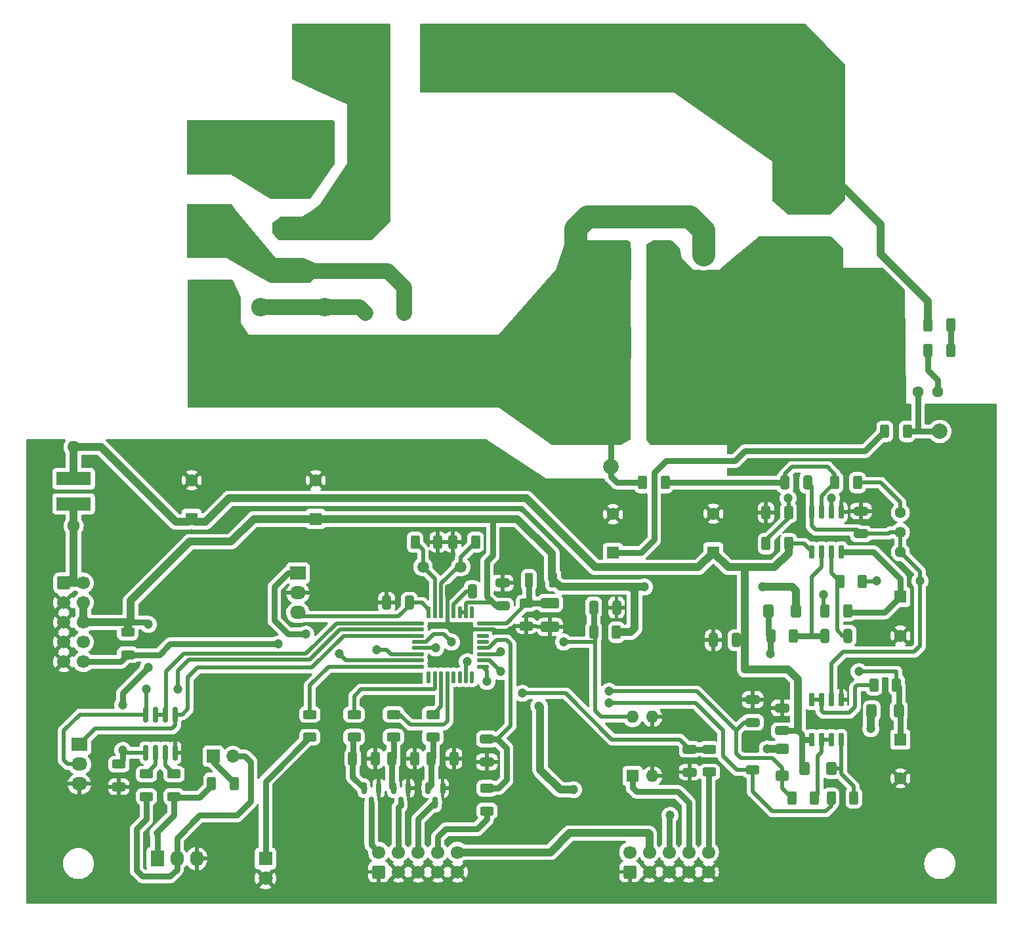
<source format=gbl>
G04 #@! TF.GenerationSoftware,KiCad,Pcbnew,7.0.2*
G04 #@! TF.CreationDate,2023-07-17T11:38:02+02:00*
G04 #@! TF.ProjectId,Module_2,4d6f6475-6c65-45f3-922e-6b696361645f,rev?*
G04 #@! TF.SameCoordinates,Original*
G04 #@! TF.FileFunction,Copper,L2,Bot*
G04 #@! TF.FilePolarity,Positive*
%FSLAX46Y46*%
G04 Gerber Fmt 4.6, Leading zero omitted, Abs format (unit mm)*
G04 Created by KiCad (PCBNEW 7.0.2) date 2023-07-17 11:38:02*
%MOMM*%
%LPD*%
G01*
G04 APERTURE LIST*
G04 Aperture macros list*
%AMRoundRect*
0 Rectangle with rounded corners*
0 $1 Rounding radius*
0 $2 $3 $4 $5 $6 $7 $8 $9 X,Y pos of 4 corners*
0 Add a 4 corners polygon primitive as box body*
4,1,4,$2,$3,$4,$5,$6,$7,$8,$9,$2,$3,0*
0 Add four circle primitives for the rounded corners*
1,1,$1+$1,$2,$3*
1,1,$1+$1,$4,$5*
1,1,$1+$1,$6,$7*
1,1,$1+$1,$8,$9*
0 Add four rect primitives between the rounded corners*
20,1,$1+$1,$2,$3,$4,$5,0*
20,1,$1+$1,$4,$5,$6,$7,0*
20,1,$1+$1,$6,$7,$8,$9,0*
20,1,$1+$1,$8,$9,$2,$3,0*%
G04 Aperture macros list end*
G04 #@! TA.AperFunction,ComponentPad*
%ADD10RoundRect,0.250000X-0.600000X-0.600000X0.600000X-0.600000X0.600000X0.600000X-0.600000X0.600000X0*%
G04 #@! TD*
G04 #@! TA.AperFunction,ComponentPad*
%ADD11C,1.700000*%
G04 #@! TD*
G04 #@! TA.AperFunction,ComponentPad*
%ADD12R,1.600000X1.600000*%
G04 #@! TD*
G04 #@! TA.AperFunction,ComponentPad*
%ADD13C,1.600000*%
G04 #@! TD*
G04 #@! TA.AperFunction,ComponentPad*
%ADD14C,5.000000*%
G04 #@! TD*
G04 #@! TA.AperFunction,ComponentPad*
%ADD15C,2.400000*%
G04 #@! TD*
G04 #@! TA.AperFunction,ComponentPad*
%ADD16O,2.400000X2.400000*%
G04 #@! TD*
G04 #@! TA.AperFunction,ComponentPad*
%ADD17RoundRect,0.250000X0.600000X-0.600000X0.600000X0.600000X-0.600000X0.600000X-0.600000X-0.600000X0*%
G04 #@! TD*
G04 #@! TA.AperFunction,ComponentPad*
%ADD18R,1.800000X1.800000*%
G04 #@! TD*
G04 #@! TA.AperFunction,ComponentPad*
%ADD19C,1.800000*%
G04 #@! TD*
G04 #@! TA.AperFunction,ComponentPad*
%ADD20R,1.730000X2.030000*%
G04 #@! TD*
G04 #@! TA.AperFunction,ComponentPad*
%ADD21O,1.730000X2.030000*%
G04 #@! TD*
G04 #@! TA.AperFunction,ComponentPad*
%ADD22C,2.000000*%
G04 #@! TD*
G04 #@! TA.AperFunction,ComponentPad*
%ADD23C,1.500000*%
G04 #@! TD*
G04 #@! TA.AperFunction,ComponentPad*
%ADD24O,1.600000X1.600000*%
G04 #@! TD*
G04 #@! TA.AperFunction,ComponentPad*
%ADD25R,2.030000X1.730000*%
G04 #@! TD*
G04 #@! TA.AperFunction,ComponentPad*
%ADD26O,2.030000X1.730000*%
G04 #@! TD*
G04 #@! TA.AperFunction,ComponentPad*
%ADD27R,1.700000X1.700000*%
G04 #@! TD*
G04 #@! TA.AperFunction,ComponentPad*
%ADD28O,1.700000X1.700000*%
G04 #@! TD*
G04 #@! TA.AperFunction,ComponentPad*
%ADD29C,1.440000*%
G04 #@! TD*
G04 #@! TA.AperFunction,SMDPad,CuDef*
%ADD30RoundRect,0.250000X-0.312500X-0.625000X0.312500X-0.625000X0.312500X0.625000X-0.312500X0.625000X0*%
G04 #@! TD*
G04 #@! TA.AperFunction,SMDPad,CuDef*
%ADD31RoundRect,0.150000X-0.150000X0.587500X-0.150000X-0.587500X0.150000X-0.587500X0.150000X0.587500X0*%
G04 #@! TD*
G04 #@! TA.AperFunction,SMDPad,CuDef*
%ADD32RoundRect,0.250001X-1.262499X-1.974999X1.262499X-1.974999X1.262499X1.974999X-1.262499X1.974999X0*%
G04 #@! TD*
G04 #@! TA.AperFunction,SMDPad,CuDef*
%ADD33R,4.500000X1.750000*%
G04 #@! TD*
G04 #@! TA.AperFunction,SMDPad,CuDef*
%ADD34RoundRect,0.250000X0.325000X0.650000X-0.325000X0.650000X-0.325000X-0.650000X0.325000X-0.650000X0*%
G04 #@! TD*
G04 #@! TA.AperFunction,SMDPad,CuDef*
%ADD35RoundRect,0.250000X-0.625000X0.312500X-0.625000X-0.312500X0.625000X-0.312500X0.625000X0.312500X0*%
G04 #@! TD*
G04 #@! TA.AperFunction,SMDPad,CuDef*
%ADD36RoundRect,0.250000X-0.400000X-0.600000X0.400000X-0.600000X0.400000X0.600000X-0.400000X0.600000X0*%
G04 #@! TD*
G04 #@! TA.AperFunction,SMDPad,CuDef*
%ADD37RoundRect,0.250000X0.650000X-0.325000X0.650000X0.325000X-0.650000X0.325000X-0.650000X-0.325000X0*%
G04 #@! TD*
G04 #@! TA.AperFunction,SMDPad,CuDef*
%ADD38RoundRect,0.250000X-0.650000X0.325000X-0.650000X-0.325000X0.650000X-0.325000X0.650000X0.325000X0*%
G04 #@! TD*
G04 #@! TA.AperFunction,SMDPad,CuDef*
%ADD39RoundRect,0.250000X-0.325000X-0.650000X0.325000X-0.650000X0.325000X0.650000X-0.325000X0.650000X0*%
G04 #@! TD*
G04 #@! TA.AperFunction,SMDPad,CuDef*
%ADD40RoundRect,0.250000X0.275000X0.700000X-0.275000X0.700000X-0.275000X-0.700000X0.275000X-0.700000X0*%
G04 #@! TD*
G04 #@! TA.AperFunction,SMDPad,CuDef*
%ADD41RoundRect,0.250000X0.312500X0.625000X-0.312500X0.625000X-0.312500X-0.625000X0.312500X-0.625000X0*%
G04 #@! TD*
G04 #@! TA.AperFunction,SMDPad,CuDef*
%ADD42RoundRect,0.250000X0.625000X-0.312500X0.625000X0.312500X-0.625000X0.312500X-0.625000X-0.312500X0*%
G04 #@! TD*
G04 #@! TA.AperFunction,SMDPad,CuDef*
%ADD43RoundRect,0.125000X-0.125000X0.625000X-0.125000X-0.625000X0.125000X-0.625000X0.125000X0.625000X0*%
G04 #@! TD*
G04 #@! TA.AperFunction,SMDPad,CuDef*
%ADD44RoundRect,0.125000X-0.625000X0.125000X-0.625000X-0.125000X0.625000X-0.125000X0.625000X0.125000X0*%
G04 #@! TD*
G04 #@! TA.AperFunction,SMDPad,CuDef*
%ADD45RoundRect,0.150000X-0.150000X0.725000X-0.150000X-0.725000X0.150000X-0.725000X0.150000X0.725000X0*%
G04 #@! TD*
G04 #@! TA.AperFunction,SMDPad,CuDef*
%ADD46RoundRect,0.250000X-0.925000X0.412500X-0.925000X-0.412500X0.925000X-0.412500X0.925000X0.412500X0*%
G04 #@! TD*
G04 #@! TA.AperFunction,SMDPad,CuDef*
%ADD47RoundRect,0.150000X-0.150000X0.825000X-0.150000X-0.825000X0.150000X-0.825000X0.150000X0.825000X0*%
G04 #@! TD*
G04 #@! TA.AperFunction,SMDPad,CuDef*
%ADD48RoundRect,0.250000X-0.600000X0.400000X-0.600000X-0.400000X0.600000X-0.400000X0.600000X0.400000X0*%
G04 #@! TD*
G04 #@! TA.AperFunction,SMDPad,CuDef*
%ADD49RoundRect,0.250000X0.400000X0.600000X-0.400000X0.600000X-0.400000X-0.600000X0.400000X-0.600000X0*%
G04 #@! TD*
G04 #@! TA.AperFunction,ComponentPad*
%ADD50R,4.500000X2.500000*%
G04 #@! TD*
G04 #@! TA.AperFunction,ComponentPad*
%ADD51O,4.500000X2.500000*%
G04 #@! TD*
G04 #@! TA.AperFunction,ViaPad*
%ADD52C,1.200000*%
G04 #@! TD*
G04 #@! TA.AperFunction,Conductor*
%ADD53C,1.000000*%
G04 #@! TD*
G04 #@! TA.AperFunction,Conductor*
%ADD54C,0.750000*%
G04 #@! TD*
G04 #@! TA.AperFunction,Conductor*
%ADD55C,0.500000*%
G04 #@! TD*
G04 #@! TA.AperFunction,Conductor*
%ADD56C,2.000000*%
G04 #@! TD*
G04 #@! TA.AperFunction,Conductor*
%ADD57C,3.000000*%
G04 #@! TD*
G04 APERTURE END LIST*
D10*
X45720000Y-102870000D03*
D11*
X48260000Y-102870000D03*
X45720000Y-105410000D03*
X48260000Y-105410000D03*
X45720000Y-107950000D03*
X48260000Y-107950000D03*
X45720000Y-110490000D03*
X48260000Y-110490000D03*
X45720000Y-113030000D03*
X48260000Y-113030000D03*
D12*
X62230000Y-94604651D03*
D13*
X62230000Y-89604651D03*
D12*
X116586000Y-98980000D03*
D13*
X116586000Y-93980000D03*
D14*
X130175000Y-71755000D03*
D15*
X71120000Y-46990000D03*
D16*
X71120000Y-67310000D03*
D12*
X78232000Y-94604651D03*
D13*
X78232000Y-89604651D03*
D17*
X118745000Y-140135000D03*
D11*
X118745000Y-137595000D03*
X121285000Y-140135000D03*
X121285000Y-137595000D03*
X123825000Y-140135000D03*
X123825000Y-137595000D03*
X126365000Y-140135000D03*
X126365000Y-137595000D03*
X128905000Y-140135000D03*
X128905000Y-137595000D03*
D17*
X86360000Y-140135000D03*
D11*
X86360000Y-137595000D03*
X88900000Y-140135000D03*
X88900000Y-137595000D03*
X91440000Y-140135000D03*
X91440000Y-137595000D03*
X93980000Y-140135000D03*
X93980000Y-137595000D03*
X96520000Y-140135000D03*
X96520000Y-137595000D03*
D12*
X153670000Y-104655000D03*
D13*
X153670000Y-109655000D03*
D14*
X142049500Y-62030000D03*
X142049500Y-51870000D03*
D18*
X71755000Y-138430000D03*
D19*
X71755000Y-140970000D03*
D20*
X57785000Y-138430000D03*
D21*
X60325000Y-138430000D03*
X62865000Y-138430000D03*
D22*
X158750000Y-83312000D03*
D14*
X65024000Y-47080500D03*
X65024000Y-57240500D03*
X65024000Y-67400500D03*
D23*
X92075000Y-100765000D03*
X96955000Y-100765000D03*
D15*
X79375000Y-46990000D03*
D16*
X79375000Y-67310000D03*
D12*
X119126000Y-127762000D03*
D24*
X121666000Y-127762000D03*
X121666000Y-120142000D03*
X119126000Y-120142000D03*
D15*
X111760000Y-33040000D03*
X111760000Y-60540000D03*
D22*
X116332000Y-87884000D03*
D13*
X46990000Y-95504000D03*
D24*
X46990000Y-85344000D03*
D13*
X84622000Y-68072000D03*
X89622000Y-68072000D03*
D14*
X78740000Y-35360000D03*
D15*
X128270000Y-33040000D03*
X128270000Y-60540000D03*
D25*
X47752000Y-123698000D03*
D26*
X47752000Y-126238000D03*
X47752000Y-128778000D03*
D27*
X65019000Y-125222000D03*
D28*
X67559000Y-125222000D03*
D25*
X75946000Y-101600000D03*
D26*
X75946000Y-104140000D03*
X75946000Y-106680000D03*
D22*
X146812000Y-83312000D03*
D14*
X109855000Y-71755000D03*
X96520000Y-35360000D03*
D29*
X158496000Y-78232000D03*
X155956000Y-78232000D03*
X153416000Y-78232000D03*
D12*
X129540000Y-98922651D03*
D13*
X129540000Y-93922651D03*
D12*
X153670000Y-123070000D03*
D13*
X153670000Y-128070000D03*
D29*
X153670000Y-93780000D03*
X153670000Y-96320000D03*
X153670000Y-98860000D03*
D30*
X144742500Y-130610000D03*
X147667500Y-130610000D03*
D31*
X88270000Y-129340000D03*
X90170000Y-129340000D03*
X89220000Y-131215000D03*
D32*
X117403000Y-61722000D03*
X122428000Y-61722000D03*
D33*
X46990000Y-92658000D03*
X46990000Y-89408000D03*
D34*
X146890000Y-109655000D03*
X143940000Y-109655000D03*
D30*
X150265000Y-116005000D03*
X153190000Y-116005000D03*
D35*
X53975000Y-109220000D03*
X53975000Y-112145000D03*
D30*
X93152500Y-125530000D03*
X96077500Y-125530000D03*
X120396000Y-89916000D03*
X123321000Y-89916000D03*
D36*
X141280000Y-126800000D03*
X144780000Y-126800000D03*
D35*
X52832000Y-126238000D03*
X52832000Y-129163000D03*
D37*
X148590000Y-96525000D03*
X148590000Y-93575000D03*
D38*
X126492000Y-124316500D03*
X126492000Y-127266500D03*
D39*
X138782000Y-89916000D03*
X141732000Y-89916000D03*
D36*
X149977500Y-119380000D03*
X153477500Y-119380000D03*
D31*
X92710000Y-129340000D03*
X94610000Y-129340000D03*
X93660000Y-131215000D03*
D37*
X134620000Y-120855000D03*
X134620000Y-117905000D03*
X138392500Y-121925000D03*
X138392500Y-118975000D03*
D40*
X108890000Y-102489000D03*
X105740000Y-102489000D03*
D35*
X56388000Y-127508000D03*
X56388000Y-130433000D03*
X59944000Y-127508000D03*
X59944000Y-130433000D03*
D41*
X117032500Y-109220000D03*
X114107500Y-109220000D03*
D42*
X134620000Y-126992500D03*
X134620000Y-124067500D03*
D41*
X160151000Y-72825000D03*
X157226000Y-72825000D03*
D30*
X82992500Y-125530000D03*
X85917500Y-125530000D03*
D32*
X117403000Y-71882000D03*
X122428000Y-71882000D03*
X117375500Y-66802000D03*
X122400500Y-66802000D03*
D35*
X105410000Y-105471500D03*
X105410000Y-108396500D03*
D41*
X148782500Y-102670000D03*
X145857500Y-102670000D03*
D35*
X77470000Y-119822500D03*
X77470000Y-122747500D03*
D31*
X84455000Y-129340000D03*
X86355000Y-129340000D03*
X85405000Y-131215000D03*
D30*
X64805000Y-128705000D03*
X67730000Y-128705000D03*
D42*
X100330000Y-132265000D03*
X100330000Y-129340000D03*
D43*
X92815000Y-106680000D03*
X93615000Y-106680000D03*
X94415000Y-106680000D03*
X95215000Y-106680000D03*
X96015000Y-106680000D03*
X96815000Y-106680000D03*
X97615000Y-106680000D03*
X98415000Y-106680000D03*
D44*
X99790000Y-108055000D03*
X99790000Y-108855000D03*
X99790000Y-109655000D03*
X99790000Y-110455000D03*
X99790000Y-111255000D03*
X99790000Y-112055000D03*
X99790000Y-112855000D03*
X99790000Y-113655000D03*
D43*
X98415000Y-115030000D03*
X97615000Y-115030000D03*
X96815000Y-115030000D03*
X96015000Y-115030000D03*
X95215000Y-115030000D03*
X94415000Y-115030000D03*
X93615000Y-115030000D03*
X92815000Y-115030000D03*
D44*
X91440000Y-113655000D03*
X91440000Y-112855000D03*
X91440000Y-112055000D03*
X91440000Y-111255000D03*
X91440000Y-110455000D03*
X91440000Y-109655000D03*
X91440000Y-108855000D03*
X91440000Y-108055000D03*
D41*
X139257500Y-93780000D03*
X136332500Y-93780000D03*
D42*
X88265000Y-122740000D03*
X88265000Y-119815000D03*
D30*
X145222500Y-89916000D03*
X148147500Y-89916000D03*
D32*
X117375500Y-82242000D03*
X122400500Y-82242000D03*
D45*
X142202500Y-117910000D03*
X143472500Y-117910000D03*
X144742500Y-117910000D03*
X146012500Y-117910000D03*
X146012500Y-123060000D03*
X144742500Y-123060000D03*
X143472500Y-123060000D03*
X142202500Y-123060000D03*
D34*
X132490000Y-110236000D03*
X129540000Y-110236000D03*
D46*
X108458000Y-105456000D03*
X108458000Y-108531000D03*
D41*
X146877500Y-106480000D03*
X143952500Y-106480000D03*
X93980000Y-97590000D03*
X91055000Y-97590000D03*
D30*
X95942500Y-97590000D03*
X98867500Y-97590000D03*
D41*
X139892500Y-109655000D03*
X136967500Y-109655000D03*
D47*
X56300000Y-119815000D03*
X57570000Y-119815000D03*
X58840000Y-119815000D03*
X60110000Y-119815000D03*
X60110000Y-124765000D03*
X58840000Y-124765000D03*
X57570000Y-124765000D03*
X56300000Y-124765000D03*
D45*
X142240000Y-93710000D03*
X143510000Y-93710000D03*
X144780000Y-93710000D03*
X146050000Y-93710000D03*
X146050000Y-98860000D03*
X144780000Y-98860000D03*
X143510000Y-98860000D03*
X142240000Y-98860000D03*
D30*
X88072500Y-125530000D03*
X90997500Y-125530000D03*
D37*
X102362000Y-105820000D03*
X102362000Y-102870000D03*
D32*
X117375500Y-76962000D03*
X122400500Y-76962000D03*
D48*
X138392500Y-124260000D03*
X138392500Y-127760000D03*
D49*
X140180000Y-106480000D03*
X136680000Y-106480000D03*
D39*
X114095000Y-106045000D03*
X117045000Y-106045000D03*
D42*
X129032000Y-127254000D03*
X129032000Y-124329000D03*
X93345000Y-122740000D03*
X93345000Y-119815000D03*
D30*
X157226000Y-69535000D03*
X160151000Y-69535000D03*
D41*
X139257500Y-97790000D03*
X136332500Y-97790000D03*
X154563000Y-83312000D03*
X151638000Y-83312000D03*
D38*
X100330000Y-122990000D03*
X100330000Y-125940000D03*
D41*
X142587500Y-130610000D03*
X139662500Y-130610000D03*
D39*
X95475000Y-103940000D03*
X98425000Y-103940000D03*
D50*
X75105000Y-51700000D03*
D51*
X75105000Y-57150000D03*
X75105000Y-62600000D03*
D42*
X83185000Y-122740000D03*
X83185000Y-119815000D03*
D39*
X87376000Y-105410000D03*
X90326000Y-105410000D03*
D52*
X149860000Y-121666000D03*
X120650000Y-103378000D03*
X135890000Y-103378000D03*
X53340000Y-118618000D03*
X136487884Y-124279541D03*
X56642000Y-108204000D03*
X56642000Y-113792000D03*
X53340000Y-124460000D03*
X104902000Y-117094000D03*
X93726000Y-111252000D03*
X110236000Y-110490000D03*
X95758000Y-110490000D03*
X102108000Y-111760000D03*
X150622000Y-102616000D03*
X156210000Y-102616000D03*
X148336000Y-114300000D03*
X102108000Y-114300000D03*
X116078000Y-116840000D03*
X100330000Y-115570000D03*
X114300000Y-81280000D03*
X114300000Y-76200000D03*
X114300000Y-66040000D03*
X114300000Y-60960000D03*
X114300000Y-63500000D03*
X114300000Y-71120000D03*
X114300000Y-68580000D03*
X114300000Y-78740000D03*
X114300000Y-73660000D03*
X114300000Y-83820000D03*
X123952000Y-132842000D03*
X136906000Y-112014000D03*
X76962000Y-109474000D03*
X81280000Y-112014000D03*
X111506000Y-129540000D03*
X107053026Y-118737026D03*
X116078000Y-118364000D03*
X73406000Y-110744000D03*
X86106000Y-111506000D03*
X144780000Y-91948000D03*
X139192000Y-91948000D03*
X97790000Y-113030000D03*
X143764000Y-104394000D03*
X56388000Y-116586000D03*
X60452000Y-116586000D03*
X92710000Y-86360000D03*
X165100000Y-116840000D03*
X86360000Y-96520000D03*
X147066115Y-91831065D03*
X134620000Y-91440000D03*
X110490000Y-127000000D03*
X96687739Y-108639362D03*
X60960000Y-106680000D03*
X109220000Y-143510000D03*
X161290000Y-95250000D03*
X125730000Y-68580000D03*
X165100000Y-85090000D03*
X165100000Y-97790000D03*
X165100000Y-142240000D03*
X43180000Y-86360000D03*
X136064191Y-116518374D03*
X125730000Y-66040000D03*
X110856038Y-105426502D03*
X161290000Y-107950000D03*
X102870000Y-88900000D03*
X71120000Y-106680000D03*
X115570000Y-132080000D03*
X83820000Y-143510000D03*
X165100000Y-135890000D03*
X57150000Y-97790000D03*
X161290000Y-101600000D03*
X52070000Y-92710000D03*
X63500000Y-121920000D03*
X143510000Y-83820000D03*
X93609411Y-113131899D03*
X152400000Y-86360000D03*
X153670000Y-143510000D03*
X115570000Y-143510000D03*
X161290000Y-133350000D03*
X73345889Y-116397840D03*
X54610000Y-86360000D03*
X165100000Y-104140000D03*
X66040000Y-106680000D03*
X125730000Y-71120000D03*
X114300000Y-91440000D03*
X52070000Y-134620000D03*
X125730000Y-78740000D03*
X60960000Y-86360000D03*
X143510000Y-138430000D03*
X110490000Y-121920000D03*
X161290000Y-120650000D03*
X80010000Y-86360000D03*
X125730000Y-83820000D03*
X151043481Y-93311690D03*
X103225207Y-97296458D03*
X160020000Y-143510000D03*
X43180000Y-91440000D03*
X125730000Y-106680000D03*
X68580000Y-121920000D03*
X74930000Y-134620000D03*
X71120000Y-143510000D03*
X99060000Y-86360000D03*
X105410000Y-121920000D03*
X115570000Y-127000000D03*
X94923247Y-99704949D03*
X43180000Y-134620000D03*
X90170000Y-143510000D03*
X127000000Y-91440000D03*
X110715429Y-100315772D03*
X54610000Y-95250000D03*
X134620000Y-143510000D03*
X81280000Y-101600000D03*
X106680000Y-139700000D03*
X125730000Y-81280000D03*
X127000000Y-129540000D03*
X66040000Y-101600000D03*
X71120000Y-101600000D03*
X140970000Y-143510000D03*
X60960000Y-101600000D03*
X80010000Y-132080000D03*
X125730000Y-110490000D03*
X43180000Y-109220000D03*
X125730000Y-63500000D03*
X73660000Y-86360000D03*
X52070000Y-105410000D03*
X125730000Y-76200000D03*
X110914102Y-108542589D03*
X161290000Y-127000000D03*
X43180000Y-102870000D03*
X43180000Y-115570000D03*
X73660000Y-121920000D03*
X58420000Y-143510000D03*
X107950000Y-91440000D03*
X81280000Y-96520000D03*
X105410000Y-127000000D03*
X124125845Y-127514594D03*
X100330000Y-139700000D03*
X96520000Y-143510000D03*
X43180000Y-128270000D03*
X161290000Y-114300000D03*
X110490000Y-132080000D03*
X125345183Y-120227596D03*
X45720000Y-143510000D03*
X165100000Y-91440000D03*
X80010000Y-125730000D03*
X66725877Y-136379912D03*
X127710992Y-122254154D03*
X67310000Y-86360000D03*
X165100000Y-129540000D03*
X43180000Y-140970000D03*
X102870000Y-143510000D03*
X74930000Y-129540000D03*
X113030000Y-138430000D03*
X137160000Y-138430000D03*
X128270000Y-143510000D03*
X86360000Y-86360000D03*
X52070000Y-143510000D03*
X139700000Y-83820000D03*
X86360000Y-101600000D03*
X121629104Y-124872695D03*
X50800000Y-96520000D03*
X165100000Y-123190000D03*
X103426529Y-109008050D03*
X43180000Y-96520000D03*
X105780012Y-99822230D03*
X105410000Y-132080000D03*
X146507684Y-114938701D03*
X121920000Y-110490000D03*
X129540000Y-106680000D03*
X77470000Y-143510000D03*
X102731666Y-100954473D03*
X138378761Y-116506421D03*
X66356467Y-116332518D03*
X147320000Y-143510000D03*
X43180000Y-121920000D03*
X121920000Y-143510000D03*
X54610000Y-101600000D03*
X64770000Y-143510000D03*
X161290000Y-87630000D03*
X149860000Y-138430000D03*
X50800000Y-100330000D03*
X81280000Y-139700000D03*
X121920000Y-106680000D03*
X125730000Y-73660000D03*
X165100000Y-110490000D03*
D53*
X135890000Y-103378000D02*
X139700000Y-103378000D01*
X121158000Y-135128000D02*
X121285000Y-135255000D01*
X109779000Y-103378000D02*
X118110000Y-103378000D01*
X101092000Y-94604651D02*
X104256651Y-94604651D01*
D54*
X100965000Y-105283000D02*
X100330000Y-104648000D01*
X56642000Y-108204000D02*
X56388000Y-107950000D01*
D55*
X136507425Y-124260000D02*
X136487884Y-124279541D01*
D53*
X54102000Y-107950000D02*
X54356000Y-107696000D01*
X140180000Y-103858000D02*
X140180000Y-106480000D01*
X104256651Y-94604651D02*
X108712000Y-99060000D01*
X78232000Y-94604651D02*
X101092000Y-94604651D01*
D55*
X56300000Y-124765000D02*
X53645000Y-124765000D01*
D54*
X100965000Y-105283000D02*
X101502000Y-105820000D01*
D53*
X139700000Y-103378000D02*
X140180000Y-103858000D01*
X120650000Y-103378000D02*
X118110000Y-103378000D01*
X121285000Y-135255000D02*
X121285000Y-137595000D01*
X118110000Y-103378000D02*
X118872000Y-103378000D01*
D55*
X100838000Y-105410000D02*
X97790000Y-105410000D01*
D54*
X101502000Y-105820000D02*
X102362000Y-105820000D01*
D55*
X97615000Y-105585000D02*
X97615000Y-106680000D01*
X100965000Y-105283000D02*
X100838000Y-105410000D01*
D53*
X61976000Y-97536000D02*
X67310000Y-97536000D01*
D54*
X53340000Y-125730000D02*
X53340000Y-124460000D01*
D53*
X70241349Y-94604651D02*
X78232000Y-94604651D01*
X54356000Y-105156000D02*
X61976000Y-97536000D01*
X48260000Y-107950000D02*
X48260000Y-105410000D01*
D54*
X101092000Y-99314000D02*
X101092000Y-94604651D01*
D53*
X138392500Y-124260000D02*
X136507425Y-124260000D01*
D54*
X56642000Y-113792000D02*
X53340000Y-117094000D01*
D53*
X108712000Y-99060000D02*
X108712000Y-102311000D01*
D54*
X100330000Y-104648000D02*
X100330000Y-100076000D01*
D55*
X97790000Y-105410000D02*
X97615000Y-105585000D01*
D54*
X53340000Y-117094000D02*
X53340000Y-118618000D01*
D55*
X96815000Y-106680000D02*
X97615000Y-106680000D01*
D54*
X100330000Y-100076000D02*
X101092000Y-99314000D01*
D53*
X119380000Y-103886000D02*
X119380000Y-108712000D01*
X54356000Y-107696000D02*
X54356000Y-105156000D01*
X53975000Y-109220000D02*
X53975000Y-108331000D01*
X108890000Y-102489000D02*
X109779000Y-103378000D01*
X118872000Y-103378000D02*
X119380000Y-103886000D01*
X108531000Y-137595000D02*
X110998000Y-135128000D01*
X96520000Y-137595000D02*
X108531000Y-137595000D01*
X110998000Y-135128000D02*
X121158000Y-135128000D01*
D55*
X53645000Y-124765000D02*
X53340000Y-124460000D01*
D53*
X48260000Y-107950000D02*
X54102000Y-107950000D01*
X149860000Y-121666000D02*
X149860000Y-119497500D01*
X149860000Y-119497500D02*
X149977500Y-119380000D01*
D54*
X56388000Y-107950000D02*
X53848000Y-107950000D01*
D53*
X119380000Y-108712000D02*
X118872000Y-109220000D01*
X67310000Y-97536000D02*
X70241349Y-94604651D01*
D54*
X52832000Y-126238000D02*
X53340000Y-125730000D01*
D53*
X108712000Y-102311000D02*
X108890000Y-102489000D01*
X118872000Y-109220000D02*
X117032500Y-109220000D01*
D55*
X92075000Y-100765000D02*
X92075000Y-98610000D01*
X93615000Y-106680000D02*
X93615000Y-102305000D01*
X92075000Y-98610000D02*
X91055000Y-97590000D01*
X93615000Y-102305000D02*
X92075000Y-100765000D01*
X96955000Y-100765000D02*
X96955000Y-99502500D01*
X96955000Y-99502500D02*
X98867500Y-97590000D01*
X94415000Y-106680000D02*
X94415000Y-102943000D01*
X94415000Y-102943000D02*
X96593000Y-100765000D01*
X96593000Y-100765000D02*
X96955000Y-100765000D01*
X92815000Y-106277000D02*
X91948000Y-105410000D01*
X76454000Y-107188000D02*
X88900000Y-107188000D01*
X88900000Y-107188000D02*
X90326000Y-105762000D01*
X75946000Y-106680000D02*
X76454000Y-107188000D01*
X91948000Y-105410000D02*
X90326000Y-105410000D01*
X90326000Y-105762000D02*
X90326000Y-105410000D01*
X92815000Y-106680000D02*
X92815000Y-106277000D01*
D54*
X105740000Y-105141500D02*
X105410000Y-105471500D01*
D55*
X99790000Y-108055000D02*
X102826500Y-108055000D01*
D54*
X105740000Y-102489000D02*
X105740000Y-105141500D01*
D55*
X102826500Y-108055000D02*
X105410000Y-105471500D01*
D54*
X108458000Y-105456000D02*
X105425500Y-105456000D01*
D55*
X96015000Y-105661000D02*
X97736000Y-103940000D01*
X97736000Y-103940000D02*
X98425000Y-103940000D01*
X96015000Y-106680000D02*
X96015000Y-105661000D01*
D54*
X102870000Y-124206000D02*
X102870000Y-128270000D01*
X101654000Y-122990000D02*
X102870000Y-124206000D01*
X101654000Y-122990000D02*
X100330000Y-122990000D01*
D55*
X101600000Y-110236000D02*
X100581000Y-111255000D01*
X101654000Y-122990000D02*
X103378000Y-121266000D01*
D54*
X102870000Y-128270000D02*
X101800000Y-129340000D01*
D55*
X102870000Y-110236000D02*
X101600000Y-110236000D01*
X103378000Y-121266000D02*
X103378000Y-110744000D01*
X100581000Y-111255000D02*
X99790000Y-111255000D01*
X103378000Y-110744000D02*
X102870000Y-110236000D01*
D54*
X101800000Y-129340000D02*
X100330000Y-129340000D01*
D55*
X91443000Y-111252000D02*
X91440000Y-111255000D01*
D54*
X126504500Y-124329000D02*
X126492000Y-124316500D01*
X129032000Y-124329000D02*
X126504500Y-124329000D01*
D55*
X110490000Y-117094000D02*
X116442500Y-123046500D01*
X116442500Y-123046500D02*
X125222000Y-123046500D01*
X125222000Y-123046500D02*
X126492000Y-124316500D01*
X93726000Y-111252000D02*
X91443000Y-111252000D01*
X104902000Y-117094000D02*
X110490000Y-117094000D01*
X92456000Y-110490000D02*
X93472000Y-109474000D01*
D54*
X114107500Y-106057500D02*
X114095000Y-106045000D01*
D55*
X114300000Y-109412500D02*
X114107500Y-109220000D01*
X110236000Y-110490000D02*
X114300000Y-110490000D01*
X91440000Y-110490000D02*
X92456000Y-110490000D01*
X114300000Y-119380000D02*
X114300000Y-110490000D01*
X91440000Y-110455000D02*
X91440000Y-110490000D01*
X93472000Y-109474000D02*
X94742000Y-109474000D01*
D54*
X114107500Y-109220000D02*
X114107500Y-106057500D01*
D55*
X119126000Y-120142000D02*
X115062000Y-120142000D01*
X115062000Y-120142000D02*
X114300000Y-119380000D01*
X94742000Y-109474000D02*
X95758000Y-110490000D01*
X114300000Y-110490000D02*
X114300000Y-109412500D01*
D54*
X149098000Y-85852000D02*
X133604000Y-85852000D01*
X132334000Y-87122000D02*
X123444000Y-87122000D01*
X123444000Y-87122000D02*
X121920000Y-88646000D01*
X151638000Y-83312000D02*
X149098000Y-85852000D01*
D55*
X101813000Y-112055000D02*
X99790000Y-112055000D01*
D54*
X120222000Y-98980000D02*
X116586000Y-98980000D01*
X121920000Y-97282000D02*
X120222000Y-98980000D01*
X133604000Y-85852000D02*
X132334000Y-87122000D01*
X121920000Y-88646000D02*
X121920000Y-97282000D01*
D55*
X102108000Y-111760000D02*
X101813000Y-112055000D01*
X141224000Y-97790000D02*
X139257500Y-97790000D01*
D54*
X140970000Y-126490000D02*
X141280000Y-126800000D01*
X140970000Y-123190000D02*
X140970000Y-126490000D01*
D53*
X133604000Y-110744000D02*
X133604000Y-110236000D01*
X50546000Y-85344000D02*
X46990000Y-85344000D01*
D54*
X138430000Y-121920000D02*
X138425000Y-121925000D01*
D53*
X127624651Y-100838000D02*
X129540000Y-98922651D01*
X139257500Y-98994500D02*
X139257500Y-97790000D01*
D54*
X140462000Y-121920000D02*
X140970000Y-122428000D01*
X141100000Y-123060000D02*
X140970000Y-123190000D01*
D53*
X131455349Y-100838000D02*
X133604000Y-100838000D01*
X62621349Y-94996000D02*
X64008000Y-94996000D01*
X133604000Y-100838000D02*
X137414000Y-100838000D01*
X137414000Y-100838000D02*
X139257500Y-98994500D01*
X105410000Y-91948000D02*
X114300000Y-100838000D01*
D55*
X142240000Y-98860000D02*
X142240000Y-98806000D01*
D54*
X138425000Y-121925000D02*
X138392500Y-121925000D01*
D53*
X64008000Y-94996000D02*
X67056000Y-91948000D01*
D54*
X141986000Y-123060000D02*
X141100000Y-123060000D01*
D53*
X133604000Y-110236000D02*
X133604000Y-100838000D01*
X140462000Y-115316000D02*
X139192000Y-114046000D01*
X114300000Y-100838000D02*
X127624651Y-100838000D01*
D55*
X142240000Y-98806000D02*
X141224000Y-97790000D01*
D54*
X140462000Y-121920000D02*
X138430000Y-121920000D01*
D53*
X60198000Y-94996000D02*
X50546000Y-85344000D01*
X61838651Y-94996000D02*
X60198000Y-94996000D01*
X140462000Y-121920000D02*
X140462000Y-115316000D01*
X132490000Y-110236000D02*
X133604000Y-110236000D01*
X67056000Y-91948000D02*
X105410000Y-91948000D01*
X62230000Y-94604651D02*
X62621349Y-94996000D01*
X129540000Y-98922651D02*
X131455349Y-100838000D01*
X62230000Y-94604651D02*
X61838651Y-94996000D01*
D54*
X140970000Y-122428000D02*
X140970000Y-123190000D01*
D53*
X139192000Y-114046000D02*
X133604000Y-114046000D01*
X46990000Y-85344000D02*
X46990000Y-89408000D01*
X133604000Y-114046000D02*
X133604000Y-110744000D01*
D54*
X123321000Y-89916000D02*
X138782000Y-89916000D01*
D55*
X145222500Y-88834500D02*
X144272000Y-87884000D01*
X139700000Y-87884000D02*
X138782000Y-88802000D01*
X143510000Y-93710000D02*
X143510000Y-91628500D01*
X143510000Y-91628500D02*
X145222500Y-89916000D01*
X144272000Y-87884000D02*
X139700000Y-87884000D01*
X145222500Y-89916000D02*
X145222500Y-88834500D01*
X138782000Y-88802000D02*
X138782000Y-89916000D01*
X155448000Y-111760000D02*
X146304000Y-111760000D01*
X142240000Y-93710000D02*
X142240000Y-90424000D01*
X142748000Y-96012000D02*
X148077000Y-96012000D01*
X156210000Y-110998000D02*
X155448000Y-111760000D01*
X148782500Y-102670000D02*
X150568000Y-102670000D01*
X142240000Y-90424000D02*
X141732000Y-89916000D01*
X153670000Y-98860000D02*
X156210000Y-101400000D01*
X146304000Y-111760000D02*
X144780000Y-113284000D01*
X142240000Y-93710000D02*
X142240000Y-95504000D01*
X148077000Y-96012000D02*
X148590000Y-96525000D01*
X156210000Y-101400000D02*
X156210000Y-102616000D01*
X144780000Y-117872500D02*
X144742500Y-117910000D01*
X152346000Y-96320000D02*
X153670000Y-96320000D01*
X144780000Y-113284000D02*
X144780000Y-117872500D01*
X152141000Y-96525000D02*
X152346000Y-96320000D01*
X150568000Y-102670000D02*
X150622000Y-102616000D01*
X142240000Y-95504000D02*
X142748000Y-96012000D01*
X153670000Y-96320000D02*
X153670000Y-98860000D01*
X148590000Y-96525000D02*
X152141000Y-96525000D01*
X156210000Y-102616000D02*
X156210000Y-110998000D01*
D54*
X153670000Y-104655000D02*
X151645000Y-106680000D01*
X151645000Y-106680000D02*
X147077500Y-106680000D01*
X146304000Y-98860000D02*
X150168000Y-98860000D01*
X147077500Y-106680000D02*
X146877500Y-106480000D01*
X150168000Y-98860000D02*
X153670000Y-102362000D01*
X153670000Y-102362000D02*
X153670000Y-104655000D01*
D55*
X144780000Y-101592500D02*
X145857500Y-102670000D01*
X145857500Y-102670000D02*
X145542000Y-102985500D01*
X144780000Y-98860000D02*
X144780000Y-101592500D01*
X145542000Y-102985500D02*
X145542000Y-108966000D01*
X145542000Y-108966000D02*
X146231000Y-109655000D01*
X146231000Y-109655000D02*
X146890000Y-109655000D01*
X143510000Y-98860000D02*
X143510000Y-100838000D01*
X143510000Y-100838000D02*
X142240000Y-102108000D01*
D54*
X139892500Y-109655000D02*
X143940000Y-109655000D01*
D55*
X142240000Y-109474000D02*
X142494000Y-109728000D01*
X142240000Y-102108000D02*
X142240000Y-109474000D01*
X99790000Y-112855000D02*
X100663000Y-112855000D01*
X153190000Y-114328000D02*
X153190000Y-116005000D01*
X153162000Y-114300000D02*
X153190000Y-114328000D01*
X100663000Y-112855000D02*
X102108000Y-114300000D01*
D54*
X153477500Y-116292500D02*
X153190000Y-116005000D01*
X153670000Y-119572500D02*
X153477500Y-119380000D01*
X153477500Y-119380000D02*
X153477500Y-116292500D01*
X153670000Y-123070000D02*
X153670000Y-119572500D01*
D55*
X148336000Y-114300000D02*
X153162000Y-114300000D01*
X138430000Y-127722500D02*
X138430000Y-126746000D01*
X100330000Y-114195000D02*
X99790000Y-113655000D01*
X138392500Y-127760000D02*
X138430000Y-127722500D01*
X133350000Y-121031000D02*
X132461000Y-121920000D01*
X132461000Y-121920000D02*
X127381000Y-116840000D01*
X100330000Y-115570000D02*
X100330000Y-114195000D01*
X137160000Y-125476000D02*
X133096000Y-125476000D01*
X138430000Y-127797500D02*
X138392500Y-127760000D01*
X138430000Y-126746000D02*
X137160000Y-125476000D01*
X138430000Y-129377500D02*
X138430000Y-127797500D01*
X134620000Y-120855000D02*
X133526000Y-120855000D01*
X132461000Y-124841000D02*
X132461000Y-121920000D01*
X127381000Y-116840000D02*
X116078000Y-116840000D01*
X139662500Y-130610000D02*
X138430000Y-129377500D01*
X133526000Y-120855000D02*
X133350000Y-121031000D01*
X133096000Y-125476000D02*
X132461000Y-124841000D01*
D56*
X83860000Y-67310000D02*
X84622000Y-68072000D01*
X71120000Y-67310000D02*
X79375000Y-67310000D01*
X79375000Y-67310000D02*
X83860000Y-67310000D01*
D53*
X142049500Y-51870000D02*
X146358000Y-51870000D01*
X157226000Y-66548000D02*
X157226000Y-69535000D01*
X146358000Y-51870000D02*
X151130000Y-56642000D01*
X151130000Y-56642000D02*
X151130000Y-60452000D01*
X151130000Y-60452000D02*
X157226000Y-66548000D01*
D54*
X116332000Y-87884000D02*
X116332000Y-89154000D01*
X117375500Y-82242000D02*
X117148000Y-82242000D01*
D57*
X128270000Y-57404000D02*
X128270000Y-60540000D01*
D54*
X116332000Y-89154000D02*
X117094000Y-89916000D01*
D57*
X113284000Y-55626000D02*
X126492000Y-55626000D01*
D54*
X117148000Y-82242000D02*
X116332000Y-83058000D01*
D57*
X111760000Y-60540000D02*
X111760000Y-57150000D01*
X126492000Y-55626000D02*
X128270000Y-57404000D01*
X111760000Y-57150000D02*
X113284000Y-55626000D01*
D54*
X116332000Y-83058000D02*
X116332000Y-87884000D01*
X117094000Y-89916000D02*
X120396000Y-89916000D01*
X77470000Y-122747500D02*
X71755000Y-128462500D01*
X71755000Y-128462500D02*
X71755000Y-138430000D01*
X136967500Y-109655000D02*
X136967500Y-109666500D01*
X136967500Y-109666500D02*
X136906000Y-109728000D01*
X123825000Y-137595000D02*
X123825000Y-132969000D01*
X136680000Y-109502000D02*
X136680000Y-106480000D01*
X136906000Y-109716500D02*
X136967500Y-109655000D01*
X136906000Y-112014000D02*
X136906000Y-109716500D01*
X123825000Y-132969000D02*
X123952000Y-132842000D01*
X136906000Y-109728000D02*
X136680000Y-109502000D01*
D55*
X146012500Y-126746000D02*
X146012500Y-127470500D01*
X146012500Y-127470500D02*
X147667500Y-129125500D01*
X146012500Y-123060000D02*
X146012500Y-126746000D01*
X145958500Y-126800000D02*
X146012500Y-126746000D01*
X144780000Y-126800000D02*
X145958500Y-126800000D01*
X147667500Y-129125500D02*
X147667500Y-130610000D01*
D54*
X74676000Y-109474000D02*
X72898000Y-107696000D01*
D55*
X82121000Y-112855000D02*
X81280000Y-112014000D01*
X91440000Y-112855000D02*
X82121000Y-112855000D01*
D54*
X74676000Y-101600000D02*
X75946000Y-101600000D01*
X76962000Y-109474000D02*
X74676000Y-109474000D01*
X72898000Y-107696000D02*
X72898000Y-103378000D01*
X72898000Y-103378000D02*
X74676000Y-101600000D01*
X64805000Y-128705000D02*
X64805000Y-128997000D01*
X59944000Y-130433000D02*
X59944000Y-132842000D01*
X57785000Y-135255000D02*
X57785000Y-138430000D01*
X57658000Y-135128000D02*
X57785000Y-135255000D01*
X59944000Y-132842000D02*
X57658000Y-135128000D01*
X63246000Y-130556000D02*
X60067000Y-130556000D01*
X64805000Y-128997000D02*
X63246000Y-130556000D01*
X60067000Y-130556000D02*
X59944000Y-130433000D01*
X69850000Y-125984000D02*
X69088000Y-125222000D01*
X63246000Y-132842000D02*
X68072000Y-132842000D01*
X69088000Y-125222000D02*
X67559000Y-125222000D01*
X55880000Y-140716000D02*
X59436000Y-140716000D01*
X60325000Y-138430000D02*
X60325000Y-135763000D01*
X56388000Y-130433000D02*
X56388000Y-133350000D01*
X60325000Y-135763000D02*
X63246000Y-132842000D01*
X55118000Y-134620000D02*
X55118000Y-139954000D01*
X55118000Y-139954000D02*
X55880000Y-140716000D01*
X56388000Y-133350000D02*
X55118000Y-134620000D01*
X59436000Y-140716000D02*
X60325000Y-139827000D01*
X69850000Y-131064000D02*
X69850000Y-125984000D01*
X68072000Y-132842000D02*
X69850000Y-131064000D01*
X60325000Y-139827000D02*
X60325000Y-138430000D01*
X85405000Y-136640000D02*
X86360000Y-137595000D01*
X85405000Y-131215000D02*
X85405000Y-136640000D01*
X88900000Y-131826000D02*
X88900000Y-137595000D01*
X89220000Y-131215000D02*
X89220000Y-131506000D01*
X89220000Y-131506000D02*
X88900000Y-131826000D01*
X91440000Y-133350000D02*
X91440000Y-137595000D01*
X93660000Y-131215000D02*
X93575000Y-131215000D01*
X93575000Y-131215000D02*
X91440000Y-133350000D01*
X99060000Y-134620000D02*
X100330000Y-133350000D01*
X100330000Y-133350000D02*
X100330000Y-132265000D01*
X93980000Y-137595000D02*
X93980000Y-135636000D01*
X94996000Y-134620000D02*
X99060000Y-134620000D01*
X93980000Y-135636000D02*
X94996000Y-134620000D01*
X126365000Y-131191000D02*
X124968000Y-129794000D01*
X119126000Y-129286000D02*
X119126000Y-127762000D01*
X126365000Y-137595000D02*
X126365000Y-131191000D01*
X124968000Y-129794000D02*
X119634000Y-129794000D01*
X119634000Y-129794000D02*
X119126000Y-129286000D01*
X128905000Y-127381000D02*
X129032000Y-127254000D01*
X128905000Y-137595000D02*
X128905000Y-127381000D01*
X155956000Y-78232000D02*
X155956000Y-83312000D01*
X154563000Y-83312000D02*
X155956000Y-83312000D01*
X155956000Y-83312000D02*
X158750000Y-83312000D01*
D53*
X109788478Y-129540000D02*
X111506000Y-129540000D01*
X107188000Y-118872000D02*
X107188000Y-126939522D01*
X45720000Y-102870000D02*
X46736000Y-102870000D01*
X46736000Y-102870000D02*
X48260000Y-102870000D01*
X107188000Y-126939522D02*
X109788478Y-129540000D01*
X46990000Y-93420000D02*
X46990000Y-102616000D01*
X46990000Y-102616000D02*
X46736000Y-102870000D01*
X107053026Y-118737026D02*
X107188000Y-118872000D01*
D55*
X134620000Y-126992500D02*
X132580500Y-126992500D01*
X137160000Y-132334000D02*
X144018000Y-132334000D01*
X132580500Y-126992500D02*
X130810000Y-125222000D01*
X134620000Y-129794000D02*
X137160000Y-132334000D01*
X130810000Y-121920000D02*
X127254000Y-118364000D01*
X130810000Y-125222000D02*
X130810000Y-121920000D01*
X134620000Y-126992500D02*
X134620000Y-129794000D01*
X144018000Y-132334000D02*
X144742500Y-131609500D01*
X127254000Y-118364000D02*
X116078000Y-118364000D01*
X144742500Y-131609500D02*
X144742500Y-130610000D01*
D54*
X53975000Y-112145000D02*
X58035000Y-112145000D01*
X48260000Y-113030000D02*
X53090000Y-113030000D01*
D55*
X87376000Y-111506000D02*
X86106000Y-111506000D01*
D54*
X53090000Y-113030000D02*
X53975000Y-112145000D01*
D55*
X91440000Y-112055000D02*
X87925000Y-112055000D01*
D54*
X58035000Y-112145000D02*
X59436000Y-110744000D01*
D55*
X87925000Y-112055000D02*
X87376000Y-111506000D01*
D54*
X59436000Y-110744000D02*
X73406000Y-110744000D01*
X65019000Y-125979000D02*
X65019000Y-125222000D01*
X67730000Y-128705000D02*
X67730000Y-128690000D01*
X67730000Y-128690000D02*
X65019000Y-125979000D01*
X88072500Y-125530000D02*
X88072500Y-129142500D01*
X88072500Y-129142500D02*
X88270000Y-129340000D01*
X88265000Y-122740000D02*
X88265000Y-125337500D01*
X88265000Y-125337500D02*
X88072500Y-125530000D01*
X83058000Y-125464500D02*
X82992500Y-125530000D01*
X82992500Y-127877500D02*
X84455000Y-129340000D01*
X83058000Y-122936000D02*
X83058000Y-125464500D01*
X83185000Y-122740000D02*
X83185000Y-122809000D01*
X82992500Y-125530000D02*
X82992500Y-127877500D01*
X83185000Y-122809000D02*
X83058000Y-122936000D01*
X93152500Y-128897500D02*
X92710000Y-129340000D01*
X93345000Y-125337500D02*
X93152500Y-125530000D01*
X93345000Y-122740000D02*
X93345000Y-125337500D01*
X93152500Y-125530000D02*
X93152500Y-128897500D01*
D55*
X57570000Y-124765000D02*
X57570000Y-126326000D01*
X57570000Y-126326000D02*
X56388000Y-127508000D01*
X58840000Y-126404000D02*
X59944000Y-127508000D01*
X58840000Y-124765000D02*
X58840000Y-126404000D01*
X91440000Y-113655000D02*
X79893000Y-113655000D01*
X77470000Y-116078000D02*
X77470000Y-119822500D01*
X79893000Y-113655000D02*
X77470000Y-116078000D01*
X90424000Y-121158000D02*
X89081000Y-119815000D01*
X89081000Y-119815000D02*
X88265000Y-119815000D01*
X94742000Y-121158000D02*
X90424000Y-121158000D01*
X95215000Y-120685000D02*
X94742000Y-121158000D01*
X95215000Y-115030000D02*
X95215000Y-120685000D01*
X93472000Y-116586000D02*
X84074000Y-116586000D01*
X93615000Y-115030000D02*
X93615000Y-116443000D01*
X93615000Y-116443000D02*
X93472000Y-116586000D01*
X83185000Y-117475000D02*
X83185000Y-119815000D01*
X84074000Y-116586000D02*
X83185000Y-117475000D01*
X94415000Y-118745000D02*
X93345000Y-119815000D01*
X94415000Y-115030000D02*
X94415000Y-118745000D01*
X139257500Y-93780000D02*
X139257500Y-92013500D01*
X139257500Y-94422500D02*
X139257500Y-93780000D01*
X139257500Y-92013500D02*
X139192000Y-91948000D01*
X136332500Y-97347500D02*
X139257500Y-94422500D01*
X144780000Y-91948000D02*
X144780000Y-93710000D01*
X136332500Y-97790000D02*
X136332500Y-97347500D01*
X148147500Y-89916000D02*
X151130000Y-89916000D01*
X151130000Y-89916000D02*
X153670000Y-92456000D01*
X153670000Y-92456000D02*
X153670000Y-93780000D01*
X97615000Y-113205000D02*
X97790000Y-113030000D01*
X143764000Y-104394000D02*
X143764000Y-106291500D01*
X97615000Y-115030000D02*
X97615000Y-113205000D01*
X143764000Y-106291500D02*
X143952500Y-106480000D01*
X143472500Y-117910000D02*
X143472500Y-119342500D01*
X147066000Y-119634000D02*
X147828000Y-118872000D01*
X150192000Y-116078000D02*
X150265000Y-116005000D01*
X143764000Y-119634000D02*
X147066000Y-119634000D01*
X142202500Y-117910000D02*
X143472500Y-117910000D01*
X143472500Y-119342500D02*
X143764000Y-119634000D01*
X148082000Y-116078000D02*
X150192000Y-116078000D01*
X147828000Y-116332000D02*
X148082000Y-116078000D01*
X147828000Y-118872000D02*
X147828000Y-116332000D01*
X143510000Y-124714000D02*
X143002000Y-125222000D01*
X143510000Y-123190000D02*
X143510000Y-124714000D01*
X144742500Y-123060000D02*
X143472500Y-123060000D01*
X143472500Y-123152500D02*
X143510000Y-123190000D01*
X143472500Y-123060000D02*
X143472500Y-123152500D01*
X143002000Y-130195500D02*
X142587500Y-130610000D01*
X143002000Y-125222000D02*
X143002000Y-130195500D01*
D54*
X160151000Y-69535000D02*
X160151000Y-72825000D01*
X157226000Y-75438000D02*
X158496000Y-76708000D01*
X157226000Y-72825000D02*
X157226000Y-75438000D01*
X158496000Y-76708000D02*
X158496000Y-78232000D01*
D55*
X56388000Y-116586000D02*
X56388000Y-119727000D01*
X47825000Y-119815000D02*
X45720000Y-121920000D01*
X56300000Y-119815000D02*
X47825000Y-119815000D01*
X77470000Y-112776000D02*
X61849000Y-112776000D01*
X56388000Y-119727000D02*
X56300000Y-119815000D01*
X61849000Y-112776000D02*
X60452000Y-114173000D01*
X91440000Y-108855000D02*
X81391000Y-108855000D01*
X60452000Y-114173000D02*
X60452000Y-116586000D01*
X46228000Y-126238000D02*
X47752000Y-126238000D01*
X45720000Y-121920000D02*
X45720000Y-125730000D01*
X45720000Y-125730000D02*
X46228000Y-126238000D01*
X81391000Y-108855000D02*
X77470000Y-112776000D01*
X76962000Y-112014000D02*
X61214000Y-112014000D01*
X61214000Y-112014000D02*
X58928000Y-114300000D01*
X58928000Y-114300000D02*
X58928000Y-119727000D01*
X80921000Y-108055000D02*
X76962000Y-112014000D01*
X58840000Y-119815000D02*
X57570000Y-119815000D01*
X58928000Y-119727000D02*
X58840000Y-119815000D01*
X91440000Y-108055000D02*
X80921000Y-108055000D01*
X59690000Y-121666000D02*
X49784000Y-121666000D01*
X91440000Y-109655000D02*
X81861000Y-109655000D01*
X60110000Y-119815000D02*
X60110000Y-121246000D01*
X77724000Y-113792000D02*
X62992000Y-113792000D01*
X62992000Y-113792000D02*
X61722000Y-115062000D01*
X49784000Y-121666000D02*
X47752000Y-123698000D01*
X60110000Y-121246000D02*
X59690000Y-121666000D01*
X61722000Y-115062000D02*
X61722000Y-119126000D01*
X61033000Y-119815000D02*
X60110000Y-119815000D01*
X61722000Y-119126000D02*
X61033000Y-119815000D01*
X81861000Y-109655000D02*
X77724000Y-113792000D01*
D56*
X89622000Y-68072000D02*
X89622000Y-64730000D01*
X89622000Y-64730000D02*
X87514000Y-62622000D01*
X87514000Y-62622000D02*
X87514000Y-62600000D01*
X87514000Y-62600000D02*
X75105000Y-62600000D01*
D55*
X95215000Y-104200000D02*
X95475000Y-103940000D01*
D54*
X146812000Y-78232000D02*
X153416000Y-78232000D01*
D55*
X108585000Y-108739000D02*
X108585000Y-108658000D01*
X101600000Y-109220000D02*
X103214579Y-109220000D01*
X95939362Y-108639362D02*
X96687739Y-108639362D01*
X103214579Y-109220000D02*
X103426529Y-109008050D01*
X96903377Y-108855000D02*
X96687739Y-108639362D01*
D54*
X146812000Y-83312000D02*
X146812000Y-78232000D01*
D55*
X95215000Y-106680000D02*
X95215000Y-104200000D01*
X99790000Y-108855000D02*
X101235000Y-108855000D01*
X95215000Y-106680000D02*
X95215000Y-107915000D01*
X95215000Y-107915000D02*
X95939362Y-108639362D01*
X99790000Y-108855000D02*
X96903377Y-108855000D01*
X101235000Y-108855000D02*
X101600000Y-109220000D01*
G04 #@! TA.AperFunction,Conductor*
G36*
X87827039Y-30753685D02*
G01*
X87872794Y-30806489D01*
X87884000Y-30858000D01*
X87884000Y-56082638D01*
X87864315Y-56149677D01*
X87847681Y-56170319D01*
X85380319Y-58637681D01*
X85318996Y-58671166D01*
X85292638Y-58674000D01*
X73468000Y-58674000D01*
X73400961Y-58654315D01*
X73368800Y-58624400D01*
X72668800Y-57691066D01*
X72644324Y-57625624D01*
X72644000Y-57616666D01*
X72644000Y-56450000D01*
X72663685Y-56382961D01*
X72693600Y-56350800D01*
X73626933Y-55650800D01*
X73692375Y-55626324D01*
X73701333Y-55626000D01*
X76454000Y-55626000D01*
X77724000Y-54864000D01*
X78740000Y-54102000D01*
X82296000Y-48768000D01*
X82296000Y-41148000D01*
X78316745Y-39300489D01*
X75255782Y-37879327D01*
X75203266Y-37833242D01*
X75184000Y-37766858D01*
X75184000Y-30858000D01*
X75203685Y-30790961D01*
X75256489Y-30745206D01*
X75308000Y-30734000D01*
X87760000Y-30734000D01*
X87827039Y-30753685D01*
G37*
G04 #@! TD.AperFunction*
G04 #@! TA.AperFunction,Conductor*
G36*
X118633677Y-58693685D02*
G01*
X118654319Y-58710319D01*
X118835681Y-58891681D01*
X118869166Y-58953004D01*
X118872000Y-58979362D01*
X118872000Y-84257792D01*
X118852315Y-84324831D01*
X118811797Y-84364121D01*
X117631450Y-85072329D01*
X117567655Y-85090000D01*
X108751257Y-85090000D01*
X108684218Y-85070315D01*
X108679896Y-85067408D01*
X106657407Y-83644175D01*
X101854000Y-80264000D01*
X101853999Y-80264000D01*
X61846000Y-80264000D01*
X61778961Y-80244315D01*
X61733206Y-80191511D01*
X61722000Y-80140000D01*
X61722000Y-63878000D01*
X61741685Y-63810961D01*
X61794489Y-63765206D01*
X61846000Y-63754000D01*
X67483415Y-63754000D01*
X67550454Y-63773685D01*
X67596209Y-63826489D01*
X67596728Y-63827639D01*
X68569313Y-66015954D01*
X68580000Y-66066315D01*
X68580000Y-69342000D01*
X69596000Y-70866000D01*
X101854000Y-70866000D01*
X101854001Y-70866000D01*
X101854001Y-70865999D01*
X109219999Y-62484001D01*
X109219998Y-62484001D01*
X109220000Y-62484000D01*
X110461737Y-58758787D01*
X110501611Y-58701413D01*
X110566175Y-58674705D01*
X110579374Y-58674000D01*
X118566638Y-58674000D01*
X118633677Y-58693685D01*
G37*
G04 #@! TD.AperFunction*
G04 #@! TA.AperFunction,Conductor*
G36*
X144795677Y-58185685D02*
G01*
X144816319Y-58202319D01*
X146267681Y-59653681D01*
X146301166Y-59715004D01*
X146304000Y-59741362D01*
X146304000Y-62230000D01*
X151441717Y-62230000D01*
X151508756Y-62249685D01*
X151529398Y-62266319D01*
X154180756Y-64917677D01*
X154214241Y-64979000D01*
X154217063Y-65003612D01*
X154424844Y-79755999D01*
X154424845Y-79755999D01*
X154424845Y-79756000D01*
X131318000Y-79756000D01*
X131318000Y-85090000D01*
X121478363Y-85090000D01*
X121411324Y-85070315D01*
X121375189Y-85034783D01*
X120924826Y-84359239D01*
X120904018Y-84292540D01*
X120904000Y-84290456D01*
X120904000Y-59248362D01*
X120923685Y-59181323D01*
X120959215Y-59145189D01*
X121634760Y-58694826D01*
X121701460Y-58674018D01*
X121703544Y-58674000D01*
X124154638Y-58674000D01*
X124221677Y-58693685D01*
X124242319Y-58710319D01*
X125195452Y-59663452D01*
X125228937Y-59724775D01*
X125229363Y-59726815D01*
X125476000Y-60959999D01*
X125476000Y-60960000D01*
X127000000Y-62484000D01*
X127781867Y-62484000D01*
X127808223Y-62486833D01*
X127984572Y-62525196D01*
X128270000Y-62545610D01*
X128555428Y-62525196D01*
X128731776Y-62486833D01*
X128758133Y-62484000D01*
X130301998Y-62484000D01*
X130302000Y-62484000D01*
X132080000Y-60960000D01*
X135347325Y-58195339D01*
X135411217Y-58167063D01*
X135427422Y-58166000D01*
X144728638Y-58166000D01*
X144795677Y-58185685D01*
G37*
G04 #@! TD.AperFunction*
G04 #@! TA.AperFunction,Conductor*
G36*
X67318278Y-53994685D02*
G01*
X67347210Y-54020479D01*
X67914988Y-54714430D01*
X73025000Y-60960000D01*
X76805728Y-60960000D01*
X76861182Y-60973091D01*
X78036454Y-61560727D01*
X78087613Y-61608314D01*
X78105000Y-61671636D01*
X78105000Y-63448637D01*
X78085315Y-63515676D01*
X78068681Y-63536318D01*
X77506319Y-64098681D01*
X77444996Y-64132166D01*
X77418638Y-64135000D01*
X72422133Y-64135000D01*
X72361913Y-64119396D01*
X71154547Y-63448637D01*
X66675000Y-60960000D01*
X66674999Y-60960000D01*
X61719000Y-60960000D01*
X61651961Y-60940315D01*
X61606206Y-60887511D01*
X61595000Y-60836000D01*
X61595000Y-54099000D01*
X61614685Y-54031961D01*
X61667489Y-53986206D01*
X61719000Y-53975000D01*
X67251239Y-53975000D01*
X67318278Y-53994685D01*
G37*
G04 #@! TD.AperFunction*
G04 #@! TA.AperFunction,Conductor*
G36*
X80588039Y-43199685D02*
G01*
X80633794Y-43252489D01*
X80645000Y-43304000D01*
X80645000Y-48855261D01*
X80625315Y-48922300D01*
X80621903Y-48927335D01*
X77507090Y-53288074D01*
X77452106Y-53331184D01*
X77406187Y-53340000D01*
X72425563Y-53340000D01*
X72359843Y-53321152D01*
X67310000Y-50165000D01*
X61719000Y-50165000D01*
X61651961Y-50145315D01*
X61606206Y-50092511D01*
X61595000Y-50041000D01*
X61595000Y-43304000D01*
X61614685Y-43236961D01*
X61667489Y-43191206D01*
X61719000Y-43180000D01*
X80521000Y-43180000D01*
X80588039Y-43199685D01*
G37*
G04 #@! TD.AperFunction*
G04 #@! TA.AperFunction,Conductor*
G36*
X155023539Y-79775685D02*
G01*
X155069294Y-79828489D01*
X155080500Y-79880000D01*
X155080500Y-81815020D01*
X155060815Y-81882059D01*
X155008011Y-81927814D01*
X154943902Y-81938378D01*
X154928651Y-81936820D01*
X154928631Y-81936819D01*
X154925509Y-81936500D01*
X154922360Y-81936500D01*
X154203641Y-81936500D01*
X154203621Y-81936500D01*
X154200492Y-81936501D01*
X154197360Y-81936820D01*
X154197358Y-81936821D01*
X154097703Y-81947000D01*
X153931165Y-82002186D01*
X153781842Y-82094288D01*
X153657788Y-82218342D01*
X153565686Y-82367665D01*
X153510500Y-82534202D01*
X153500319Y-82633858D01*
X153500317Y-82633878D01*
X153500000Y-82636991D01*
X153500000Y-82640138D01*
X153500000Y-82640139D01*
X153500000Y-83983859D01*
X153500000Y-83983878D01*
X153500001Y-83987008D01*
X153500320Y-83990140D01*
X153500321Y-83990141D01*
X153510500Y-84089796D01*
X153565686Y-84256334D01*
X153657788Y-84405657D01*
X153781842Y-84529711D01*
X153781844Y-84529712D01*
X153931166Y-84621814D01*
X154042517Y-84658712D01*
X154097702Y-84676999D01*
X154197358Y-84687180D01*
X154197359Y-84687180D01*
X154200491Y-84687500D01*
X154925508Y-84687499D01*
X155028297Y-84676999D01*
X155194834Y-84621814D01*
X155344156Y-84529712D01*
X155468212Y-84405656D01*
X155560314Y-84256334D01*
X155560313Y-84256334D01*
X155566439Y-84246404D01*
X155618387Y-84199679D01*
X155671978Y-84187500D01*
X155860784Y-84187500D01*
X155874622Y-84187500D01*
X155894681Y-84189133D01*
X155908322Y-84191370D01*
X155976347Y-84187682D01*
X155983061Y-84187500D01*
X157462531Y-84187500D01*
X157529570Y-84207185D01*
X157553269Y-84230705D01*
X157554877Y-84229225D01*
X157561834Y-84236783D01*
X157561836Y-84236785D01*
X157730256Y-84419738D01*
X157755753Y-84439583D01*
X157926485Y-84572470D01*
X157926487Y-84572471D01*
X157926491Y-84572474D01*
X158145190Y-84690828D01*
X158380386Y-84771571D01*
X158625665Y-84812500D01*
X158874335Y-84812500D01*
X159119614Y-84771571D01*
X159354810Y-84690828D01*
X159573509Y-84572474D01*
X159769744Y-84419738D01*
X159938164Y-84236785D01*
X160074173Y-84028607D01*
X160174063Y-83800881D01*
X160235108Y-83559821D01*
X160255643Y-83312000D01*
X160235108Y-83064179D01*
X160174063Y-82823119D01*
X160074173Y-82595393D01*
X159938164Y-82387215D01*
X159769744Y-82204262D01*
X159747612Y-82187036D01*
X159573514Y-82051529D01*
X159573510Y-82051526D01*
X159573509Y-82051526D01*
X159354810Y-81933172D01*
X159354806Y-81933170D01*
X159354805Y-81933170D01*
X159119615Y-81852429D01*
X158874335Y-81811500D01*
X158625665Y-81811500D01*
X158380384Y-81852429D01*
X158145194Y-81933170D01*
X158145190Y-81933171D01*
X158145190Y-81933172D01*
X158135570Y-81938378D01*
X157926485Y-82051529D01*
X157730259Y-82204259D01*
X157730256Y-82204261D01*
X157730256Y-82204262D01*
X157579833Y-82367666D01*
X157554877Y-82394775D01*
X157552244Y-82392351D01*
X157513188Y-82425681D01*
X157462531Y-82436500D01*
X156955500Y-82436500D01*
X156888461Y-82416815D01*
X156842706Y-82364011D01*
X156831500Y-82312500D01*
X156831500Y-79880000D01*
X156851185Y-79812961D01*
X156903989Y-79767206D01*
X156955500Y-79756000D01*
X165992000Y-79756000D01*
X166059039Y-79775685D01*
X166104794Y-79828489D01*
X166116000Y-79880000D01*
X166116000Y-144148000D01*
X166096315Y-144215039D01*
X166043511Y-144260794D01*
X165992000Y-144272000D01*
X41018000Y-144272000D01*
X40950961Y-144252315D01*
X40905206Y-144199511D01*
X40894000Y-144148000D01*
X40894000Y-139065000D01*
X45619389Y-139065000D01*
X45639804Y-139350429D01*
X45700629Y-139630041D01*
X45700631Y-139630046D01*
X45779126Y-139840500D01*
X45800634Y-139898163D01*
X45937772Y-140149313D01*
X45941780Y-140154667D01*
X46109261Y-140378395D01*
X46311605Y-140580739D01*
X46452565Y-140686260D01*
X46540686Y-140752227D01*
X46680435Y-140828535D01*
X46791839Y-140889367D01*
X47059954Y-140989369D01*
X47059957Y-140989369D01*
X47059958Y-140989370D01*
X47112217Y-141000738D01*
X47339572Y-141050196D01*
X47553552Y-141065500D01*
X47555767Y-141065500D01*
X47694233Y-141065500D01*
X47696448Y-141065500D01*
X47910428Y-141050196D01*
X48190046Y-140989369D01*
X48458161Y-140889367D01*
X48709315Y-140752226D01*
X48938395Y-140580739D01*
X49140739Y-140378395D01*
X49312226Y-140149315D01*
X49405855Y-139977847D01*
X54237661Y-139977847D01*
X54248688Y-140058790D01*
X54249096Y-140062120D01*
X54254125Y-140108361D01*
X54257022Y-140134999D01*
X54257927Y-140143315D01*
X54257990Y-140143502D01*
X54263342Y-140166338D01*
X54263369Y-140166538D01*
X54291540Y-140243220D01*
X54292655Y-140246386D01*
X54318733Y-140323781D01*
X54318831Y-140323944D01*
X54328970Y-140345102D01*
X54329037Y-140345285D01*
X54373046Y-140414139D01*
X54374815Y-140416991D01*
X54416910Y-140486953D01*
X54417041Y-140487091D01*
X54431494Y-140505579D01*
X54431600Y-140505744D01*
X54489395Y-140563539D01*
X54491702Y-140565910D01*
X54547868Y-140625205D01*
X54547871Y-140625207D01*
X54548024Y-140625311D01*
X54566121Y-140640265D01*
X55232200Y-141306344D01*
X55239016Y-141313736D01*
X55274369Y-141355357D01*
X55339428Y-141404813D01*
X55342012Y-141406832D01*
X55379653Y-141437090D01*
X55405700Y-141458028D01*
X55405701Y-141458028D01*
X55405703Y-141458030D01*
X55405869Y-141458112D01*
X55425819Y-141470486D01*
X55425971Y-141470602D01*
X55500171Y-141504930D01*
X55503120Y-141506344D01*
X55521110Y-141515266D01*
X55576304Y-141542640D01*
X55576305Y-141542640D01*
X55576307Y-141542641D01*
X55576479Y-141542683D01*
X55598624Y-141550479D01*
X55598803Y-141550562D01*
X55678579Y-141568121D01*
X55681827Y-141568882D01*
X55761111Y-141588600D01*
X55761295Y-141588604D01*
X55784600Y-141591459D01*
X55784784Y-141591500D01*
X55866463Y-141591500D01*
X55869821Y-141591545D01*
X55951473Y-141593757D01*
X55951657Y-141593721D01*
X55975024Y-141591500D01*
X59395379Y-141591500D01*
X59405442Y-141591909D01*
X59410041Y-141592283D01*
X59459848Y-141596339D01*
X59540797Y-141585308D01*
X59544123Y-141584902D01*
X59625316Y-141576073D01*
X59625488Y-141576014D01*
X59648356Y-141570655D01*
X59648537Y-141570631D01*
X59648538Y-141570630D01*
X59648541Y-141570630D01*
X59680704Y-141558812D01*
X59725261Y-141542442D01*
X59728288Y-141541376D01*
X59805780Y-141515267D01*
X59805940Y-141515170D01*
X59827114Y-141505024D01*
X59827288Y-141504961D01*
X59896150Y-141460944D01*
X59898951Y-141459207D01*
X59953913Y-141426139D01*
X59968948Y-141417093D01*
X59968949Y-141417091D01*
X59968954Y-141417089D01*
X59969085Y-141416964D01*
X59987587Y-141402499D01*
X59987744Y-141402400D01*
X60045538Y-141344604D01*
X60047869Y-141342335D01*
X60107207Y-141286129D01*
X60107311Y-141285974D01*
X60122263Y-141267879D01*
X60915359Y-140474783D01*
X60922727Y-140467990D01*
X60964357Y-140432631D01*
X61013815Y-140367567D01*
X61015818Y-140365004D01*
X61067030Y-140301297D01*
X61067109Y-140301138D01*
X61079492Y-140281172D01*
X61079602Y-140281029D01*
X61113916Y-140206857D01*
X61115357Y-140203852D01*
X61151641Y-140130693D01*
X61151687Y-140130506D01*
X61159481Y-140108371D01*
X61159562Y-140108197D01*
X61177136Y-140028351D01*
X61177870Y-140025218D01*
X61197600Y-139945889D01*
X61197605Y-139945703D01*
X61200459Y-139922399D01*
X61200500Y-139922216D01*
X61200500Y-139840500D01*
X61200545Y-139837178D01*
X61200726Y-139830499D01*
X61202757Y-139755527D01*
X61202721Y-139755337D01*
X61200500Y-139731973D01*
X61200500Y-139684550D01*
X61220185Y-139617511D01*
X61242577Y-139591466D01*
X61242702Y-139591356D01*
X61314395Y-139528259D01*
X61460420Y-139347410D01*
X61486970Y-139299882D01*
X61536850Y-139250955D01*
X61605263Y-139236762D01*
X61670489Y-139261809D01*
X61697960Y-139290918D01*
X61799144Y-139440623D01*
X61959913Y-139608367D01*
X62146735Y-139746540D01*
X62354209Y-139851146D01*
X62576383Y-139919186D01*
X62614999Y-139924131D01*
X62614999Y-138876494D01*
X62719839Y-138924373D01*
X62828527Y-138940000D01*
X62901473Y-138940000D01*
X63010161Y-138924373D01*
X63115000Y-138876494D01*
X63115000Y-139922459D01*
X63266150Y-139889884D01*
X63481747Y-139803251D01*
X63679610Y-139681422D01*
X63854034Y-139527909D01*
X64000002Y-139347132D01*
X64113324Y-139144277D01*
X64190732Y-138925191D01*
X64230000Y-138696181D01*
X64230000Y-138680000D01*
X63310572Y-138680000D01*
X63333682Y-138644040D01*
X63375000Y-138503327D01*
X63375000Y-138356673D01*
X63333682Y-138215960D01*
X63310572Y-138180000D01*
X64226424Y-138180000D01*
X64215230Y-138048481D01*
X64156681Y-137823618D01*
X64060973Y-137611890D01*
X63930855Y-137419376D01*
X63770086Y-137251632D01*
X63583264Y-137113459D01*
X63375789Y-137008852D01*
X63153613Y-136940811D01*
X63115000Y-136935866D01*
X63115000Y-137983505D01*
X63010161Y-137935627D01*
X62901473Y-137920000D01*
X62828527Y-137920000D01*
X62719839Y-137935627D01*
X62614999Y-137983505D01*
X62615000Y-136937539D01*
X62614999Y-136937539D01*
X62463850Y-136970114D01*
X62248252Y-137056748D01*
X62050389Y-137178577D01*
X61875965Y-137332090D01*
X61729997Y-137512867D01*
X61703614Y-137560095D01*
X61653734Y-137609020D01*
X61585320Y-137623212D01*
X61520095Y-137598164D01*
X61492626Y-137569056D01*
X61391249Y-137419064D01*
X61234977Y-137256013D01*
X61202802Y-137193993D01*
X61200500Y-137170213D01*
X61200500Y-136177005D01*
X61220185Y-136109966D01*
X61236814Y-136089329D01*
X63572325Y-133753819D01*
X63633648Y-133720334D01*
X63660006Y-133717500D01*
X68031379Y-133717500D01*
X68041442Y-133717909D01*
X68046041Y-133718283D01*
X68095848Y-133722339D01*
X68176797Y-133711308D01*
X68180123Y-133710902D01*
X68261316Y-133702073D01*
X68261488Y-133702014D01*
X68284356Y-133696655D01*
X68284537Y-133696631D01*
X68284538Y-133696630D01*
X68284541Y-133696630D01*
X68316704Y-133684812D01*
X68361261Y-133668442D01*
X68364288Y-133667376D01*
X68441780Y-133641267D01*
X68441940Y-133641170D01*
X68463114Y-133631024D01*
X68463288Y-133630961D01*
X68532150Y-133586944D01*
X68534951Y-133585207D01*
X68593842Y-133549775D01*
X68604948Y-133543093D01*
X68604949Y-133543091D01*
X68604954Y-133543089D01*
X68605085Y-133542964D01*
X68623587Y-133528499D01*
X68623744Y-133528400D01*
X68681538Y-133470604D01*
X68683869Y-133468335D01*
X68743207Y-133412129D01*
X68743311Y-133411974D01*
X68758263Y-133393879D01*
X70440359Y-131711783D01*
X70447727Y-131704990D01*
X70489357Y-131669631D01*
X70538815Y-131604567D01*
X70540818Y-131602004D01*
X70592030Y-131538297D01*
X70592109Y-131538138D01*
X70604492Y-131518172D01*
X70604602Y-131518029D01*
X70638916Y-131443857D01*
X70640357Y-131440852D01*
X70640832Y-131439896D01*
X70644412Y-131432675D01*
X70691834Y-131381363D01*
X70759469Y-131363835D01*
X70825844Y-131385655D01*
X70869885Y-131439896D01*
X70879500Y-131487771D01*
X70879500Y-136910336D01*
X70859815Y-136977375D01*
X70807011Y-137023130D01*
X70768755Y-137033626D01*
X70747515Y-137035909D01*
X70612669Y-137086204D01*
X70497454Y-137172454D01*
X70411204Y-137287668D01*
X70360909Y-137422516D01*
X70358379Y-137446052D01*
X70354500Y-137482127D01*
X70354500Y-137485448D01*
X70354500Y-137485449D01*
X70354500Y-139374560D01*
X70354500Y-139374578D01*
X70354501Y-139377872D01*
X70354853Y-139381152D01*
X70354854Y-139381159D01*
X70360909Y-139437484D01*
X70377472Y-139481890D01*
X70411204Y-139572331D01*
X70497454Y-139687546D01*
X70612669Y-139773796D01*
X70747517Y-139824091D01*
X70807127Y-139830500D01*
X70917692Y-139830499D01*
X70984729Y-139850183D01*
X71005371Y-139866818D01*
X71666768Y-140528215D01*
X71620862Y-140535135D01*
X71498643Y-140593993D01*
X71399202Y-140686260D01*
X71331375Y-140803740D01*
X71313500Y-140882053D01*
X70603812Y-140172365D01*
X70519516Y-140301390D01*
X70426319Y-140513860D01*
X70369361Y-140738782D01*
X70350201Y-140970000D01*
X70369361Y-141201217D01*
X70426319Y-141426139D01*
X70519516Y-141638609D01*
X70603811Y-141767633D01*
X71310550Y-141060896D01*
X71311327Y-141071265D01*
X71360887Y-141197541D01*
X71445465Y-141303599D01*
X71557547Y-141380016D01*
X71665299Y-141413253D01*
X70956199Y-142122351D01*
X70986650Y-142146051D01*
X71190700Y-142256477D01*
X71410140Y-142331811D01*
X71638993Y-142370000D01*
X71871007Y-142370000D01*
X72099859Y-142331811D01*
X72319296Y-142256478D01*
X72523353Y-142146048D01*
X72553798Y-142122351D01*
X71843231Y-141411784D01*
X71889138Y-141404865D01*
X72011357Y-141346007D01*
X72110798Y-141253740D01*
X72178625Y-141136260D01*
X72196499Y-141057946D01*
X72906186Y-141767634D01*
X72990483Y-141638607D01*
X73083680Y-141426138D01*
X73140638Y-141201217D01*
X73159798Y-140970000D01*
X73140638Y-140738782D01*
X73083680Y-140513860D01*
X72990484Y-140301392D01*
X72906186Y-140172364D01*
X72199449Y-140879101D01*
X72198673Y-140868735D01*
X72149113Y-140742459D01*
X72064535Y-140636401D01*
X71952453Y-140559984D01*
X71844700Y-140526747D01*
X72504628Y-139866818D01*
X72565951Y-139833333D01*
X72592308Y-139830499D01*
X72702872Y-139830499D01*
X72762483Y-139824091D01*
X72897331Y-139773796D01*
X73012546Y-139687546D01*
X73098796Y-139572331D01*
X73149091Y-139437483D01*
X73155500Y-139377873D01*
X73155499Y-137482128D01*
X73149091Y-137422517D01*
X73098796Y-137287669D01*
X73012546Y-137172454D01*
X72897331Y-137086204D01*
X72762483Y-137035909D01*
X72741244Y-137033625D01*
X72676694Y-137006888D01*
X72636846Y-136949496D01*
X72630500Y-136910336D01*
X72630500Y-128876505D01*
X72650185Y-128809466D01*
X72666819Y-128788824D01*
X77608825Y-123846818D01*
X77670148Y-123813333D01*
X77696506Y-123810499D01*
X78141859Y-123810499D01*
X78145008Y-123810499D01*
X78247797Y-123799999D01*
X78414334Y-123744814D01*
X78563656Y-123652712D01*
X78687712Y-123528656D01*
X78779814Y-123379334D01*
X78834999Y-123212797D01*
X78845500Y-123110009D01*
X78845499Y-122384992D01*
X78834999Y-122282203D01*
X78779814Y-122115666D01*
X78687712Y-121966344D01*
X78687711Y-121966342D01*
X78563657Y-121842288D01*
X78414334Y-121750186D01*
X78247797Y-121695000D01*
X78148141Y-121684819D01*
X78148122Y-121684818D01*
X78145009Y-121684500D01*
X78141860Y-121684500D01*
X76798140Y-121684500D01*
X76798120Y-121684500D01*
X76794992Y-121684501D01*
X76791860Y-121684820D01*
X76791858Y-121684821D01*
X76692203Y-121695000D01*
X76525665Y-121750186D01*
X76376342Y-121842288D01*
X76252288Y-121966342D01*
X76160186Y-122115665D01*
X76105000Y-122282202D01*
X76094819Y-122381858D01*
X76094817Y-122381878D01*
X76094500Y-122384991D01*
X76094500Y-122388139D01*
X76094500Y-122833492D01*
X76074815Y-122900531D01*
X76058181Y-122921173D01*
X71164653Y-127814701D01*
X71157250Y-127821526D01*
X71115642Y-127856869D01*
X71066202Y-127921905D01*
X71064136Y-127924549D01*
X71012966Y-127988207D01*
X71012883Y-127988376D01*
X71000522Y-128008306D01*
X71000399Y-128008466D01*
X70966093Y-128082617D01*
X70964647Y-128085634D01*
X70960593Y-128093810D01*
X70913177Y-128145127D01*
X70845543Y-128162662D01*
X70779166Y-128140848D01*
X70735119Y-128086611D01*
X70725500Y-128038725D01*
X70725500Y-126024629D01*
X70725909Y-126014564D01*
X70730340Y-125960153D01*
X70730340Y-125960152D01*
X70719302Y-125879145D01*
X70718899Y-125875848D01*
X70718860Y-125875492D01*
X70710073Y-125794684D01*
X70710011Y-125794502D01*
X70704656Y-125771650D01*
X70704631Y-125771463D01*
X70676462Y-125694790D01*
X70675346Y-125691621D01*
X70649267Y-125614220D01*
X70649173Y-125614064D01*
X70639026Y-125592890D01*
X70638961Y-125592712D01*
X70594959Y-125523871D01*
X70593220Y-125521068D01*
X70551089Y-125451046D01*
X70550956Y-125450906D01*
X70536503Y-125432417D01*
X70536400Y-125432256D01*
X70478658Y-125374514D01*
X70476316Y-125372108D01*
X70420130Y-125312793D01*
X70419970Y-125312685D01*
X70401877Y-125297733D01*
X69735793Y-124631649D01*
X69728965Y-124624242D01*
X69693634Y-124582646D01*
X69693632Y-124582645D01*
X69693631Y-124582643D01*
X69628590Y-124533201D01*
X69625961Y-124531145D01*
X69605876Y-124515000D01*
X69562297Y-124479970D01*
X69562294Y-124479968D01*
X69562290Y-124479965D01*
X69562120Y-124479881D01*
X69542187Y-124467517D01*
X69542035Y-124467401D01*
X69526038Y-124460000D01*
X69467896Y-124433100D01*
X69464872Y-124431650D01*
X69391692Y-124395358D01*
X69391499Y-124395310D01*
X69369375Y-124387520D01*
X69369196Y-124387437D01*
X69289412Y-124369874D01*
X69286146Y-124369109D01*
X69206885Y-124349399D01*
X69206689Y-124349394D01*
X69183418Y-124346544D01*
X69183218Y-124346500D01*
X69183216Y-124346500D01*
X69101537Y-124346500D01*
X69098179Y-124346455D01*
X69016528Y-124344243D01*
X69016527Y-124344243D01*
X69016342Y-124344278D01*
X68992976Y-124346500D01*
X68644758Y-124346500D01*
X68577719Y-124326815D01*
X68557077Y-124310181D01*
X68430404Y-124183508D01*
X68430403Y-124183507D01*
X68430401Y-124183505D01*
X68236830Y-124047965D01*
X68022663Y-123948097D01*
X67961502Y-123931709D01*
X67794407Y-123886936D01*
X67559000Y-123866340D01*
X67323592Y-123886936D01*
X67095336Y-123948097D01*
X66881170Y-124047965D01*
X66687601Y-124183503D01*
X66565673Y-124305431D01*
X66504350Y-124338915D01*
X66434658Y-124333931D01*
X66378725Y-124292059D01*
X66361810Y-124261082D01*
X66346727Y-124220642D01*
X66312796Y-124129669D01*
X66226546Y-124014454D01*
X66111331Y-123928204D01*
X65976483Y-123877909D01*
X65966196Y-123876803D01*
X65920166Y-123871854D01*
X65920165Y-123871853D01*
X65916873Y-123871500D01*
X65913550Y-123871500D01*
X64124439Y-123871500D01*
X64124420Y-123871500D01*
X64121128Y-123871501D01*
X64117848Y-123871853D01*
X64117840Y-123871854D01*
X64061515Y-123877909D01*
X63926669Y-123928204D01*
X63811454Y-124014454D01*
X63725204Y-124129668D01*
X63677744Y-124256917D01*
X63674909Y-124264517D01*
X63668500Y-124324127D01*
X63668500Y-124327448D01*
X63668500Y-124327449D01*
X63668500Y-126116560D01*
X63668500Y-126116578D01*
X63668501Y-126119872D01*
X63668853Y-126123152D01*
X63668854Y-126123159D01*
X63674909Y-126179484D01*
X63689793Y-126219389D01*
X63725204Y-126314331D01*
X63811454Y-126429546D01*
X63926669Y-126515796D01*
X64061517Y-126566091D01*
X64121127Y-126572500D01*
X64321920Y-126572499D01*
X64388960Y-126592183D01*
X64411942Y-126611221D01*
X64448871Y-126650207D01*
X64449024Y-126650311D01*
X64467121Y-126665265D01*
X64919675Y-127117819D01*
X64953160Y-127179142D01*
X64948176Y-127248834D01*
X64906304Y-127304767D01*
X64840840Y-127329184D01*
X64831994Y-127329500D01*
X64445641Y-127329500D01*
X64445621Y-127329500D01*
X64442492Y-127329501D01*
X64439360Y-127329820D01*
X64439358Y-127329821D01*
X64339703Y-127340000D01*
X64173165Y-127395186D01*
X64023842Y-127487288D01*
X63899788Y-127611342D01*
X63807686Y-127760665D01*
X63752500Y-127927202D01*
X63742319Y-128026858D01*
X63742317Y-128026878D01*
X63742000Y-128029991D01*
X63742000Y-128033119D01*
X63741999Y-128033139D01*
X63741999Y-128770493D01*
X63722314Y-128837533D01*
X63705680Y-128858174D01*
X62919675Y-129644181D01*
X62858352Y-129677666D01*
X62831994Y-129680500D01*
X61241730Y-129680500D01*
X61174691Y-129660815D01*
X61154053Y-129644185D01*
X61037656Y-129527788D01*
X61037655Y-129527787D01*
X61037654Y-129527786D01*
X60888334Y-129435686D01*
X60721797Y-129380500D01*
X60622141Y-129370319D01*
X60622122Y-129370318D01*
X60619009Y-129370000D01*
X60615860Y-129370000D01*
X59272140Y-129370000D01*
X59272120Y-129370000D01*
X59268992Y-129370001D01*
X59265860Y-129370320D01*
X59265858Y-129370321D01*
X59166203Y-129380500D01*
X58999665Y-129435686D01*
X58850342Y-129527788D01*
X58726288Y-129651842D01*
X58634186Y-129801165D01*
X58579000Y-129967702D01*
X58568819Y-130067358D01*
X58568817Y-130067378D01*
X58568500Y-130070491D01*
X58568500Y-130073638D01*
X58568500Y-130073639D01*
X58568500Y-130792358D01*
X58568500Y-130792377D01*
X58568501Y-130795508D01*
X58568820Y-130798640D01*
X58568821Y-130798641D01*
X58579000Y-130898296D01*
X58634186Y-131064834D01*
X58726288Y-131214157D01*
X58850342Y-131338211D01*
X58877993Y-131355266D01*
X58999666Y-131430314D01*
X58999668Y-131430314D01*
X59009596Y-131436438D01*
X59056321Y-131488385D01*
X59068500Y-131541977D01*
X59068500Y-132427993D01*
X59048815Y-132495032D01*
X59032181Y-132515674D01*
X57096471Y-134451383D01*
X57081136Y-134464409D01*
X57069909Y-134472474D01*
X57069906Y-134472477D01*
X57069905Y-134472478D01*
X57044215Y-134501113D01*
X57024414Y-134523183D01*
X57019803Y-134528050D01*
X57007746Y-134540107D01*
X57007721Y-134540134D01*
X57005365Y-134542491D01*
X57003269Y-134545098D01*
X57003263Y-134545105D01*
X56992582Y-134558392D01*
X56988241Y-134563503D01*
X56942732Y-134614230D01*
X56935925Y-134626269D01*
X56924642Y-134642912D01*
X56915971Y-134653700D01*
X56885686Y-134714762D01*
X56882543Y-134720689D01*
X56849013Y-134779998D01*
X56844952Y-134793222D01*
X56837509Y-134811903D01*
X56831357Y-134824308D01*
X56814911Y-134890439D01*
X56813115Y-134896909D01*
X56793114Y-134962045D01*
X56791991Y-134975839D01*
X56788738Y-134995686D01*
X56785399Y-135009113D01*
X56783554Y-135077219D01*
X56783191Y-135083922D01*
X56780645Y-135115201D01*
X56777661Y-135151848D01*
X56779528Y-135165557D01*
X56780617Y-135185635D01*
X56780243Y-135199473D01*
X56793081Y-135266380D01*
X56794168Y-135273006D01*
X56803369Y-135340540D01*
X56808138Y-135353520D01*
X56813520Y-135372905D01*
X56816127Y-135386488D01*
X56816128Y-135386492D01*
X56816129Y-135386493D01*
X56841675Y-135445880D01*
X56843050Y-135449075D01*
X56845535Y-135455313D01*
X56869038Y-135519288D01*
X56876491Y-135530949D01*
X56885912Y-135548719D01*
X56896708Y-135573813D01*
X56893552Y-135575170D01*
X56909333Y-135620148D01*
X56909500Y-135626573D01*
X56909500Y-136799098D01*
X56889815Y-136866137D01*
X56837011Y-136911892D01*
X56826820Y-136914690D01*
X56827110Y-136915466D01*
X56677669Y-136971204D01*
X56562454Y-137057454D01*
X56476204Y-137172668D01*
X56425909Y-137307516D01*
X56419923Y-137363196D01*
X56419500Y-137367127D01*
X56419500Y-137370448D01*
X56419500Y-137370449D01*
X56419500Y-139489560D01*
X56419500Y-139489578D01*
X56419501Y-139492872D01*
X56419853Y-139496152D01*
X56419854Y-139496159D01*
X56423267Y-139527909D01*
X56425909Y-139552483D01*
X56470922Y-139673169D01*
X56475906Y-139742858D01*
X56442421Y-139804181D01*
X56381098Y-139837666D01*
X56354740Y-139840500D01*
X56294006Y-139840500D01*
X56226967Y-139820815D01*
X56206325Y-139804181D01*
X56029819Y-139627675D01*
X55996334Y-139566352D01*
X55993500Y-139539994D01*
X55993500Y-135034005D01*
X56013185Y-134966966D01*
X56029815Y-134946328D01*
X56978359Y-133997783D01*
X56985727Y-133990990D01*
X57027357Y-133955631D01*
X57076815Y-133890567D01*
X57078818Y-133888004D01*
X57130030Y-133824297D01*
X57130109Y-133824138D01*
X57142492Y-133804172D01*
X57142602Y-133804029D01*
X57176916Y-133729857D01*
X57178357Y-133726852D01*
X57214641Y-133653693D01*
X57214687Y-133653506D01*
X57222481Y-133631371D01*
X57222562Y-133631197D01*
X57240135Y-133551356D01*
X57240869Y-133548223D01*
X57260600Y-133468890D01*
X57260605Y-133468702D01*
X57263459Y-133445400D01*
X57263500Y-133445216D01*
X57263499Y-133363500D01*
X57263545Y-133360141D01*
X57265757Y-133278527D01*
X57265721Y-133278337D01*
X57263500Y-133254973D01*
X57263500Y-131541977D01*
X57283185Y-131474938D01*
X57322404Y-131436438D01*
X57332331Y-131430314D01*
X57332334Y-131430314D01*
X57481656Y-131338212D01*
X57605712Y-131214156D01*
X57697814Y-131064834D01*
X57752999Y-130898297D01*
X57763500Y-130795509D01*
X57763499Y-130070492D01*
X57752999Y-129967703D01*
X57697814Y-129801166D01*
X57620275Y-129675454D01*
X57605711Y-129651842D01*
X57481657Y-129527788D01*
X57332334Y-129435686D01*
X57165797Y-129380500D01*
X57066141Y-129370319D01*
X57066122Y-129370318D01*
X57063009Y-129370000D01*
X57059860Y-129370000D01*
X55716140Y-129370000D01*
X55716120Y-129370000D01*
X55712992Y-129370001D01*
X55709860Y-129370320D01*
X55709858Y-129370321D01*
X55610203Y-129380500D01*
X55443665Y-129435686D01*
X55294342Y-129527788D01*
X55170288Y-129651842D01*
X55078186Y-129801165D01*
X55023000Y-129967702D01*
X55012819Y-130067358D01*
X55012817Y-130067378D01*
X55012500Y-130070491D01*
X55012500Y-130073638D01*
X55012500Y-130073639D01*
X55012500Y-130792358D01*
X55012500Y-130792377D01*
X55012501Y-130795508D01*
X55012820Y-130798640D01*
X55012821Y-130798641D01*
X55023000Y-130898296D01*
X55078186Y-131064834D01*
X55170288Y-131214157D01*
X55294342Y-131338211D01*
X55321993Y-131355266D01*
X55443666Y-131430314D01*
X55443668Y-131430314D01*
X55453596Y-131436438D01*
X55500321Y-131488385D01*
X55512500Y-131541977D01*
X55512500Y-132935993D01*
X55492815Y-133003032D01*
X55476181Y-133023674D01*
X54527653Y-133972201D01*
X54520250Y-133979026D01*
X54478642Y-134014369D01*
X54429202Y-134079405D01*
X54427136Y-134082049D01*
X54375966Y-134145707D01*
X54375883Y-134145876D01*
X54363522Y-134165806D01*
X54363399Y-134165966D01*
X54329093Y-134240117D01*
X54327643Y-134243141D01*
X54291357Y-134316308D01*
X54291309Y-134316502D01*
X54283525Y-134338612D01*
X54283439Y-134338797D01*
X54265873Y-134418595D01*
X54265107Y-134421861D01*
X54245399Y-134501113D01*
X54245394Y-134501310D01*
X54242545Y-134524574D01*
X54242500Y-134524778D01*
X54242500Y-134606462D01*
X54242455Y-134609820D01*
X54240243Y-134691474D01*
X54240278Y-134691657D01*
X54242499Y-134715019D01*
X54242499Y-139913379D01*
X54242090Y-139923440D01*
X54237661Y-139977847D01*
X49405855Y-139977847D01*
X49449367Y-139898161D01*
X49549369Y-139630046D01*
X49610196Y-139350428D01*
X49630610Y-139065000D01*
X49610196Y-138779572D01*
X49557695Y-138538229D01*
X49549370Y-138499958D01*
X49544305Y-138486377D01*
X49449367Y-138231839D01*
X49359375Y-138067032D01*
X49312227Y-137980686D01*
X49194647Y-137823618D01*
X49140739Y-137751605D01*
X48938395Y-137549261D01*
X48769085Y-137422517D01*
X48709313Y-137377772D01*
X48458163Y-137240634D01*
X48458162Y-137240633D01*
X48458161Y-137240633D01*
X48190046Y-137140631D01*
X48190041Y-137140629D01*
X47910429Y-137079804D01*
X47698658Y-137064658D01*
X47698656Y-137064657D01*
X47696448Y-137064500D01*
X47553552Y-137064500D01*
X47551344Y-137064657D01*
X47551341Y-137064658D01*
X47339570Y-137079804D01*
X47059958Y-137140629D01*
X46791836Y-137240634D01*
X46540686Y-137377772D01*
X46311602Y-137549263D01*
X46109263Y-137751602D01*
X45937772Y-137980686D01*
X45800634Y-138231836D01*
X45700629Y-138499958D01*
X45639804Y-138779570D01*
X45619389Y-139065000D01*
X40894000Y-139065000D01*
X40894000Y-84452000D01*
X40913685Y-84384961D01*
X40966489Y-84339206D01*
X41018000Y-84328000D01*
X45875590Y-84328000D01*
X45942629Y-84347685D01*
X45988384Y-84400489D01*
X45998328Y-84469647D01*
X45977165Y-84523123D01*
X45859432Y-84691264D01*
X45763261Y-84897502D01*
X45704364Y-85117310D01*
X45684531Y-85344000D01*
X45704364Y-85570689D01*
X45763261Y-85790497D01*
X45859432Y-85996734D01*
X45967075Y-86150465D01*
X45989402Y-86216671D01*
X45989500Y-86221588D01*
X45989500Y-87908500D01*
X45969815Y-87975539D01*
X45917011Y-88021294D01*
X45865500Y-88032500D01*
X44695439Y-88032500D01*
X44695420Y-88032500D01*
X44692128Y-88032501D01*
X44688848Y-88032853D01*
X44688840Y-88032854D01*
X44632515Y-88038909D01*
X44497669Y-88089204D01*
X44382454Y-88175454D01*
X44296204Y-88290668D01*
X44245910Y-88425515D01*
X44245909Y-88425517D01*
X44239500Y-88485127D01*
X44239500Y-88488448D01*
X44239500Y-88488449D01*
X44239500Y-90327560D01*
X44239500Y-90327578D01*
X44239501Y-90330872D01*
X44239853Y-90334152D01*
X44239854Y-90334159D01*
X44245909Y-90390484D01*
X44266607Y-90445977D01*
X44296204Y-90525331D01*
X44382454Y-90640546D01*
X44497669Y-90726796D01*
X44632517Y-90777091D01*
X44692127Y-90783500D01*
X49287872Y-90783499D01*
X49347483Y-90777091D01*
X49482331Y-90726796D01*
X49597546Y-90640546D01*
X49683796Y-90525331D01*
X49734091Y-90390483D01*
X49740500Y-90330873D01*
X49740499Y-88485128D01*
X49734091Y-88425517D01*
X49683796Y-88290669D01*
X49597546Y-88175454D01*
X49482331Y-88089204D01*
X49347483Y-88038909D01*
X49287873Y-88032500D01*
X49284551Y-88032500D01*
X48114500Y-88032500D01*
X48047461Y-88012815D01*
X48001706Y-87960011D01*
X47990500Y-87908500D01*
X47990500Y-86468500D01*
X48010185Y-86401461D01*
X48062989Y-86355706D01*
X48114500Y-86344500D01*
X50080217Y-86344500D01*
X50147256Y-86364185D01*
X50167898Y-86380819D01*
X59480450Y-95693371D01*
X59482643Y-95695620D01*
X59534737Y-95750423D01*
X59542941Y-95759053D01*
X59568583Y-95776900D01*
X59591352Y-95792748D01*
X59598876Y-95798421D01*
X59644594Y-95835699D01*
X59671555Y-95849782D01*
X59684980Y-95857915D01*
X59709951Y-95875295D01*
X59764163Y-95898559D01*
X59772673Y-95902601D01*
X59824951Y-95929909D01*
X59854200Y-95938277D01*
X59868970Y-95943535D01*
X59896942Y-95955540D01*
X59896945Y-95955540D01*
X59896946Y-95955541D01*
X59954726Y-95967414D01*
X59963869Y-95969657D01*
X60020582Y-95985886D01*
X60050920Y-95988196D01*
X60066448Y-95990373D01*
X60096259Y-95996500D01*
X60155244Y-95996500D01*
X60164659Y-95996858D01*
X60168806Y-95997173D01*
X60223476Y-96001337D01*
X60250278Y-95997923D01*
X60253652Y-95997494D01*
X60269317Y-95996500D01*
X61824372Y-95996500D01*
X61827513Y-95996539D01*
X61915014Y-95998757D01*
X61973083Y-95988348D01*
X61982387Y-95987043D01*
X62041089Y-95981074D01*
X62070118Y-95971965D01*
X62085351Y-95968226D01*
X62115304Y-95962858D01*
X62170082Y-95940976D01*
X62178957Y-95937817D01*
X62189733Y-95934436D01*
X62259591Y-95933148D01*
X62260965Y-95933533D01*
X62277545Y-95938277D01*
X62292335Y-95943543D01*
X62299813Y-95946752D01*
X62320291Y-95955540D01*
X62378086Y-95967416D01*
X62387203Y-95969654D01*
X62443931Y-95985887D01*
X62474265Y-95988196D01*
X62489802Y-95990374D01*
X62519608Y-95996500D01*
X62578591Y-95996500D01*
X62588005Y-95996858D01*
X62646825Y-96001337D01*
X62677000Y-95997493D01*
X62692666Y-95996500D01*
X63993721Y-95996500D01*
X63996862Y-95996539D01*
X64084363Y-95998757D01*
X64142432Y-95988348D01*
X64151736Y-95987043D01*
X64210438Y-95981074D01*
X64239467Y-95971965D01*
X64254700Y-95968226D01*
X64284653Y-95962858D01*
X64339426Y-95940978D01*
X64348301Y-95937819D01*
X64365675Y-95932367D01*
X64404588Y-95920159D01*
X64431194Y-95905390D01*
X64445362Y-95898662D01*
X64473617Y-95887377D01*
X64522879Y-95854909D01*
X64530910Y-95850043D01*
X64582502Y-95821409D01*
X64605587Y-95801589D01*
X64618114Y-95792144D01*
X64643519Y-95775402D01*
X64685251Y-95733668D01*
X64692123Y-95727300D01*
X64736895Y-95688866D01*
X64755524Y-95664798D01*
X64765883Y-95653036D01*
X67434101Y-92984819D01*
X67495424Y-92951334D01*
X67521782Y-92948500D01*
X104944217Y-92948500D01*
X105011256Y-92968185D01*
X105031898Y-92984819D01*
X113582449Y-101535370D01*
X113584642Y-101537619D01*
X113640449Y-101596328D01*
X113644941Y-101601053D01*
X113693358Y-101634752D01*
X113700865Y-101640413D01*
X113746593Y-101677698D01*
X113773556Y-101691782D01*
X113786980Y-101699915D01*
X113811951Y-101717295D01*
X113866163Y-101740559D01*
X113874663Y-101744595D01*
X113914335Y-101765319D01*
X113926951Y-101771909D01*
X113956196Y-101780277D01*
X113970986Y-101785543D01*
X113977143Y-101788185D01*
X113998942Y-101797540D01*
X114056737Y-101809416D01*
X114065854Y-101811654D01*
X114122582Y-101827887D01*
X114152916Y-101830196D01*
X114168453Y-101832374D01*
X114198259Y-101838500D01*
X114257243Y-101838500D01*
X114266657Y-101838858D01*
X114325477Y-101843337D01*
X114355652Y-101839493D01*
X114371318Y-101838500D01*
X127610372Y-101838500D01*
X127613513Y-101838539D01*
X127701014Y-101840757D01*
X127759083Y-101830348D01*
X127768387Y-101829043D01*
X127827089Y-101823074D01*
X127856118Y-101813965D01*
X127871351Y-101810226D01*
X127901304Y-101804858D01*
X127956077Y-101782978D01*
X127964952Y-101779819D01*
X127982326Y-101774367D01*
X128021239Y-101762159D01*
X128047845Y-101747390D01*
X128062013Y-101740662D01*
X128090268Y-101729377D01*
X128139530Y-101696909D01*
X128147561Y-101692043D01*
X128199153Y-101663409D01*
X128222238Y-101643589D01*
X128234765Y-101634144D01*
X128260170Y-101617402D01*
X128301902Y-101575668D01*
X128308774Y-101569300D01*
X128353546Y-101530866D01*
X128372170Y-101506803D01*
X128382531Y-101495039D01*
X129452322Y-100425249D01*
X129513641Y-100391767D01*
X129583333Y-100396751D01*
X129627680Y-100425252D01*
X130737798Y-101535370D01*
X130739991Y-101537619D01*
X130795798Y-101596328D01*
X130800290Y-101601053D01*
X130848707Y-101634752D01*
X130856214Y-101640413D01*
X130901942Y-101677698D01*
X130928905Y-101691782D01*
X130942329Y-101699915D01*
X130967300Y-101717295D01*
X131021512Y-101740559D01*
X131030012Y-101744595D01*
X131069684Y-101765319D01*
X131082300Y-101771909D01*
X131111545Y-101780277D01*
X131126335Y-101785543D01*
X131132492Y-101788185D01*
X131154291Y-101797540D01*
X131212086Y-101809416D01*
X131221203Y-101811654D01*
X131277931Y-101827887D01*
X131308265Y-101830196D01*
X131323802Y-101832374D01*
X131353608Y-101838500D01*
X131412592Y-101838500D01*
X131422006Y-101838858D01*
X131480826Y-101843337D01*
X131511001Y-101839493D01*
X131526667Y-101838500D01*
X132479500Y-101838500D01*
X132546539Y-101858185D01*
X132592294Y-101910989D01*
X132603500Y-101962500D01*
X132603500Y-108711500D01*
X132583815Y-108778539D01*
X132531011Y-108824294D01*
X132479500Y-108835500D01*
X132118141Y-108835500D01*
X132118121Y-108835500D01*
X132114992Y-108835501D01*
X132111860Y-108835820D01*
X132111858Y-108835821D01*
X132012203Y-108846000D01*
X131845665Y-108901186D01*
X131696342Y-108993288D01*
X131572288Y-109117342D01*
X131480186Y-109266665D01*
X131425000Y-109433202D01*
X131414819Y-109532858D01*
X131414817Y-109532878D01*
X131414500Y-109535991D01*
X131414500Y-109539138D01*
X131414500Y-109539139D01*
X131414500Y-110932859D01*
X131414500Y-110932878D01*
X131414501Y-110936008D01*
X131414820Y-110939140D01*
X131414821Y-110939141D01*
X131425000Y-111038796D01*
X131480186Y-111205334D01*
X131572288Y-111354657D01*
X131696342Y-111478711D01*
X131740585Y-111506000D01*
X131845666Y-111570814D01*
X131948606Y-111604925D01*
X132012202Y-111625999D01*
X132111858Y-111636180D01*
X132111859Y-111636180D01*
X132114991Y-111636500D01*
X132479499Y-111636499D01*
X132546538Y-111656183D01*
X132592293Y-111708987D01*
X132603499Y-111760499D01*
X132603500Y-114017499D01*
X132603341Y-114023778D01*
X132599631Y-114096937D01*
X132610720Y-114169324D01*
X132611514Y-114175554D01*
X132618926Y-114248440D01*
X132623749Y-114263812D01*
X132628003Y-114282143D01*
X132630444Y-114298071D01*
X132632429Y-114303430D01*
X132655882Y-114366759D01*
X132657911Y-114372696D01*
X132679841Y-114442588D01*
X132687659Y-114456674D01*
X132695518Y-114473779D01*
X132701112Y-114488884D01*
X132701114Y-114488887D01*
X132737516Y-114547289D01*
X132739864Y-114551055D01*
X132743051Y-114556470D01*
X132778591Y-114620502D01*
X132789076Y-114632715D01*
X132800224Y-114647896D01*
X132808747Y-114661571D01*
X132859220Y-114714668D01*
X132863431Y-114719329D01*
X132911134Y-114774895D01*
X132923874Y-114784756D01*
X132937842Y-114797377D01*
X132948942Y-114809054D01*
X133009050Y-114850890D01*
X133014116Y-114854610D01*
X133072037Y-114899445D01*
X133072040Y-114899446D01*
X133072042Y-114899448D01*
X133086509Y-114906544D01*
X133102733Y-114916095D01*
X133115949Y-114925294D01*
X133115950Y-114925294D01*
X133115951Y-114925295D01*
X133183263Y-114954181D01*
X133188962Y-114956800D01*
X133254727Y-114989060D01*
X133270311Y-114993094D01*
X133288136Y-114999186D01*
X133302942Y-115005540D01*
X133302945Y-115005540D01*
X133302946Y-115005541D01*
X133329887Y-115011076D01*
X133374700Y-115020285D01*
X133380779Y-115021695D01*
X133451715Y-115040063D01*
X133467807Y-115040879D01*
X133486483Y-115043258D01*
X133502258Y-115046500D01*
X133502259Y-115046500D01*
X133575499Y-115046500D01*
X133581778Y-115046658D01*
X133606842Y-115047930D01*
X133654935Y-115050369D01*
X133654935Y-115050368D01*
X133654936Y-115050369D01*
X133670857Y-115047929D01*
X133689635Y-115046500D01*
X138726217Y-115046500D01*
X138793256Y-115066185D01*
X138813898Y-115082819D01*
X139425181Y-115694101D01*
X139458666Y-115755424D01*
X139461500Y-115781782D01*
X139461500Y-117827018D01*
X139441815Y-117894057D01*
X139389011Y-117939812D01*
X139319853Y-117949756D01*
X139298496Y-117944724D01*
X139195196Y-117910493D01*
X139095609Y-117900319D01*
X139089332Y-117900000D01*
X138642500Y-117900000D01*
X138642500Y-120049999D01*
X139089329Y-120049999D01*
X139095611Y-120049678D01*
X139195193Y-120039506D01*
X139298495Y-120005275D01*
X139368324Y-120002873D01*
X139428366Y-120038604D01*
X139459559Y-120101125D01*
X139461500Y-120122981D01*
X139461500Y-120776491D01*
X139441815Y-120843530D01*
X139389011Y-120889285D01*
X139319853Y-120899229D01*
X139298496Y-120894197D01*
X139195297Y-120860000D01*
X139095641Y-120849819D01*
X139095622Y-120849818D01*
X139092509Y-120849500D01*
X139089360Y-120849500D01*
X137695640Y-120849500D01*
X137695620Y-120849500D01*
X137692492Y-120849501D01*
X137689360Y-120849820D01*
X137689358Y-120849821D01*
X137589703Y-120860000D01*
X137423165Y-120915186D01*
X137273842Y-121007288D01*
X137149788Y-121131342D01*
X137057686Y-121280665D01*
X137002500Y-121447202D01*
X136992319Y-121546858D01*
X136992317Y-121546878D01*
X136992000Y-121549991D01*
X136992000Y-121553138D01*
X136992000Y-121553139D01*
X136992000Y-122296858D01*
X136992000Y-122296877D01*
X136992001Y-122300008D01*
X136992320Y-122303140D01*
X136992321Y-122303141D01*
X137002500Y-122402796D01*
X137057686Y-122569334D01*
X137149788Y-122718657D01*
X137273842Y-122842711D01*
X137273844Y-122842712D01*
X137423166Y-122934814D01*
X137456782Y-122945953D01*
X137514227Y-122985726D01*
X137541050Y-123050242D01*
X137528735Y-123119018D01*
X137482874Y-123169198D01*
X137366400Y-123241039D01*
X137301304Y-123259500D01*
X136924473Y-123259500D01*
X136879680Y-123251127D01*
X136853639Y-123241039D01*
X136790340Y-123216517D01*
X136589860Y-123179041D01*
X136385908Y-123179041D01*
X136285667Y-123197778D01*
X136185426Y-123216517D01*
X135995245Y-123290193D01*
X135821842Y-123397559D01*
X135671120Y-123534960D01*
X135548208Y-123697722D01*
X135457302Y-123880289D01*
X135401486Y-124076457D01*
X135382669Y-124279541D01*
X135401486Y-124482624D01*
X135425655Y-124567565D01*
X135425069Y-124637432D01*
X135386802Y-124695891D01*
X135323005Y-124724382D01*
X135306389Y-124725500D01*
X133458229Y-124725500D01*
X133391190Y-124705815D01*
X133370548Y-124689181D01*
X133309455Y-124628088D01*
X133247817Y-124566449D01*
X133214333Y-124505128D01*
X133211500Y-124478779D01*
X133211499Y-122282228D01*
X133231185Y-122215189D01*
X133247815Y-122194552D01*
X133541669Y-121900697D01*
X133602990Y-121867214D01*
X133668349Y-121870673D01*
X133817203Y-121919999D01*
X133866155Y-121925000D01*
X133916858Y-121930180D01*
X133916859Y-121930180D01*
X133919991Y-121930500D01*
X135320008Y-121930499D01*
X135422797Y-121919999D01*
X135589334Y-121864814D01*
X135738656Y-121772712D01*
X135862712Y-121648656D01*
X135954814Y-121499334D01*
X136009999Y-121332797D01*
X136020500Y-121230009D01*
X136020499Y-120479992D01*
X136009999Y-120377203D01*
X135954814Y-120210666D01*
X135862712Y-120061344D01*
X135862711Y-120061342D01*
X135738657Y-119937288D01*
X135589334Y-119845186D01*
X135422797Y-119790000D01*
X135323141Y-119779819D01*
X135323122Y-119779818D01*
X135320009Y-119779500D01*
X135316860Y-119779500D01*
X133923140Y-119779500D01*
X133923120Y-119779500D01*
X133919992Y-119779501D01*
X133916860Y-119779820D01*
X133916858Y-119779821D01*
X133817203Y-119790000D01*
X133650665Y-119845186D01*
X133501342Y-119937288D01*
X133377288Y-120061342D01*
X133360848Y-120087996D01*
X133308900Y-120134720D01*
X133297718Y-120139421D01*
X133281232Y-120145421D01*
X133277830Y-120146603D01*
X133205474Y-120170580D01*
X133187927Y-120179075D01*
X133124221Y-120220975D01*
X133121181Y-120222912D01*
X133056280Y-120262944D01*
X133041164Y-120275257D01*
X132988817Y-120330740D01*
X132986306Y-120333325D01*
X132788409Y-120531223D01*
X132788405Y-120531227D01*
X132548680Y-120770951D01*
X132487357Y-120804436D01*
X132417665Y-120799452D01*
X132373318Y-120770951D01*
X130827367Y-119225000D01*
X136992501Y-119225000D01*
X136992501Y-119346829D01*
X136992821Y-119353111D01*
X137002993Y-119452695D01*
X137058142Y-119619122D01*
X137150183Y-119768345D01*
X137274154Y-119892316D01*
X137423377Y-119984357D01*
X137589803Y-120039506D01*
X137689390Y-120049680D01*
X137695668Y-120049999D01*
X138142499Y-120049999D01*
X138142500Y-120049998D01*
X138142500Y-119225000D01*
X136992501Y-119225000D01*
X130827367Y-119225000D01*
X130205535Y-118603168D01*
X129757367Y-118155000D01*
X133220001Y-118155000D01*
X133220001Y-118276829D01*
X133220321Y-118283111D01*
X133230493Y-118382695D01*
X133285642Y-118549122D01*
X133377683Y-118698345D01*
X133501654Y-118822316D01*
X133650877Y-118914357D01*
X133817303Y-118969506D01*
X133916890Y-118979680D01*
X133923168Y-118979999D01*
X134369999Y-118979999D01*
X134370000Y-118979998D01*
X134370000Y-118155000D01*
X134870000Y-118155000D01*
X134870000Y-118979999D01*
X135316829Y-118979999D01*
X135323111Y-118979678D01*
X135422695Y-118969506D01*
X135589122Y-118914357D01*
X135738345Y-118822316D01*
X135835661Y-118725000D01*
X136992500Y-118725000D01*
X138142500Y-118725000D01*
X138142500Y-117900000D01*
X137695671Y-117900000D01*
X137689388Y-117900321D01*
X137589804Y-117910493D01*
X137423377Y-117965642D01*
X137274154Y-118057683D01*
X137150183Y-118181654D01*
X137058142Y-118330877D01*
X137002993Y-118497303D01*
X136992819Y-118596890D01*
X136992500Y-118603168D01*
X136992500Y-118725000D01*
X135835661Y-118725000D01*
X135862316Y-118698345D01*
X135954357Y-118549122D01*
X136009506Y-118382696D01*
X136019680Y-118283109D01*
X136020000Y-118276831D01*
X136020000Y-118155000D01*
X134870000Y-118155000D01*
X134370000Y-118155000D01*
X133220001Y-118155000D01*
X129757367Y-118155000D01*
X129257367Y-117655000D01*
X133220000Y-117655000D01*
X134370000Y-117655000D01*
X134370000Y-116830000D01*
X134870000Y-116830000D01*
X134870000Y-117655000D01*
X136019999Y-117655000D01*
X136019999Y-117533170D01*
X136019678Y-117526888D01*
X136009506Y-117427304D01*
X135954357Y-117260877D01*
X135862316Y-117111654D01*
X135738345Y-116987683D01*
X135589122Y-116895642D01*
X135422696Y-116840493D01*
X135323109Y-116830319D01*
X135316832Y-116830000D01*
X134870000Y-116830000D01*
X134370000Y-116830000D01*
X133923171Y-116830000D01*
X133916888Y-116830321D01*
X133817304Y-116840493D01*
X133650877Y-116895642D01*
X133501654Y-116987683D01*
X133377683Y-117111654D01*
X133285642Y-117260877D01*
X133230493Y-117427303D01*
X133220319Y-117526890D01*
X133220000Y-117533168D01*
X133220000Y-117655000D01*
X129257367Y-117655000D01*
X127956728Y-116354360D01*
X127944946Y-116340727D01*
X127931787Y-116323052D01*
X127930610Y-116321470D01*
X127892667Y-116289631D01*
X127884691Y-116282323D01*
X127883329Y-116280961D01*
X127880777Y-116278409D01*
X127856444Y-116259169D01*
X127853647Y-116256890D01*
X127795251Y-116207890D01*
X127778821Y-116197422D01*
X127709691Y-116165186D01*
X127706447Y-116163615D01*
X127638306Y-116129394D01*
X127619903Y-116122997D01*
X127618673Y-116122743D01*
X127545206Y-116107572D01*
X127541692Y-116106794D01*
X127467490Y-116089208D01*
X127448121Y-116087229D01*
X127371869Y-116089448D01*
X127368263Y-116089500D01*
X116936307Y-116089500D01*
X116869268Y-116069815D01*
X116852769Y-116057137D01*
X116744041Y-115958018D01*
X116570638Y-115850652D01*
X116380457Y-115776976D01*
X116303866Y-115762659D01*
X116179976Y-115739500D01*
X115976024Y-115739500D01*
X115900451Y-115753627D01*
X115775542Y-115776976D01*
X115585361Y-115850652D01*
X115411958Y-115958019D01*
X115258038Y-116098335D01*
X115195234Y-116128952D01*
X115125847Y-116120754D01*
X115071907Y-116076344D01*
X115050539Y-116009822D01*
X115050500Y-116006698D01*
X115050500Y-113262779D01*
X115050500Y-110515409D01*
X115050707Y-110508271D01*
X115054331Y-110446065D01*
X115052383Y-110435022D01*
X115050500Y-110413490D01*
X115050500Y-110287557D01*
X115068961Y-110222461D01*
X115075711Y-110211518D01*
X115104814Y-110164334D01*
X115159999Y-109997797D01*
X115170500Y-109895009D01*
X115170499Y-108544992D01*
X115159999Y-108442203D01*
X115104814Y-108275666D01*
X115033375Y-108159844D01*
X115005103Y-108114007D01*
X115007999Y-108112220D01*
X114985834Y-108071627D01*
X114983000Y-108045269D01*
X114983000Y-107244730D01*
X115002685Y-107177691D01*
X115008521Y-107170448D01*
X115012707Y-107163660D01*
X115012712Y-107163656D01*
X115104814Y-107014334D01*
X115159999Y-106847797D01*
X115170500Y-106745009D01*
X115170500Y-106295000D01*
X115970001Y-106295000D01*
X115970001Y-106741829D01*
X115970321Y-106748111D01*
X115980493Y-106847695D01*
X116035642Y-107014122D01*
X116127683Y-107163345D01*
X116251654Y-107287316D01*
X116400877Y-107379357D01*
X116567303Y-107434506D01*
X116666890Y-107444680D01*
X116673168Y-107444999D01*
X116794999Y-107444999D01*
X116795000Y-107444998D01*
X117294999Y-107444998D01*
X117295000Y-107444999D01*
X117416829Y-107444999D01*
X117423111Y-107444678D01*
X117522695Y-107434506D01*
X117689122Y-107379357D01*
X117838345Y-107287316D01*
X117962316Y-107163345D01*
X118054357Y-107014122D01*
X118109506Y-106847696D01*
X118119680Y-106748109D01*
X118120000Y-106741831D01*
X118120000Y-106295000D01*
X117295000Y-106295000D01*
X117294999Y-107444998D01*
X116795000Y-107444998D01*
X116795000Y-106295000D01*
X115970001Y-106295000D01*
X115170500Y-106295000D01*
X115170499Y-105795000D01*
X115970000Y-105795000D01*
X116795000Y-105795000D01*
X116795000Y-104645000D01*
X117295000Y-104645000D01*
X117295000Y-105795000D01*
X118119999Y-105795000D01*
X118119999Y-105348170D01*
X118119678Y-105341888D01*
X118109506Y-105242304D01*
X118054357Y-105075877D01*
X117962316Y-104926654D01*
X117838345Y-104802683D01*
X117689122Y-104710642D01*
X117522696Y-104655493D01*
X117423109Y-104645319D01*
X117416832Y-104645000D01*
X117295000Y-104645000D01*
X116795000Y-104645000D01*
X116673171Y-104645000D01*
X116666888Y-104645321D01*
X116567304Y-104655493D01*
X116400877Y-104710642D01*
X116251654Y-104802683D01*
X116127683Y-104926654D01*
X116035642Y-105075877D01*
X115980493Y-105242303D01*
X115970319Y-105341890D01*
X115970000Y-105348168D01*
X115970000Y-105795000D01*
X115170499Y-105795000D01*
X115170499Y-105344992D01*
X115159999Y-105242203D01*
X115104814Y-105075666D01*
X115044931Y-104978580D01*
X115012711Y-104926342D01*
X114888657Y-104802288D01*
X114739334Y-104710186D01*
X114572797Y-104655000D01*
X114473141Y-104644819D01*
X114473122Y-104644818D01*
X114470009Y-104644500D01*
X114466860Y-104644500D01*
X113723141Y-104644500D01*
X113723121Y-104644500D01*
X113719992Y-104644501D01*
X113716860Y-104644820D01*
X113716858Y-104644821D01*
X113617203Y-104655000D01*
X113450665Y-104710186D01*
X113301342Y-104802288D01*
X113177288Y-104926342D01*
X113085186Y-105075665D01*
X113030000Y-105242202D01*
X113019819Y-105341858D01*
X113019817Y-105341878D01*
X113019500Y-105344991D01*
X113019500Y-105348138D01*
X113019500Y-105348139D01*
X113019500Y-106741859D01*
X113019500Y-106741878D01*
X113019501Y-106745008D01*
X113019820Y-106748140D01*
X113019821Y-106748141D01*
X113030000Y-106847796D01*
X113085186Y-107014334D01*
X113154591Y-107126859D01*
X113177288Y-107163656D01*
X113195681Y-107182049D01*
X113229166Y-107243370D01*
X113232000Y-107269730D01*
X113232000Y-108045268D01*
X113212315Y-108112307D01*
X113206472Y-108119557D01*
X113110186Y-108275665D01*
X113055000Y-108442202D01*
X113044819Y-108541858D01*
X113044817Y-108541878D01*
X113044500Y-108544991D01*
X113044500Y-109141507D01*
X113044501Y-109615500D01*
X113024817Y-109682539D01*
X112972013Y-109728294D01*
X112920501Y-109739500D01*
X111094307Y-109739500D01*
X111027268Y-109719815D01*
X111010769Y-109707137D01*
X110902041Y-109608018D01*
X110728638Y-109500652D01*
X110538457Y-109426976D01*
X110457512Y-109411845D01*
X110337976Y-109389500D01*
X110197035Y-109389500D01*
X110129996Y-109369815D01*
X110084241Y-109317011D01*
X110074297Y-109247853D01*
X110079329Y-109226496D01*
X110122506Y-109096196D01*
X110132680Y-108996609D01*
X110133000Y-108990331D01*
X110133000Y-108781000D01*
X108708000Y-108781000D01*
X108708000Y-109693499D01*
X109209420Y-109693499D01*
X109276459Y-109713184D01*
X109322214Y-109765988D01*
X109332158Y-109835146D01*
X109308374Y-109892226D01*
X109296324Y-109908181D01*
X109205418Y-110090748D01*
X109149602Y-110286916D01*
X109130785Y-110489999D01*
X109149602Y-110693083D01*
X109205418Y-110889251D01*
X109296324Y-111071818D01*
X109419236Y-111234580D01*
X109569958Y-111371981D01*
X109743361Y-111479347D01*
X109743363Y-111479348D01*
X109933544Y-111553024D01*
X110134024Y-111590500D01*
X110134026Y-111590500D01*
X110337974Y-111590500D01*
X110337976Y-111590500D01*
X110538456Y-111553024D01*
X110728637Y-111479348D01*
X110902041Y-111371981D01*
X110929225Y-111347200D01*
X111010769Y-111272863D01*
X111073573Y-111242246D01*
X111094307Y-111240500D01*
X113425500Y-111240500D01*
X113492539Y-111260185D01*
X113538294Y-111312989D01*
X113549500Y-111364500D01*
X113549500Y-118792770D01*
X113529815Y-118859809D01*
X113477011Y-118905564D01*
X113407853Y-118915508D01*
X113344297Y-118886483D01*
X113337819Y-118880451D01*
X111065728Y-116608360D01*
X111053946Y-116594727D01*
X111045405Y-116583255D01*
X111039610Y-116575470D01*
X111022110Y-116560786D01*
X111001666Y-116543631D01*
X110993691Y-116536323D01*
X110992329Y-116534961D01*
X110989777Y-116532409D01*
X110965444Y-116513169D01*
X110962647Y-116510890D01*
X110904251Y-116461890D01*
X110887821Y-116451422D01*
X110818691Y-116419186D01*
X110815447Y-116417615D01*
X110747306Y-116383394D01*
X110728903Y-116376997D01*
X110654211Y-116361574D01*
X110650692Y-116360794D01*
X110576490Y-116343208D01*
X110557121Y-116341229D01*
X110480869Y-116343448D01*
X110477263Y-116343500D01*
X105760307Y-116343500D01*
X105693268Y-116323815D01*
X105676769Y-116311137D01*
X105568041Y-116212018D01*
X105394638Y-116104652D01*
X105204457Y-116030976D01*
X105103713Y-116012144D01*
X105003976Y-115993500D01*
X104800024Y-115993500D01*
X104729421Y-116006698D01*
X104599542Y-116030976D01*
X104409361Y-116104652D01*
X104317777Y-116161359D01*
X104250417Y-116179914D01*
X104183717Y-116159106D01*
X104138856Y-116105541D01*
X104128500Y-116055932D01*
X104128500Y-110807705D01*
X104129809Y-110789735D01*
X104129980Y-110788564D01*
X104133289Y-110765977D01*
X104128971Y-110716633D01*
X104128500Y-110705827D01*
X104128500Y-110703901D01*
X104128500Y-110700291D01*
X104124898Y-110669478D01*
X104124534Y-110665915D01*
X104117888Y-110589942D01*
X104113673Y-110570930D01*
X104087577Y-110499234D01*
X104086414Y-110495890D01*
X104062813Y-110424665D01*
X104062810Y-110424660D01*
X104062411Y-110423456D01*
X104053930Y-110405938D01*
X104053238Y-110404886D01*
X104053237Y-110404883D01*
X104011981Y-110342157D01*
X104010098Y-110339201D01*
X103970711Y-110275344D01*
X103970709Y-110275342D01*
X103970046Y-110274267D01*
X103957748Y-110259170D01*
X103902274Y-110206833D01*
X103899687Y-110204320D01*
X103445728Y-109750360D01*
X103433946Y-109736727D01*
X103427914Y-109728625D01*
X103419610Y-109717470D01*
X103415877Y-109714338D01*
X103381666Y-109685631D01*
X103373691Y-109678323D01*
X103372329Y-109676961D01*
X103369777Y-109674409D01*
X103345444Y-109655169D01*
X103342647Y-109652890D01*
X103284251Y-109603890D01*
X103267821Y-109593422D01*
X103198691Y-109561186D01*
X103195447Y-109559615D01*
X103127306Y-109525394D01*
X103108903Y-109518997D01*
X103107673Y-109518743D01*
X103034206Y-109503572D01*
X103030692Y-109502794D01*
X102956490Y-109485208D01*
X102937121Y-109483229D01*
X102860869Y-109485448D01*
X102857263Y-109485500D01*
X101663706Y-109485500D01*
X101645736Y-109484191D01*
X101631853Y-109482157D01*
X101621977Y-109480711D01*
X101621976Y-109480711D01*
X101572631Y-109485028D01*
X101561824Y-109485500D01*
X101556291Y-109485500D01*
X101552730Y-109485916D01*
X101552715Y-109485917D01*
X101525501Y-109489098D01*
X101521916Y-109489464D01*
X101445961Y-109496109D01*
X101426921Y-109500330D01*
X101355232Y-109526421D01*
X101351831Y-109527603D01*
X101279474Y-109551580D01*
X101261927Y-109560075D01*
X101232637Y-109579340D01*
X101165809Y-109599732D01*
X101098566Y-109580757D01*
X101052255Y-109528439D01*
X101040499Y-109475739D01*
X101040499Y-109469261D01*
X101040499Y-109466838D01*
X101037709Y-109431373D01*
X101037709Y-109431371D01*
X100993618Y-109279610D01*
X100913169Y-109143578D01*
X100790344Y-109020753D01*
X100792447Y-109018649D01*
X100761181Y-108985163D01*
X100748677Y-108916422D01*
X100775322Y-108851832D01*
X100832657Y-108811902D01*
X100871985Y-108805500D01*
X102762794Y-108805500D01*
X102780764Y-108806809D01*
X102784820Y-108807402D01*
X102804523Y-108810289D01*
X102853868Y-108805972D01*
X102864676Y-108805500D01*
X102866600Y-108805500D01*
X102870209Y-108805500D01*
X102901050Y-108801894D01*
X102904531Y-108801539D01*
X102979297Y-108794999D01*
X102979297Y-108794998D01*
X102980552Y-108794889D01*
X102999562Y-108790674D01*
X103000750Y-108790241D01*
X103000755Y-108790241D01*
X103071320Y-108764557D01*
X103074595Y-108763419D01*
X103145834Y-108739814D01*
X103145836Y-108739812D01*
X103147036Y-108739415D01*
X103164563Y-108730929D01*
X103165612Y-108730238D01*
X103165617Y-108730237D01*
X103228306Y-108689005D01*
X103231298Y-108687099D01*
X103295156Y-108647712D01*
X103295156Y-108647711D01*
X103296229Y-108647050D01*
X103296904Y-108646500D01*
X104035001Y-108646500D01*
X104035001Y-108755829D01*
X104035321Y-108762111D01*
X104045493Y-108861695D01*
X104100642Y-109028122D01*
X104192683Y-109177345D01*
X104316654Y-109301316D01*
X104465877Y-109393357D01*
X104632303Y-109448506D01*
X104731890Y-109458680D01*
X104738168Y-109458999D01*
X105159999Y-109458999D01*
X105160000Y-109458998D01*
X105160000Y-108646500D01*
X105660000Y-108646500D01*
X105660000Y-109458999D01*
X106081829Y-109458999D01*
X106088111Y-109458678D01*
X106187695Y-109448506D01*
X106354122Y-109393357D01*
X106503342Y-109301318D01*
X106630177Y-109174483D01*
X106691500Y-109140998D01*
X106761192Y-109145982D01*
X106817126Y-109187853D01*
X106835564Y-109223158D01*
X106848641Y-109262620D01*
X106940683Y-109411845D01*
X107064654Y-109535816D01*
X107213877Y-109627857D01*
X107380303Y-109683006D01*
X107479890Y-109693180D01*
X107486168Y-109693499D01*
X108207999Y-109693499D01*
X108208000Y-109693498D01*
X108208000Y-108781000D01*
X106867000Y-108781000D01*
X106799961Y-108761315D01*
X106754206Y-108708511D01*
X106743000Y-108657000D01*
X106743000Y-108646500D01*
X105660000Y-108646500D01*
X105160000Y-108646500D01*
X104035001Y-108646500D01*
X103296904Y-108646500D01*
X103311324Y-108634753D01*
X103312192Y-108633832D01*
X103312196Y-108633830D01*
X103363684Y-108579254D01*
X103366130Y-108576736D01*
X103828004Y-108114862D01*
X103889325Y-108081379D01*
X103959017Y-108086363D01*
X104003364Y-108114864D01*
X104035000Y-108146500D01*
X105160000Y-108146500D01*
X105160000Y-107334000D01*
X105660000Y-107334000D01*
X105660000Y-108146500D01*
X106701000Y-108146500D01*
X106768039Y-108166185D01*
X106813794Y-108218989D01*
X106825000Y-108270500D01*
X106825000Y-108281000D01*
X108208000Y-108281000D01*
X108208000Y-107368500D01*
X108708000Y-107368500D01*
X108708000Y-108281000D01*
X110132999Y-108281000D01*
X110132999Y-108071670D01*
X110132678Y-108065388D01*
X110122506Y-107965804D01*
X110067357Y-107799377D01*
X109975316Y-107650154D01*
X109851345Y-107526183D01*
X109702122Y-107434142D01*
X109535696Y-107378993D01*
X109436109Y-107368819D01*
X109429832Y-107368500D01*
X108708000Y-107368500D01*
X108208000Y-107368500D01*
X107486171Y-107368500D01*
X107479888Y-107368821D01*
X107380304Y-107378993D01*
X107213877Y-107434142D01*
X107064654Y-107526183D01*
X106940683Y-107650154D01*
X106900177Y-107715825D01*
X106848229Y-107762549D01*
X106779266Y-107773770D01*
X106715184Y-107745927D01*
X106689100Y-107715823D01*
X106627316Y-107615654D01*
X106503345Y-107491683D01*
X106354122Y-107399642D01*
X106187696Y-107344493D01*
X106088109Y-107334319D01*
X106081832Y-107334000D01*
X105660000Y-107334000D01*
X105160000Y-107334000D01*
X104908227Y-107334000D01*
X104841188Y-107314315D01*
X104795433Y-107261511D01*
X104785489Y-107192353D01*
X104814514Y-107128797D01*
X104820518Y-107122348D01*
X105372048Y-106570818D01*
X105433372Y-106537333D01*
X105459730Y-106534499D01*
X106081859Y-106534499D01*
X106085008Y-106534499D01*
X106187797Y-106523999D01*
X106354334Y-106468814D01*
X106503656Y-106376712D01*
X106503657Y-106376710D01*
X106512550Y-106367819D01*
X106573873Y-106334334D01*
X106600231Y-106331500D01*
X106883269Y-106331500D01*
X106950308Y-106351185D01*
X106970950Y-106367819D01*
X107064342Y-106461211D01*
X107064344Y-106461212D01*
X107213666Y-106553314D01*
X107289443Y-106578424D01*
X107380202Y-106608499D01*
X107479858Y-106618680D01*
X107479859Y-106618680D01*
X107482991Y-106619000D01*
X109433008Y-106618999D01*
X109535797Y-106608499D01*
X109702334Y-106553314D01*
X109851656Y-106461212D01*
X109975712Y-106337156D01*
X110067814Y-106187834D01*
X110122999Y-106021297D01*
X110133500Y-105918509D01*
X110133499Y-104993492D01*
X110122999Y-104890703D01*
X110067814Y-104724166D01*
X110012430Y-104634373D01*
X109971242Y-104567596D01*
X109952802Y-104500204D01*
X109973725Y-104433540D01*
X110027367Y-104388771D01*
X110076781Y-104378500D01*
X118008259Y-104378500D01*
X118255500Y-104378500D01*
X118322539Y-104398185D01*
X118368294Y-104450989D01*
X118379500Y-104502500D01*
X118379500Y-108095500D01*
X118359815Y-108162539D01*
X118307011Y-108208294D01*
X118255500Y-108219500D01*
X118064378Y-108219500D01*
X117997339Y-108199815D01*
X117958839Y-108160596D01*
X117937711Y-108126342D01*
X117813657Y-108002288D01*
X117664334Y-107910186D01*
X117497797Y-107855000D01*
X117398141Y-107844819D01*
X117398122Y-107844818D01*
X117395009Y-107844500D01*
X117391860Y-107844500D01*
X116673141Y-107844500D01*
X116673121Y-107844500D01*
X116669992Y-107844501D01*
X116666860Y-107844820D01*
X116666858Y-107844821D01*
X116567203Y-107855000D01*
X116400665Y-107910186D01*
X116251342Y-108002288D01*
X116127288Y-108126342D01*
X116035186Y-108275665D01*
X115980000Y-108442202D01*
X115969819Y-108541858D01*
X115969817Y-108541878D01*
X115969500Y-108544991D01*
X115969500Y-108548138D01*
X115969500Y-108548139D01*
X115969500Y-109891859D01*
X115969500Y-109891878D01*
X115969501Y-109895008D01*
X115969820Y-109898140D01*
X115969821Y-109898141D01*
X115980000Y-109997796D01*
X116035186Y-110164334D01*
X116127288Y-110313657D01*
X116251342Y-110437711D01*
X116283907Y-110457797D01*
X116400666Y-110529814D01*
X116496065Y-110561426D01*
X116567202Y-110584999D01*
X116666858Y-110595180D01*
X116666859Y-110595180D01*
X116669991Y-110595500D01*
X117395008Y-110595499D01*
X117497797Y-110584999D01*
X117664334Y-110529814D01*
X117735368Y-110486000D01*
X128465001Y-110486000D01*
X128465001Y-110932829D01*
X128465321Y-110939111D01*
X128475493Y-111038695D01*
X128530642Y-111205122D01*
X128622683Y-111354345D01*
X128746654Y-111478316D01*
X128895877Y-111570357D01*
X129062303Y-111625506D01*
X129161890Y-111635680D01*
X129168168Y-111635999D01*
X129289998Y-111635999D01*
X129289999Y-111635998D01*
X129290000Y-110486000D01*
X129790000Y-110486000D01*
X129790000Y-111635999D01*
X129911829Y-111635999D01*
X129918111Y-111635678D01*
X130017695Y-111625506D01*
X130184122Y-111570357D01*
X130333345Y-111478316D01*
X130457316Y-111354345D01*
X130549357Y-111205122D01*
X130604506Y-111038696D01*
X130614680Y-110939109D01*
X130615000Y-110932831D01*
X130615000Y-110486000D01*
X129790000Y-110486000D01*
X129290000Y-110486000D01*
X128465001Y-110486000D01*
X117735368Y-110486000D01*
X117813656Y-110437712D01*
X117937712Y-110313656D01*
X117956621Y-110283000D01*
X117958839Y-110279404D01*
X118010787Y-110232679D01*
X118064378Y-110220500D01*
X118857721Y-110220500D01*
X118860862Y-110220539D01*
X118948363Y-110222757D01*
X119006432Y-110212348D01*
X119015736Y-110211043D01*
X119074438Y-110205074D01*
X119103467Y-110195965D01*
X119118700Y-110192226D01*
X119148653Y-110186858D01*
X119203426Y-110164978D01*
X119212301Y-110161819D01*
X119229675Y-110156367D01*
X119268588Y-110144159D01*
X119295194Y-110129390D01*
X119309362Y-110122662D01*
X119337617Y-110111377D01*
X119386879Y-110078909D01*
X119394910Y-110074043D01*
X119446502Y-110045409D01*
X119469587Y-110025589D01*
X119482114Y-110016144D01*
X119507519Y-109999402D01*
X119520920Y-109986000D01*
X128465000Y-109986000D01*
X129289999Y-109986000D01*
X129289999Y-108836000D01*
X129790000Y-108836000D01*
X129790000Y-109986000D01*
X130614999Y-109986000D01*
X130614999Y-109539170D01*
X130614678Y-109532888D01*
X130604506Y-109433304D01*
X130549357Y-109266877D01*
X130457316Y-109117654D01*
X130333345Y-108993683D01*
X130184122Y-108901642D01*
X130017696Y-108846493D01*
X129918109Y-108836319D01*
X129911832Y-108836000D01*
X129790000Y-108836000D01*
X129289999Y-108836000D01*
X129168171Y-108836000D01*
X129161888Y-108836321D01*
X129062304Y-108846493D01*
X128895877Y-108901642D01*
X128746654Y-108993683D01*
X128622683Y-109117654D01*
X128530642Y-109266877D01*
X128475493Y-109433303D01*
X128465319Y-109532890D01*
X128465000Y-109539168D01*
X128465000Y-109986000D01*
X119520920Y-109986000D01*
X119549251Y-109957668D01*
X119556123Y-109951300D01*
X119600895Y-109912866D01*
X119619519Y-109888803D01*
X119629880Y-109877039D01*
X120077409Y-109429510D01*
X120079579Y-109427394D01*
X120143053Y-109367059D01*
X120176763Y-109318624D01*
X120182405Y-109311141D01*
X120219697Y-109265408D01*
X120233786Y-109238433D01*
X120241908Y-109225027D01*
X120259295Y-109200049D01*
X120282568Y-109145815D01*
X120286590Y-109137346D01*
X120313909Y-109085049D01*
X120322275Y-109055808D01*
X120327539Y-109041019D01*
X120339540Y-109013058D01*
X120351417Y-108955256D01*
X120353650Y-108946154D01*
X120369886Y-108889418D01*
X120372196Y-108859066D01*
X120374374Y-108843546D01*
X120380500Y-108813741D01*
X120380500Y-108754719D01*
X120380855Y-108745357D01*
X120385336Y-108686524D01*
X120381493Y-108656346D01*
X120380500Y-108640683D01*
X120380500Y-106618678D01*
X120380499Y-104596507D01*
X120400184Y-104529472D01*
X120452988Y-104483717D01*
X120522146Y-104473773D01*
X120527269Y-104474620D01*
X120548024Y-104478500D01*
X120751974Y-104478500D01*
X120751976Y-104478500D01*
X120952456Y-104441024D01*
X121142637Y-104367348D01*
X121316041Y-104259981D01*
X121466764Y-104122579D01*
X121589673Y-103959821D01*
X121589673Y-103959819D01*
X121589675Y-103959818D01*
X121643668Y-103851383D01*
X121680582Y-103777250D01*
X121736397Y-103581083D01*
X121755215Y-103378000D01*
X121736631Y-103177443D01*
X121736397Y-103174916D01*
X121691187Y-103016024D01*
X121680582Y-102978750D01*
X121662537Y-102942510D01*
X121589675Y-102796181D01*
X121466763Y-102633419D01*
X121316041Y-102496018D01*
X121142638Y-102388652D01*
X120952457Y-102314976D01*
X120863161Y-102298284D01*
X120751976Y-102277500D01*
X120548024Y-102277500D01*
X120447783Y-102296238D01*
X120347542Y-102314976D01*
X120207763Y-102369127D01*
X120162970Y-102377500D01*
X118914758Y-102377500D01*
X118905344Y-102377142D01*
X118896198Y-102376445D01*
X118846524Y-102372663D01*
X118846523Y-102372663D01*
X118846522Y-102372663D01*
X118816349Y-102376506D01*
X118800683Y-102377500D01*
X110244782Y-102377500D01*
X110177743Y-102357815D01*
X110157101Y-102341181D01*
X109951818Y-102135897D01*
X109918333Y-102074574D01*
X109915499Y-102048216D01*
X109915499Y-101742140D01*
X109915499Y-101742139D01*
X109915499Y-101738992D01*
X109904999Y-101636203D01*
X109849814Y-101469666D01*
X109777674Y-101352708D01*
X109757711Y-101320342D01*
X109748819Y-101311450D01*
X109715334Y-101250127D01*
X109712500Y-101223769D01*
X109712500Y-99074277D01*
X109712540Y-99071135D01*
X109714757Y-98983638D01*
X109711780Y-98967031D01*
X109704349Y-98925573D01*
X109703041Y-98916242D01*
X109697074Y-98857562D01*
X109687962Y-98828520D01*
X109684226Y-98813297D01*
X109678858Y-98783347D01*
X109656976Y-98728566D01*
X109653816Y-98719689D01*
X109636159Y-98663412D01*
X109621395Y-98636812D01*
X109614660Y-98622631D01*
X109612043Y-98616079D01*
X109603377Y-98594383D01*
X109570917Y-98545131D01*
X109566036Y-98537074D01*
X109557155Y-98521073D01*
X109537409Y-98485498D01*
X109517582Y-98462403D01*
X109508146Y-98449888D01*
X109491402Y-98424481D01*
X109491400Y-98424479D01*
X109491399Y-98424477D01*
X109449693Y-98382772D01*
X109443287Y-98375860D01*
X109404864Y-98331102D01*
X109380804Y-98312478D01*
X109369026Y-98302105D01*
X104974218Y-93907298D01*
X104972063Y-93905089D01*
X104911710Y-93841598D01*
X104863291Y-93807897D01*
X104855769Y-93802226D01*
X104810056Y-93764951D01*
X104783091Y-93750866D01*
X104769670Y-93742735D01*
X104744700Y-93725356D01*
X104744699Y-93725355D01*
X104744697Y-93725354D01*
X104690496Y-93702094D01*
X104681987Y-93698053D01*
X104629704Y-93670743D01*
X104623777Y-93669047D01*
X104600449Y-93662372D01*
X104585671Y-93657110D01*
X104557709Y-93645111D01*
X104499923Y-93633234D01*
X104490779Y-93630989D01*
X104434072Y-93614764D01*
X104403726Y-93612453D01*
X104388185Y-93610273D01*
X104358393Y-93604151D01*
X104358392Y-93604151D01*
X104299409Y-93604151D01*
X104289995Y-93603793D01*
X104265043Y-93601893D01*
X104231175Y-93599314D01*
X104231174Y-93599314D01*
X104231173Y-93599314D01*
X104201000Y-93603157D01*
X104185334Y-93604151D01*
X79569180Y-93604151D01*
X79502141Y-93584466D01*
X79469913Y-93554462D01*
X79454350Y-93533673D01*
X79389546Y-93447105D01*
X79274331Y-93360855D01*
X79139483Y-93310560D01*
X79079873Y-93304151D01*
X79076550Y-93304151D01*
X77387439Y-93304151D01*
X77387420Y-93304151D01*
X77384128Y-93304152D01*
X77380848Y-93304504D01*
X77380840Y-93304505D01*
X77324515Y-93310560D01*
X77189669Y-93360855D01*
X77074453Y-93447105D01*
X76994087Y-93554462D01*
X76938153Y-93596333D01*
X76894820Y-93604151D01*
X70255628Y-93604151D01*
X70252486Y-93604111D01*
X70164985Y-93601893D01*
X70106920Y-93612300D01*
X70097592Y-93613609D01*
X70038908Y-93619577D01*
X70009880Y-93628684D01*
X69994645Y-93632423D01*
X69964699Y-93637791D01*
X69909904Y-93659677D01*
X69901034Y-93662835D01*
X69844759Y-93680492D01*
X69818163Y-93695253D01*
X69803993Y-93701982D01*
X69775731Y-93713272D01*
X69726471Y-93745737D01*
X69718415Y-93750618D01*
X69666844Y-93779242D01*
X69643755Y-93799063D01*
X69631232Y-93808506D01*
X69605833Y-93825247D01*
X69564131Y-93866948D01*
X69557224Y-93873349D01*
X69512453Y-93911785D01*
X69493829Y-93935845D01*
X69483456Y-93947622D01*
X66931899Y-96499181D01*
X66870576Y-96532666D01*
X66844218Y-96535500D01*
X61990238Y-96535500D01*
X61987096Y-96535460D01*
X61899635Y-96533243D01*
X61841581Y-96543648D01*
X61832253Y-96544957D01*
X61773561Y-96550926D01*
X61744527Y-96560035D01*
X61729288Y-96563775D01*
X61699345Y-96569142D01*
X61644568Y-96591021D01*
X61635698Y-96594179D01*
X61579410Y-96611841D01*
X61552809Y-96626605D01*
X61538639Y-96633335D01*
X61510385Y-96644622D01*
X61510384Y-96644622D01*
X61510383Y-96644623D01*
X61504863Y-96648261D01*
X61461121Y-96677087D01*
X61453070Y-96681964D01*
X61401498Y-96710590D01*
X61378414Y-96730407D01*
X61365887Y-96739853D01*
X61340481Y-96756598D01*
X61298775Y-96798303D01*
X61291868Y-96804704D01*
X61247103Y-96843135D01*
X61228480Y-96867193D01*
X61218108Y-96878969D01*
X53658646Y-104438432D01*
X53656399Y-104440623D01*
X53592948Y-104500939D01*
X53559244Y-104549362D01*
X53553573Y-104556882D01*
X53516301Y-104602593D01*
X53502210Y-104629566D01*
X53494082Y-104642983D01*
X53476705Y-104667950D01*
X53453439Y-104722165D01*
X53449399Y-104730671D01*
X53422090Y-104782952D01*
X53413720Y-104812201D01*
X53408459Y-104826978D01*
X53396460Y-104854942D01*
X53384587Y-104912713D01*
X53382342Y-104921860D01*
X53366113Y-104978580D01*
X53363802Y-105008925D01*
X53361622Y-105024466D01*
X53355500Y-105054258D01*
X53355500Y-105113241D01*
X53355142Y-105122655D01*
X53353821Y-105140000D01*
X53351106Y-105175665D01*
X53350663Y-105181477D01*
X53354506Y-105211651D01*
X53355500Y-105227317D01*
X53355500Y-106825500D01*
X53335815Y-106892539D01*
X53283011Y-106938294D01*
X53231500Y-106949500D01*
X49384500Y-106949500D01*
X49317461Y-106929815D01*
X49271706Y-106877011D01*
X49260500Y-106825500D01*
X49260500Y-106370758D01*
X49280185Y-106303719D01*
X49296819Y-106283077D01*
X49296818Y-106283077D01*
X49298495Y-106281401D01*
X49434035Y-106087830D01*
X49533903Y-105873663D01*
X49595063Y-105645408D01*
X49615659Y-105410000D01*
X49610249Y-105348170D01*
X49595063Y-105174592D01*
X49590793Y-105158657D01*
X49533903Y-104946337D01*
X49434035Y-104732171D01*
X49298495Y-104538599D01*
X49131401Y-104371505D01*
X48945839Y-104241573D01*
X48902216Y-104186998D01*
X48895022Y-104117500D01*
X48926545Y-104055145D01*
X48945837Y-104038428D01*
X49131401Y-103908495D01*
X49298495Y-103741401D01*
X49434035Y-103547830D01*
X49533903Y-103333663D01*
X49595063Y-103105408D01*
X49615659Y-102870000D01*
X49595063Y-102634592D01*
X49533903Y-102406337D01*
X49434035Y-102192171D01*
X49298495Y-101998599D01*
X49131401Y-101831505D01*
X48937830Y-101695965D01*
X48723663Y-101596097D01*
X48649943Y-101576344D01*
X48495407Y-101534936D01*
X48259999Y-101514340D01*
X48125307Y-101526124D01*
X48056807Y-101512357D01*
X48006624Y-101463742D01*
X47990500Y-101402596D01*
X47990500Y-96381588D01*
X48010185Y-96314549D01*
X48012925Y-96310465D01*
X48033807Y-96280642D01*
X48120568Y-96156734D01*
X48216739Y-95950496D01*
X48275635Y-95730692D01*
X48295468Y-95504000D01*
X48275635Y-95277308D01*
X48216739Y-95057504D01*
X48120568Y-94851266D01*
X48120567Y-94851264D01*
X48012925Y-94697533D01*
X47990597Y-94631326D01*
X47990500Y-94626410D01*
X47990500Y-94157499D01*
X48010185Y-94090460D01*
X48062989Y-94044705D01*
X48114500Y-94033499D01*
X49284561Y-94033499D01*
X49287872Y-94033499D01*
X49347483Y-94027091D01*
X49482331Y-93976796D01*
X49597546Y-93890546D01*
X49683796Y-93775331D01*
X49734091Y-93640483D01*
X49740500Y-93580873D01*
X49740499Y-91735128D01*
X49734091Y-91675517D01*
X49683796Y-91540669D01*
X49597546Y-91425454D01*
X49482331Y-91339204D01*
X49347483Y-91288909D01*
X49346506Y-91288804D01*
X49291166Y-91282854D01*
X49291165Y-91282853D01*
X49287873Y-91282500D01*
X49284550Y-91282500D01*
X44695439Y-91282500D01*
X44695420Y-91282500D01*
X44692128Y-91282501D01*
X44688848Y-91282853D01*
X44688840Y-91282854D01*
X44632515Y-91288909D01*
X44497669Y-91339204D01*
X44382454Y-91425454D01*
X44296204Y-91540668D01*
X44245910Y-91675515D01*
X44245909Y-91675517D01*
X44239500Y-91735127D01*
X44239500Y-91738448D01*
X44239500Y-91738449D01*
X44239500Y-93577560D01*
X44239500Y-93577578D01*
X44239501Y-93580872D01*
X44239853Y-93584152D01*
X44239854Y-93584159D01*
X44245909Y-93640484D01*
X44257195Y-93670742D01*
X44296204Y-93775331D01*
X44382454Y-93890546D01*
X44497669Y-93976796D01*
X44632517Y-94027091D01*
X44692127Y-94033500D01*
X45865500Y-94033499D01*
X45932539Y-94053184D01*
X45978294Y-94105987D01*
X45989500Y-94157499D01*
X45989500Y-94626410D01*
X45969815Y-94693449D01*
X45967075Y-94697533D01*
X45859432Y-94851264D01*
X45763261Y-95057502D01*
X45704364Y-95277310D01*
X45684531Y-95504000D01*
X45704364Y-95730689D01*
X45763261Y-95950497D01*
X45836358Y-96107253D01*
X45859432Y-96156734D01*
X45945873Y-96280186D01*
X45967075Y-96310465D01*
X45989402Y-96376671D01*
X45989500Y-96381588D01*
X45989500Y-101395500D01*
X45969815Y-101462539D01*
X45917011Y-101508294D01*
X45865500Y-101519500D01*
X45073141Y-101519500D01*
X45073121Y-101519500D01*
X45069992Y-101519501D01*
X45066860Y-101519820D01*
X45066858Y-101519821D01*
X44967203Y-101530000D01*
X44800665Y-101585186D01*
X44651342Y-101677288D01*
X44527288Y-101801342D01*
X44435186Y-101950665D01*
X44380000Y-102117202D01*
X44369819Y-102216858D01*
X44369817Y-102216878D01*
X44369500Y-102219991D01*
X44369500Y-102223138D01*
X44369500Y-102223139D01*
X44369500Y-103516859D01*
X44369500Y-103516878D01*
X44369501Y-103520008D01*
X44369820Y-103523140D01*
X44369821Y-103523141D01*
X44380000Y-103622796D01*
X44435186Y-103789334D01*
X44527288Y-103938657D01*
X44651342Y-104062711D01*
X44671835Y-104075351D01*
X44800666Y-104154814D01*
X44873032Y-104178793D01*
X44930476Y-104218566D01*
X44957299Y-104283081D01*
X44957412Y-104293859D01*
X45587466Y-104923913D01*
X45577685Y-104925320D01*
X45446900Y-104985048D01*
X45338239Y-105079202D01*
X45260507Y-105200156D01*
X45236923Y-105280476D01*
X44605072Y-104648625D01*
X44546399Y-104732422D01*
X44446569Y-104946507D01*
X44385430Y-105174681D01*
X44364842Y-105409999D01*
X44385430Y-105645318D01*
X44446569Y-105873492D01*
X44546400Y-106087580D01*
X44605073Y-106171373D01*
X45236923Y-105539523D01*
X45260507Y-105619844D01*
X45338239Y-105740798D01*
X45446900Y-105834952D01*
X45577685Y-105894680D01*
X45587466Y-105896086D01*
X44958625Y-106524925D01*
X45035031Y-106578425D01*
X45078655Y-106633002D01*
X45085848Y-106702501D01*
X45054326Y-106764855D01*
X45035029Y-106781576D01*
X44958625Y-106835072D01*
X45587466Y-107463913D01*
X45577685Y-107465320D01*
X45446900Y-107525048D01*
X45338239Y-107619202D01*
X45260507Y-107740156D01*
X45236923Y-107820476D01*
X44605072Y-107188625D01*
X44546399Y-107272422D01*
X44446569Y-107486507D01*
X44385430Y-107714681D01*
X44364842Y-107950000D01*
X44385430Y-108185318D01*
X44446569Y-108413492D01*
X44546400Y-108627580D01*
X44605073Y-108711373D01*
X45236923Y-108079523D01*
X45260507Y-108159844D01*
X45338239Y-108280798D01*
X45446900Y-108374952D01*
X45577685Y-108434680D01*
X45587466Y-108436086D01*
X44958625Y-109064925D01*
X45035031Y-109118425D01*
X45078655Y-109173002D01*
X45085848Y-109242501D01*
X45054326Y-109304855D01*
X45035029Y-109321576D01*
X44958625Y-109375072D01*
X44958625Y-109375073D01*
X45587465Y-110003913D01*
X45577685Y-110005320D01*
X45446900Y-110065048D01*
X45338239Y-110159202D01*
X45260507Y-110280156D01*
X45236923Y-110360476D01*
X44605072Y-109728625D01*
X44546399Y-109812422D01*
X44446569Y-110026507D01*
X44385430Y-110254681D01*
X44364842Y-110490000D01*
X44385430Y-110725318D01*
X44446569Y-110953492D01*
X44546400Y-111167580D01*
X44605073Y-111251373D01*
X45236923Y-110619523D01*
X45260507Y-110699844D01*
X45338239Y-110820798D01*
X45446900Y-110914952D01*
X45577685Y-110974680D01*
X45587466Y-110976086D01*
X44958625Y-111604925D01*
X45035031Y-111658425D01*
X45078655Y-111713002D01*
X45085848Y-111782501D01*
X45054326Y-111844855D01*
X45035029Y-111861576D01*
X44958625Y-111915072D01*
X45587466Y-112543913D01*
X45577685Y-112545320D01*
X45446900Y-112605048D01*
X45338239Y-112699202D01*
X45260507Y-112820156D01*
X45236923Y-112900476D01*
X44605072Y-112268625D01*
X44546399Y-112352422D01*
X44446569Y-112566507D01*
X44385430Y-112794681D01*
X44364842Y-113030000D01*
X44385430Y-113265318D01*
X44446569Y-113493492D01*
X44546400Y-113707580D01*
X44605073Y-113791373D01*
X45236923Y-113159523D01*
X45260507Y-113239844D01*
X45338239Y-113360798D01*
X45446900Y-113454952D01*
X45577685Y-113514680D01*
X45587466Y-113516086D01*
X44958625Y-114144925D01*
X45042420Y-114203599D01*
X45256507Y-114303430D01*
X45484681Y-114364569D01*
X45720000Y-114385157D01*
X45955318Y-114364569D01*
X46183492Y-114303430D01*
X46397576Y-114203600D01*
X46481373Y-114144925D01*
X45852533Y-113516086D01*
X45862315Y-113514680D01*
X45993100Y-113454952D01*
X46101761Y-113360798D01*
X46179493Y-113239844D01*
X46203076Y-113159524D01*
X46834925Y-113791373D01*
X46888119Y-113715405D01*
X46942696Y-113671780D01*
X47012194Y-113664586D01*
X47074549Y-113696109D01*
X47091265Y-113715400D01*
X47221505Y-113901401D01*
X47388599Y-114068495D01*
X47582170Y-114204035D01*
X47796337Y-114303903D01*
X48022748Y-114364569D01*
X48024592Y-114365063D01*
X48259999Y-114385659D01*
X48259999Y-114385658D01*
X48260000Y-114385659D01*
X48495408Y-114365063D01*
X48723663Y-114303903D01*
X48937830Y-114204035D01*
X49131401Y-114068495D01*
X49258076Y-113941819D01*
X49319400Y-113908334D01*
X49345758Y-113905500D01*
X53049379Y-113905500D01*
X53059442Y-113905909D01*
X53064041Y-113906283D01*
X53113848Y-113910339D01*
X53194797Y-113899308D01*
X53198123Y-113898902D01*
X53279316Y-113890073D01*
X53279488Y-113890014D01*
X53302356Y-113884655D01*
X53302537Y-113884631D01*
X53302538Y-113884630D01*
X53302541Y-113884630D01*
X53334704Y-113872812D01*
X53379261Y-113856442D01*
X53382288Y-113855376D01*
X53459780Y-113829267D01*
X53459940Y-113829170D01*
X53481114Y-113819024D01*
X53481288Y-113818961D01*
X53550150Y-113774944D01*
X53552951Y-113773207D01*
X53604283Y-113742323D01*
X53622948Y-113731093D01*
X53622949Y-113731091D01*
X53622954Y-113731089D01*
X53623085Y-113730964D01*
X53641587Y-113716499D01*
X53641744Y-113716400D01*
X53699538Y-113658604D01*
X53701869Y-113656335D01*
X53761207Y-113600129D01*
X53761311Y-113599974D01*
X53776263Y-113581879D01*
X54113825Y-113244317D01*
X54175148Y-113210833D01*
X54201506Y-113207999D01*
X54646859Y-113207999D01*
X54650008Y-113207999D01*
X54752797Y-113197499D01*
X54919334Y-113142314D01*
X55063804Y-113053205D01*
X55080993Y-113042603D01*
X55082779Y-113045499D01*
X55123373Y-113023334D01*
X55149731Y-113020500D01*
X55596540Y-113020500D01*
X55663579Y-113040185D01*
X55709334Y-113092989D01*
X55719278Y-113162147D01*
X55704231Y-113198291D01*
X55707448Y-113199893D01*
X55611418Y-113392748D01*
X55555602Y-113588916D01*
X55554491Y-113600914D01*
X55528704Y-113665851D01*
X55518701Y-113677153D01*
X52749653Y-116446201D01*
X52742250Y-116453026D01*
X52700642Y-116488369D01*
X52651202Y-116553405D01*
X52649136Y-116556049D01*
X52597966Y-116619707D01*
X52597883Y-116619876D01*
X52585522Y-116639806D01*
X52585399Y-116639966D01*
X52551093Y-116714117D01*
X52549643Y-116717141D01*
X52513357Y-116790308D01*
X52513309Y-116790502D01*
X52505525Y-116812612D01*
X52505439Y-116812797D01*
X52487873Y-116892595D01*
X52487107Y-116895861D01*
X52467399Y-116975113D01*
X52467394Y-116975310D01*
X52464545Y-116998574D01*
X52464500Y-116998778D01*
X52464500Y-117080462D01*
X52464455Y-117083820D01*
X52462243Y-117165471D01*
X52462278Y-117165653D01*
X52464500Y-117189024D01*
X52464499Y-117909639D01*
X52444814Y-117976679D01*
X52439454Y-117984364D01*
X52400326Y-118036178D01*
X52309418Y-118218748D01*
X52253602Y-118414916D01*
X52234785Y-118618000D01*
X52253602Y-118821083D01*
X52277925Y-118906565D01*
X52277339Y-118976432D01*
X52239072Y-119034891D01*
X52175275Y-119063382D01*
X52158659Y-119064500D01*
X47888707Y-119064500D01*
X47870738Y-119063191D01*
X47846977Y-119059711D01*
X47797631Y-119064028D01*
X47786824Y-119064500D01*
X47781291Y-119064500D01*
X47777730Y-119064916D01*
X47777715Y-119064917D01*
X47750501Y-119068098D01*
X47746916Y-119068464D01*
X47670961Y-119075109D01*
X47651921Y-119079330D01*
X47580232Y-119105421D01*
X47576831Y-119106603D01*
X47504474Y-119130580D01*
X47486927Y-119139075D01*
X47423221Y-119180975D01*
X47420181Y-119182912D01*
X47355280Y-119222944D01*
X47340164Y-119235257D01*
X47287831Y-119290726D01*
X47285319Y-119293312D01*
X45234358Y-121344272D01*
X45220727Y-121356053D01*
X45201468Y-121370391D01*
X45169635Y-121408328D01*
X45162338Y-121416292D01*
X45160972Y-121417657D01*
X45160950Y-121417681D01*
X45158409Y-121420223D01*
X45156173Y-121423050D01*
X45156171Y-121423053D01*
X45139176Y-121444546D01*
X45136902Y-121447337D01*
X45087894Y-121505744D01*
X45077418Y-121522187D01*
X45045192Y-121591294D01*
X45043622Y-121594536D01*
X45009393Y-121662692D01*
X45002996Y-121681098D01*
X44987573Y-121755788D01*
X44986793Y-121759305D01*
X44969208Y-121833506D01*
X44967229Y-121852879D01*
X44969448Y-121929129D01*
X44969500Y-121932735D01*
X44969500Y-125666294D01*
X44968191Y-125684264D01*
X44964711Y-125708023D01*
X44967669Y-125741840D01*
X44969028Y-125757368D01*
X44969500Y-125768175D01*
X44969500Y-125773709D01*
X44969916Y-125777272D01*
X44969917Y-125777282D01*
X44973098Y-125804496D01*
X44973464Y-125808082D01*
X44980109Y-125884041D01*
X44984329Y-125903071D01*
X44984758Y-125904251D01*
X44984759Y-125904255D01*
X45010413Y-125974742D01*
X45011582Y-125978107D01*
X45035580Y-126050524D01*
X45044073Y-126068068D01*
X45044763Y-126069117D01*
X45085996Y-126131810D01*
X45087889Y-126134781D01*
X45123025Y-126191744D01*
X45127952Y-126199732D01*
X45140253Y-126214831D01*
X45195710Y-126267152D01*
X45198297Y-126269665D01*
X45426708Y-126498076D01*
X45652268Y-126723635D01*
X45664044Y-126737260D01*
X45678390Y-126756530D01*
X45691211Y-126767288D01*
X45716339Y-126788373D01*
X45724314Y-126795681D01*
X45728223Y-126799590D01*
X45731055Y-126801829D01*
X45731065Y-126801838D01*
X45752537Y-126818815D01*
X45755334Y-126821093D01*
X45760578Y-126825493D01*
X45813754Y-126870115D01*
X45830165Y-126880569D01*
X45831319Y-126881107D01*
X45831323Y-126881110D01*
X45899328Y-126912821D01*
X45902451Y-126914333D01*
X45960852Y-126943663D01*
X45970704Y-126948611D01*
X45989084Y-126954998D01*
X45990321Y-126955253D01*
X45990327Y-126955256D01*
X46063862Y-126970439D01*
X46067209Y-126971181D01*
X46140279Y-126988500D01*
X46140281Y-126988500D01*
X46141505Y-126988790D01*
X46160876Y-126990769D01*
X46162140Y-126990732D01*
X46162144Y-126990733D01*
X46237110Y-126988552D01*
X46240716Y-126988500D01*
X46391246Y-126988500D01*
X46458285Y-127008185D01*
X46496835Y-127047486D01*
X46500173Y-127052907D01*
X46500174Y-127052908D01*
X46653742Y-127227397D01*
X46834586Y-127373418D01*
X46882118Y-127399971D01*
X46931045Y-127449851D01*
X46945237Y-127518264D01*
X46920189Y-127583490D01*
X46891081Y-127610960D01*
X46741376Y-127712143D01*
X46573632Y-127872913D01*
X46435459Y-128059735D01*
X46330853Y-128267209D01*
X46262813Y-128489383D01*
X46257869Y-128528000D01*
X47306428Y-128528000D01*
X47283318Y-128563960D01*
X47242000Y-128704673D01*
X47242000Y-128851327D01*
X47283318Y-128992040D01*
X47306428Y-129028000D01*
X46259539Y-129028000D01*
X46292114Y-129179149D01*
X46378748Y-129394747D01*
X46500577Y-129592610D01*
X46654090Y-129767034D01*
X46834867Y-129913002D01*
X47037722Y-130026324D01*
X47256808Y-130103732D01*
X47485819Y-130143000D01*
X47502000Y-130143000D01*
X47502000Y-129224494D01*
X47606839Y-129272373D01*
X47715527Y-129288000D01*
X47788473Y-129288000D01*
X47897161Y-129272373D01*
X48002000Y-129224494D01*
X48002000Y-130139423D01*
X48133517Y-130128230D01*
X48358381Y-130069681D01*
X48570109Y-129973973D01*
X48762623Y-129843855D01*
X48930367Y-129683086D01*
X49068540Y-129496264D01*
X49110521Y-129413000D01*
X51457001Y-129413000D01*
X51457001Y-129522329D01*
X51457321Y-129528611D01*
X51467493Y-129628195D01*
X51522642Y-129794622D01*
X51614683Y-129943845D01*
X51738654Y-130067816D01*
X51887877Y-130159857D01*
X52054303Y-130215006D01*
X52153890Y-130225180D01*
X52160168Y-130225499D01*
X52581999Y-130225499D01*
X52582000Y-130225498D01*
X52582000Y-129413000D01*
X53082000Y-129413000D01*
X53082000Y-130225499D01*
X53503829Y-130225499D01*
X53510111Y-130225178D01*
X53609695Y-130215006D01*
X53776122Y-130159857D01*
X53925345Y-130067816D01*
X54049316Y-129943845D01*
X54141357Y-129794622D01*
X54196506Y-129628196D01*
X54206680Y-129528609D01*
X54207000Y-129522331D01*
X54207000Y-129413000D01*
X53082000Y-129413000D01*
X52582000Y-129413000D01*
X51457001Y-129413000D01*
X49110521Y-129413000D01*
X49173146Y-129288790D01*
X49241186Y-129066616D01*
X49246131Y-129028000D01*
X48197572Y-129028000D01*
X48220682Y-128992040D01*
X48243891Y-128913000D01*
X51456999Y-128913000D01*
X52582000Y-128913000D01*
X53081999Y-128913000D01*
X54206999Y-128913000D01*
X54206999Y-128803670D01*
X54206678Y-128797388D01*
X54196506Y-128697804D01*
X54141357Y-128531377D01*
X54049316Y-128382154D01*
X53925345Y-128258183D01*
X53776122Y-128166142D01*
X53609696Y-128110993D01*
X53510109Y-128100819D01*
X53503832Y-128100500D01*
X53082000Y-128100500D01*
X53081999Y-128913000D01*
X52582000Y-128913000D01*
X52582000Y-128100500D01*
X52160171Y-128100500D01*
X52153888Y-128100821D01*
X52054304Y-128110993D01*
X51887877Y-128166142D01*
X51738654Y-128258183D01*
X51614683Y-128382154D01*
X51522642Y-128531377D01*
X51467493Y-128697803D01*
X51457319Y-128797390D01*
X51457000Y-128803668D01*
X51456999Y-128913000D01*
X48243891Y-128913000D01*
X48262000Y-128851327D01*
X48262000Y-128704673D01*
X48220682Y-128563960D01*
X48197572Y-128528000D01*
X49244461Y-128528000D01*
X49244460Y-128527999D01*
X49211885Y-128376850D01*
X49125251Y-128161252D01*
X49003422Y-127963389D01*
X48849909Y-127788965D01*
X48669130Y-127642995D01*
X48621905Y-127616614D01*
X48572979Y-127566734D01*
X48558787Y-127498321D01*
X48583835Y-127433096D01*
X48612940Y-127405627D01*
X48762936Y-127304249D01*
X48930749Y-127143413D01*
X49068967Y-126956530D01*
X49173613Y-126748976D01*
X49220040Y-126597377D01*
X51456500Y-126597377D01*
X51456501Y-126600508D01*
X51456820Y-126603640D01*
X51456821Y-126603641D01*
X51467000Y-126703296D01*
X51522186Y-126869834D01*
X51614288Y-127019157D01*
X51738342Y-127143211D01*
X51747146Y-127148641D01*
X51887666Y-127235314D01*
X51995199Y-127270947D01*
X52054202Y-127290499D01*
X52153858Y-127300680D01*
X52153859Y-127300680D01*
X52156991Y-127301000D01*
X53507008Y-127300999D01*
X53609797Y-127290499D01*
X53776334Y-127235314D01*
X53925656Y-127143212D01*
X54049712Y-127019156D01*
X54141814Y-126869834D01*
X54196999Y-126703297D01*
X54207500Y-126600509D01*
X54207499Y-125884586D01*
X54211167Y-125854652D01*
X54212275Y-125850197D01*
X54212600Y-125848890D01*
X54212605Y-125848702D01*
X54215460Y-125825396D01*
X54215500Y-125825216D01*
X54215499Y-125743500D01*
X54215545Y-125740141D01*
X54218123Y-125645045D01*
X54220300Y-125645104D01*
X54225287Y-125593323D01*
X54268521Y-125538436D01*
X54334566Y-125515636D01*
X54340368Y-125515500D01*
X55375500Y-125515500D01*
X55442539Y-125535185D01*
X55488294Y-125587989D01*
X55499500Y-125639500D01*
X55499500Y-125655694D01*
X55499690Y-125658114D01*
X55499691Y-125658128D01*
X55502402Y-125692572D01*
X55548255Y-125850397D01*
X55580107Y-125904255D01*
X55631919Y-125991865D01*
X55748135Y-126108081D01*
X55889602Y-126191744D01*
X55924643Y-126201924D01*
X55983527Y-126239529D01*
X56012734Y-126303001D01*
X56002988Y-126372188D01*
X55957385Y-126425123D01*
X55890402Y-126444999D01*
X55890048Y-126445000D01*
X55716141Y-126445000D01*
X55716121Y-126445000D01*
X55712992Y-126445001D01*
X55709860Y-126445320D01*
X55709858Y-126445321D01*
X55610203Y-126455500D01*
X55443665Y-126510686D01*
X55294342Y-126602788D01*
X55170288Y-126726842D01*
X55078186Y-126876165D01*
X55023000Y-127042702D01*
X55012819Y-127142358D01*
X55012817Y-127142378D01*
X55012500Y-127145491D01*
X55012500Y-127148638D01*
X55012500Y-127148639D01*
X55012500Y-127867358D01*
X55012500Y-127867377D01*
X55012501Y-127870508D01*
X55012820Y-127873640D01*
X55012821Y-127873641D01*
X55023000Y-127973296D01*
X55078186Y-128139834D01*
X55170288Y-128289157D01*
X55294342Y-128413211D01*
X55320072Y-128429081D01*
X55443666Y-128505314D01*
X55522319Y-128531377D01*
X55610202Y-128560499D01*
X55709858Y-128570680D01*
X55709859Y-128570680D01*
X55712991Y-128571000D01*
X57063008Y-128570999D01*
X57165797Y-128560499D01*
X57332334Y-128505314D01*
X57481656Y-128413212D01*
X57605712Y-128289156D01*
X57697814Y-128139834D01*
X57752999Y-127973297D01*
X57763500Y-127870509D01*
X57763499Y-127245228D01*
X57783183Y-127178190D01*
X57799814Y-127157552D01*
X58055638Y-126901727D01*
X58069263Y-126889952D01*
X58087783Y-126876166D01*
X58093225Y-126872115D01*
X58158754Y-126847874D01*
X58226987Y-126862908D01*
X58252363Y-126881387D01*
X58315708Y-126941150D01*
X58318295Y-126943663D01*
X58532181Y-127157549D01*
X58565666Y-127218872D01*
X58568500Y-127245230D01*
X58568500Y-127867358D01*
X58568500Y-127867377D01*
X58568501Y-127870508D01*
X58568820Y-127873640D01*
X58568821Y-127873641D01*
X58579000Y-127973296D01*
X58634186Y-128139834D01*
X58726288Y-128289157D01*
X58850342Y-128413211D01*
X58876072Y-128429081D01*
X58999666Y-128505314D01*
X59078319Y-128531377D01*
X59166202Y-128560499D01*
X59265858Y-128570680D01*
X59265859Y-128570680D01*
X59268991Y-128571000D01*
X60619008Y-128570999D01*
X60721797Y-128560499D01*
X60888334Y-128505314D01*
X61037656Y-128413212D01*
X61161712Y-128289156D01*
X61253814Y-128139834D01*
X61308999Y-127973297D01*
X61319500Y-127870509D01*
X61319499Y-127145492D01*
X61308999Y-127042703D01*
X61253814Y-126876166D01*
X61165671Y-126733262D01*
X61161711Y-126726842D01*
X61037657Y-126602788D01*
X60888334Y-126510686D01*
X60721797Y-126455500D01*
X60622141Y-126445319D01*
X60622122Y-126445318D01*
X60619009Y-126445000D01*
X60615860Y-126445000D01*
X60518164Y-126445000D01*
X60451125Y-126425315D01*
X60405370Y-126372511D01*
X60395426Y-126303353D01*
X60424451Y-126239797D01*
X60483229Y-126202023D01*
X60483569Y-126201924D01*
X60520197Y-126191282D01*
X60661557Y-126107682D01*
X60777682Y-125991557D01*
X60861282Y-125850197D01*
X60907099Y-125692493D01*
X60909808Y-125658076D01*
X60910000Y-125653196D01*
X60910000Y-125015000D01*
X59984000Y-125015000D01*
X59916961Y-124995315D01*
X59871206Y-124942511D01*
X59860000Y-124891000D01*
X59859999Y-123292703D01*
X60360000Y-123292703D01*
X60360000Y-124515000D01*
X60910000Y-124515000D01*
X60910000Y-123876803D01*
X60909808Y-123871923D01*
X60907099Y-123837506D01*
X60861282Y-123679802D01*
X60777682Y-123538442D01*
X60661557Y-123422317D01*
X60520200Y-123338719D01*
X60362487Y-123292900D01*
X60360000Y-123292703D01*
X59859999Y-123292703D01*
X59857506Y-123292900D01*
X59699802Y-123338717D01*
X59544961Y-123430291D01*
X59543756Y-123428253D01*
X59501702Y-123451213D01*
X59432010Y-123446223D01*
X59405693Y-123429308D01*
X59405348Y-123429893D01*
X59250397Y-123338255D01*
X59092572Y-123292402D01*
X59058128Y-123289691D01*
X59058114Y-123289690D01*
X59055694Y-123289500D01*
X58624306Y-123289500D01*
X58621886Y-123289690D01*
X58621871Y-123289691D01*
X58587427Y-123292402D01*
X58429602Y-123338255D01*
X58274652Y-123429893D01*
X58273456Y-123427870D01*
X58231358Y-123450858D01*
X58161666Y-123445874D01*
X58135747Y-123429216D01*
X58135348Y-123429893D01*
X57980397Y-123338255D01*
X57822572Y-123292402D01*
X57788128Y-123289691D01*
X57788114Y-123289690D01*
X57785694Y-123289500D01*
X57354306Y-123289500D01*
X57351886Y-123289690D01*
X57351871Y-123289691D01*
X57317427Y-123292402D01*
X57159602Y-123338255D01*
X57004652Y-123429893D01*
X57003456Y-123427870D01*
X56961358Y-123450858D01*
X56891666Y-123445874D01*
X56865747Y-123429216D01*
X56865348Y-123429893D01*
X56710397Y-123338255D01*
X56552572Y-123292402D01*
X56518128Y-123289691D01*
X56518114Y-123289690D01*
X56515694Y-123289500D01*
X56084306Y-123289500D01*
X56081886Y-123289690D01*
X56081871Y-123289691D01*
X56047427Y-123292402D01*
X55889602Y-123338255D01*
X55748134Y-123421919D01*
X55631919Y-123538134D01*
X55548255Y-123679602D01*
X55502402Y-123837427D01*
X55499691Y-123871871D01*
X55499690Y-123871886D01*
X55499500Y-123874306D01*
X55499500Y-123876750D01*
X55499500Y-123876751D01*
X55499500Y-123890500D01*
X55479815Y-123957539D01*
X55427011Y-124003294D01*
X55375500Y-124014500D01*
X54424330Y-124014500D01*
X54357291Y-123994815D01*
X54313329Y-123945771D01*
X54304582Y-123928204D01*
X54279673Y-123878179D01*
X54208293Y-123783656D01*
X54156763Y-123715419D01*
X54006041Y-123578018D01*
X53832638Y-123470652D01*
X53642457Y-123396976D01*
X53548079Y-123379334D01*
X53441976Y-123359500D01*
X53238024Y-123359500D01*
X53172043Y-123371834D01*
X53037542Y-123396976D01*
X52847361Y-123470652D01*
X52673958Y-123578018D01*
X52523236Y-123715419D01*
X52400324Y-123878181D01*
X52309418Y-124060748D01*
X52253602Y-124256916D01*
X52234785Y-124460000D01*
X52253602Y-124663083D01*
X52309418Y-124859251D01*
X52377375Y-124995729D01*
X52389636Y-125064514D01*
X52362763Y-125129009D01*
X52305286Y-125168737D01*
X52266376Y-125175000D01*
X52160141Y-125175000D01*
X52160121Y-125175000D01*
X52156992Y-125175001D01*
X52153860Y-125175320D01*
X52153858Y-125175321D01*
X52054203Y-125185500D01*
X51887665Y-125240686D01*
X51738342Y-125332788D01*
X51614288Y-125456842D01*
X51522186Y-125606165D01*
X51467000Y-125772702D01*
X51456819Y-125872358D01*
X51456817Y-125872378D01*
X51456500Y-125875491D01*
X51456500Y-125878638D01*
X51456500Y-125878639D01*
X51456500Y-126597358D01*
X51456500Y-126597377D01*
X49220040Y-126597377D01*
X49241678Y-126526723D01*
X49271202Y-126296163D01*
X49261337Y-126063930D01*
X49212366Y-125836705D01*
X49207749Y-125825216D01*
X49154417Y-125692493D01*
X49125699Y-125621024D01*
X49121414Y-125614064D01*
X49003829Y-125423095D01*
X48924172Y-125332587D01*
X48850259Y-125248605D01*
X48850257Y-125248604D01*
X48848318Y-125246400D01*
X48818803Y-125183070D01*
X48828212Y-125113837D01*
X48873559Y-125060681D01*
X48898065Y-125048295D01*
X49009331Y-125006796D01*
X49124546Y-124920546D01*
X49210796Y-124805331D01*
X49261091Y-124670483D01*
X49267500Y-124610873D01*
X49267499Y-123295229D01*
X49287184Y-123228191D01*
X49303818Y-123207549D01*
X50058549Y-122452819D01*
X50119872Y-122419334D01*
X50146230Y-122416500D01*
X59626294Y-122416500D01*
X59644264Y-122417809D01*
X59648320Y-122418402D01*
X59668023Y-122421289D01*
X59717368Y-122416972D01*
X59728176Y-122416500D01*
X59730100Y-122416500D01*
X59733709Y-122416500D01*
X59764550Y-122412894D01*
X59768031Y-122412539D01*
X59842797Y-122405999D01*
X59842797Y-122405998D01*
X59844052Y-122405889D01*
X59863062Y-122401674D01*
X59864250Y-122401241D01*
X59864255Y-122401241D01*
X59934820Y-122375557D01*
X59938095Y-122374419D01*
X60009334Y-122350814D01*
X60009336Y-122350812D01*
X60010536Y-122350415D01*
X60028063Y-122341929D01*
X60029112Y-122341238D01*
X60029117Y-122341237D01*
X60091806Y-122300005D01*
X60094798Y-122298099D01*
X60158656Y-122258712D01*
X60158656Y-122258711D01*
X60159729Y-122258050D01*
X60174824Y-122245753D01*
X60175692Y-122244832D01*
X60175696Y-122244830D01*
X60227187Y-122190251D01*
X60229633Y-122187733D01*
X60595641Y-121821724D01*
X60609268Y-121809949D01*
X60628530Y-121795610D01*
X60660385Y-121757645D01*
X60667681Y-121749685D01*
X60671591Y-121745776D01*
X60690853Y-121721413D01*
X60693076Y-121718686D01*
X60695598Y-121715681D01*
X60741302Y-121661214D01*
X60741303Y-121661211D01*
X60742115Y-121660244D01*
X60752573Y-121643827D01*
X60753106Y-121642682D01*
X60753111Y-121642677D01*
X60784833Y-121574646D01*
X60786362Y-121571488D01*
X60820040Y-121504433D01*
X60820040Y-121504432D01*
X60820612Y-121503294D01*
X60827000Y-121484915D01*
X60827255Y-121483675D01*
X60827257Y-121483673D01*
X60842435Y-121410157D01*
X60843200Y-121406708D01*
X60860500Y-121333721D01*
X60860500Y-121333718D01*
X60860791Y-121332491D01*
X60862770Y-121313120D01*
X60862733Y-121311858D01*
X60862734Y-121311855D01*
X60860552Y-121236868D01*
X60860500Y-121233262D01*
X60860500Y-120922327D01*
X60865424Y-120887732D01*
X60891072Y-120799452D01*
X60907598Y-120742569D01*
X60910500Y-120705694D01*
X60910500Y-120692707D01*
X60930185Y-120625669D01*
X60982989Y-120579914D01*
X61023692Y-120569180D01*
X61048225Y-120567034D01*
X61060371Y-120565972D01*
X61071176Y-120565500D01*
X61073100Y-120565500D01*
X61076709Y-120565500D01*
X61107550Y-120561894D01*
X61111031Y-120561539D01*
X61185797Y-120554999D01*
X61185797Y-120554998D01*
X61187052Y-120554889D01*
X61206062Y-120550674D01*
X61207250Y-120550241D01*
X61207255Y-120550241D01*
X61277820Y-120524557D01*
X61281095Y-120523419D01*
X61352334Y-120499814D01*
X61352336Y-120499812D01*
X61353536Y-120499415D01*
X61371063Y-120490929D01*
X61372112Y-120490238D01*
X61372117Y-120490237D01*
X61434806Y-120449005D01*
X61437798Y-120447099D01*
X61501656Y-120407712D01*
X61501656Y-120407711D01*
X61502729Y-120407050D01*
X61517824Y-120394753D01*
X61518692Y-120393832D01*
X61518696Y-120393830D01*
X61570186Y-120339252D01*
X61572632Y-120336734D01*
X62207641Y-119701724D01*
X62221260Y-119689954D01*
X62240530Y-119675610D01*
X62272372Y-119637661D01*
X62279686Y-119629681D01*
X62280267Y-119629099D01*
X62283590Y-119625777D01*
X62302837Y-119601433D01*
X62305031Y-119598738D01*
X62353302Y-119541214D01*
X62353303Y-119541210D01*
X62354119Y-119540239D01*
X62364575Y-119523825D01*
X62365109Y-119522679D01*
X62365111Y-119522677D01*
X62396816Y-119454682D01*
X62398369Y-119451475D01*
X62432040Y-119384433D01*
X62432040Y-119384429D01*
X62432610Y-119383296D01*
X62438999Y-119364917D01*
X62441426Y-119353162D01*
X62454431Y-119290171D01*
X62455186Y-119286767D01*
X62472500Y-119213721D01*
X62472500Y-119213717D01*
X62472790Y-119212494D01*
X62474769Y-119193123D01*
X62474732Y-119191859D01*
X62474733Y-119191856D01*
X62472552Y-119116888D01*
X62472500Y-119113283D01*
X62472500Y-115424229D01*
X62492185Y-115357190D01*
X62508819Y-115336548D01*
X63266548Y-114578819D01*
X63327871Y-114545334D01*
X63354229Y-114542500D01*
X77644769Y-114542500D01*
X77711808Y-114562185D01*
X77757563Y-114614989D01*
X77767507Y-114684147D01*
X77738482Y-114747703D01*
X77732450Y-114754181D01*
X76984358Y-115502272D01*
X76970727Y-115514053D01*
X76951468Y-115528391D01*
X76919635Y-115566328D01*
X76912338Y-115574292D01*
X76910972Y-115575657D01*
X76910950Y-115575681D01*
X76908409Y-115578223D01*
X76906173Y-115581050D01*
X76906171Y-115581053D01*
X76889176Y-115602546D01*
X76886902Y-115605337D01*
X76837894Y-115663744D01*
X76827418Y-115680187D01*
X76795192Y-115749294D01*
X76793622Y-115752536D01*
X76759393Y-115820692D01*
X76752996Y-115839098D01*
X76737573Y-115913788D01*
X76736793Y-115917305D01*
X76719208Y-115991506D01*
X76717229Y-116010879D01*
X76719448Y-116087129D01*
X76719500Y-116090735D01*
X76719500Y-118671415D01*
X76699815Y-118738454D01*
X76647011Y-118784209D01*
X76634510Y-118789118D01*
X76574373Y-118809045D01*
X76525665Y-118825186D01*
X76376342Y-118917288D01*
X76252288Y-119041342D01*
X76160186Y-119190665D01*
X76105000Y-119357202D01*
X76094819Y-119456858D01*
X76094817Y-119456878D01*
X76094500Y-119459991D01*
X76094500Y-119463138D01*
X76094500Y-119463139D01*
X76094500Y-120181858D01*
X76094500Y-120181877D01*
X76094501Y-120185008D01*
X76094820Y-120188140D01*
X76094821Y-120188141D01*
X76105000Y-120287796D01*
X76160186Y-120454334D01*
X76252288Y-120603657D01*
X76376342Y-120727711D01*
X76415908Y-120752115D01*
X76525666Y-120819814D01*
X76616215Y-120849819D01*
X76692202Y-120874999D01*
X76791858Y-120885180D01*
X76791859Y-120885180D01*
X76794991Y-120885500D01*
X78145008Y-120885499D01*
X78247797Y-120874999D01*
X78414334Y-120819814D01*
X78563656Y-120727712D01*
X78687712Y-120603656D01*
X78779814Y-120454334D01*
X78834999Y-120287797D01*
X78845500Y-120185009D01*
X78845499Y-119459992D01*
X78834999Y-119357203D01*
X78779814Y-119190666D01*
X78687712Y-119041344D01*
X78687711Y-119041342D01*
X78563657Y-118917288D01*
X78414334Y-118825186D01*
X78401952Y-118821083D01*
X78305494Y-118789120D01*
X78248051Y-118749348D01*
X78221228Y-118684833D01*
X78220500Y-118671415D01*
X78220500Y-116440228D01*
X78240185Y-116373189D01*
X78256814Y-116352552D01*
X80167547Y-114441818D01*
X80228871Y-114408334D01*
X80255229Y-114405500D01*
X91498970Y-114405500D01*
X91498978Y-114405499D01*
X91940500Y-114405499D01*
X92007539Y-114425184D01*
X92053294Y-114477988D01*
X92064500Y-114529499D01*
X92064501Y-115711500D01*
X92044816Y-115778539D01*
X91992013Y-115824294D01*
X91940501Y-115835500D01*
X84137706Y-115835500D01*
X84119736Y-115834191D01*
X84105853Y-115832157D01*
X84095977Y-115830711D01*
X84095976Y-115830711D01*
X84046631Y-115835028D01*
X84035824Y-115835500D01*
X84030291Y-115835500D01*
X84026730Y-115835916D01*
X84026715Y-115835917D01*
X83999501Y-115839098D01*
X83995916Y-115839464D01*
X83919961Y-115846109D01*
X83900921Y-115850330D01*
X83829232Y-115876421D01*
X83825831Y-115877603D01*
X83753474Y-115901580D01*
X83735927Y-115910075D01*
X83672221Y-115951975D01*
X83669181Y-115953912D01*
X83604280Y-115993944D01*
X83589165Y-116006256D01*
X83536832Y-116061725D01*
X83534320Y-116064311D01*
X82699359Y-116899271D01*
X82685728Y-116911051D01*
X82666470Y-116925388D01*
X82634635Y-116963328D01*
X82627338Y-116971292D01*
X82625972Y-116972657D01*
X82625950Y-116972681D01*
X82623409Y-116975223D01*
X82621173Y-116978050D01*
X82621171Y-116978053D01*
X82604176Y-116999546D01*
X82601902Y-117002337D01*
X82552894Y-117060744D01*
X82542418Y-117077187D01*
X82510192Y-117146294D01*
X82508622Y-117149536D01*
X82474393Y-117217692D01*
X82467996Y-117236098D01*
X82452573Y-117310788D01*
X82451793Y-117314305D01*
X82434208Y-117388506D01*
X82432229Y-117407879D01*
X82434448Y-117484129D01*
X82434500Y-117487735D01*
X82434500Y-118663915D01*
X82414815Y-118730954D01*
X82362011Y-118776709D01*
X82349510Y-118781618D01*
X82289373Y-118801545D01*
X82240665Y-118817686D01*
X82091342Y-118909788D01*
X81967288Y-119033842D01*
X81875186Y-119183165D01*
X81820000Y-119349702D01*
X81809819Y-119449358D01*
X81809817Y-119449378D01*
X81809500Y-119452491D01*
X81809500Y-119455638D01*
X81809500Y-119455639D01*
X81809500Y-120174358D01*
X81809500Y-120174377D01*
X81809501Y-120177508D01*
X81809820Y-120180640D01*
X81809821Y-120180641D01*
X81820000Y-120280296D01*
X81875186Y-120446834D01*
X81967288Y-120596157D01*
X82091342Y-120720211D01*
X82141026Y-120750856D01*
X82240666Y-120812314D01*
X82341349Y-120845677D01*
X82407202Y-120867499D01*
X82506858Y-120877680D01*
X82506859Y-120877680D01*
X82509991Y-120878000D01*
X83860008Y-120877999D01*
X83962797Y-120867499D01*
X84129334Y-120812314D01*
X84278656Y-120720212D01*
X84402712Y-120596156D01*
X84494814Y-120446834D01*
X84549999Y-120280297D01*
X84560500Y-120177509D01*
X84560499Y-119452492D01*
X84549999Y-119349703D01*
X84494814Y-119183166D01*
X84407337Y-119041342D01*
X84402711Y-119033842D01*
X84278657Y-118909788D01*
X84129334Y-118817686D01*
X84129333Y-118817686D01*
X84020494Y-118781620D01*
X83963051Y-118741848D01*
X83936228Y-118677333D01*
X83935500Y-118663915D01*
X83935500Y-117837230D01*
X83955185Y-117770191D01*
X83971819Y-117749549D01*
X84348549Y-117372819D01*
X84409872Y-117339334D01*
X84436230Y-117336500D01*
X93408294Y-117336500D01*
X93426264Y-117337809D01*
X93430320Y-117338402D01*
X93450023Y-117341289D01*
X93499368Y-117336972D01*
X93510176Y-117336500D01*
X93512100Y-117336500D01*
X93515709Y-117336500D01*
X93526102Y-117335285D01*
X93594973Y-117347052D01*
X93646550Y-117394186D01*
X93664500Y-117458446D01*
X93664500Y-118382769D01*
X93644815Y-118449808D01*
X93628181Y-118470450D01*
X93382950Y-118715681D01*
X93321627Y-118749166D01*
X93295269Y-118752000D01*
X92673141Y-118752000D01*
X92673121Y-118752000D01*
X92669992Y-118752001D01*
X92666860Y-118752320D01*
X92666858Y-118752321D01*
X92567203Y-118762500D01*
X92400665Y-118817686D01*
X92251342Y-118909788D01*
X92127288Y-119033842D01*
X92035186Y-119183165D01*
X91980000Y-119349702D01*
X91969819Y-119449358D01*
X91969817Y-119449378D01*
X91969500Y-119452491D01*
X91969500Y-119455638D01*
X91969500Y-119455639D01*
X91969500Y-120174358D01*
X91969500Y-120174377D01*
X91969501Y-120177508D01*
X91969820Y-120180640D01*
X91969821Y-120180641D01*
X91979041Y-120270899D01*
X91966271Y-120339592D01*
X91918390Y-120390476D01*
X91855683Y-120407500D01*
X90786229Y-120407500D01*
X90719190Y-120387815D01*
X90698548Y-120371181D01*
X89656729Y-119329361D01*
X89644946Y-119315727D01*
X89621955Y-119284844D01*
X89622936Y-119284112D01*
X89594269Y-119241877D01*
X89574814Y-119183166D01*
X89487337Y-119041342D01*
X89482711Y-119033842D01*
X89358657Y-118909788D01*
X89209334Y-118817686D01*
X89042797Y-118762500D01*
X88943141Y-118752319D01*
X88943122Y-118752318D01*
X88940009Y-118752000D01*
X88936860Y-118752000D01*
X87593140Y-118752000D01*
X87593120Y-118752000D01*
X87589992Y-118752001D01*
X87586860Y-118752320D01*
X87586858Y-118752321D01*
X87487203Y-118762500D01*
X87320665Y-118817686D01*
X87171342Y-118909788D01*
X87047288Y-119033842D01*
X86955186Y-119183165D01*
X86900000Y-119349702D01*
X86889819Y-119449358D01*
X86889817Y-119449378D01*
X86889500Y-119452491D01*
X86889500Y-119455638D01*
X86889500Y-119455639D01*
X86889500Y-120174358D01*
X86889500Y-120174377D01*
X86889501Y-120177508D01*
X86889820Y-120180640D01*
X86889821Y-120180641D01*
X86900000Y-120280296D01*
X86955186Y-120446834D01*
X87047288Y-120596157D01*
X87171342Y-120720211D01*
X87221026Y-120750856D01*
X87320666Y-120812314D01*
X87421349Y-120845677D01*
X87487202Y-120867499D01*
X87586858Y-120877680D01*
X87586859Y-120877680D01*
X87589991Y-120878000D01*
X88940008Y-120877999D01*
X89010795Y-120870768D01*
X89079488Y-120883538D01*
X89111077Y-120906445D01*
X89848269Y-121643637D01*
X89860051Y-121657270D01*
X89874390Y-121676531D01*
X89912338Y-121708373D01*
X89920313Y-121715681D01*
X89924223Y-121719591D01*
X89948556Y-121738830D01*
X89951335Y-121741095D01*
X90009752Y-121790113D01*
X90026179Y-121800578D01*
X90095320Y-121832819D01*
X90098560Y-121834388D01*
X90103794Y-121837016D01*
X90166699Y-121868609D01*
X90185087Y-121875000D01*
X90186323Y-121875255D01*
X90186327Y-121875257D01*
X90259895Y-121890447D01*
X90263242Y-121891189D01*
X90336279Y-121908500D01*
X90336281Y-121908500D01*
X90337509Y-121908791D01*
X90356878Y-121910770D01*
X90358140Y-121910733D01*
X90358144Y-121910734D01*
X90430533Y-121908627D01*
X90433131Y-121908552D01*
X90436737Y-121908500D01*
X91936167Y-121908500D01*
X92003206Y-121928185D01*
X92048961Y-121980989D01*
X92058905Y-122050147D01*
X92041705Y-122097597D01*
X92035186Y-122108164D01*
X91980000Y-122274702D01*
X91969819Y-122374358D01*
X91969817Y-122374378D01*
X91969500Y-122377491D01*
X91969500Y-122380638D01*
X91969500Y-122380639D01*
X91969500Y-123099358D01*
X91969500Y-123099377D01*
X91969501Y-123102508D01*
X91969820Y-123105640D01*
X91969821Y-123105641D01*
X91980000Y-123205296D01*
X92035186Y-123371834D01*
X92127288Y-123521157D01*
X92251342Y-123645211D01*
X92266007Y-123654256D01*
X92400666Y-123737314D01*
X92400668Y-123737314D01*
X92410596Y-123743438D01*
X92457321Y-123795385D01*
X92469500Y-123848977D01*
X92469500Y-124182537D01*
X92449815Y-124249576D01*
X92410598Y-124288075D01*
X92371342Y-124312288D01*
X92247289Y-124436341D01*
X92180245Y-124545038D01*
X92128297Y-124591762D01*
X92059334Y-124602985D01*
X91995252Y-124575141D01*
X91969167Y-124545037D01*
X91902316Y-124436654D01*
X91778345Y-124312683D01*
X91629122Y-124220642D01*
X91462696Y-124165493D01*
X91363109Y-124155319D01*
X91356832Y-124155000D01*
X91247500Y-124155000D01*
X91247500Y-126904999D01*
X91356829Y-126904999D01*
X91363111Y-126904678D01*
X91462695Y-126894506D01*
X91629122Y-126839357D01*
X91778345Y-126747316D01*
X91902316Y-126623345D01*
X91969167Y-126514961D01*
X92021114Y-126468236D01*
X92090077Y-126457013D01*
X92154159Y-126484856D01*
X92180242Y-126514956D01*
X92247288Y-126623656D01*
X92247290Y-126623658D01*
X92254898Y-126635992D01*
X92252000Y-126637779D01*
X92274166Y-126678372D01*
X92277000Y-126704730D01*
X92277000Y-128093393D01*
X92257315Y-128160432D01*
X92216122Y-128200125D01*
X92158135Y-128234418D01*
X92041918Y-128350636D01*
X91958255Y-128492102D01*
X91912402Y-128649927D01*
X91909691Y-128684371D01*
X91909690Y-128684386D01*
X91909500Y-128686806D01*
X91909500Y-128689251D01*
X91909500Y-128954538D01*
X91896588Y-129009632D01*
X91883360Y-129036303D01*
X91839532Y-129212540D01*
X91837400Y-129221111D01*
X91832601Y-129398280D01*
X91832243Y-129411477D01*
X91868128Y-129598492D01*
X91899408Y-129671207D01*
X91909500Y-129720206D01*
X91909500Y-129993194D01*
X91909690Y-129995614D01*
X91909691Y-129995628D01*
X91912402Y-130030072D01*
X91958255Y-130187897D01*
X92003104Y-130263732D01*
X92041919Y-130329365D01*
X92158135Y-130445581D01*
X92281814Y-130518724D01*
X92299602Y-130529244D01*
X92457427Y-130575097D01*
X92457431Y-130575098D01*
X92494306Y-130578000D01*
X92674494Y-130578000D01*
X92741533Y-130597685D01*
X92787288Y-130650489D01*
X92797232Y-130719647D01*
X92768207Y-130783203D01*
X92762175Y-130789681D01*
X90849653Y-132702201D01*
X90842250Y-132709026D01*
X90800642Y-132744369D01*
X90751202Y-132809405D01*
X90749136Y-132812049D01*
X90697966Y-132875707D01*
X90697883Y-132875876D01*
X90685522Y-132895806D01*
X90685399Y-132895966D01*
X90651093Y-132970117D01*
X90649643Y-132973141D01*
X90613357Y-133046308D01*
X90613309Y-133046502D01*
X90605525Y-133068612D01*
X90605439Y-133068797D01*
X90587873Y-133148595D01*
X90587107Y-133151861D01*
X90567399Y-133231113D01*
X90567394Y-133231310D01*
X90564545Y-133254574D01*
X90564500Y-133254778D01*
X90564500Y-133336462D01*
X90564455Y-133339820D01*
X90562243Y-133421471D01*
X90562278Y-133421653D01*
X90564500Y-133445024D01*
X90564500Y-136509242D01*
X90544815Y-136576281D01*
X90528181Y-136596923D01*
X90401505Y-136723598D01*
X90271575Y-136909159D01*
X90216998Y-136952784D01*
X90147500Y-136959978D01*
X90085145Y-136928455D01*
X90068425Y-136909159D01*
X90028639Y-136852338D01*
X89938495Y-136723599D01*
X89811819Y-136596923D01*
X89778334Y-136535600D01*
X89775500Y-136509242D01*
X89775500Y-132368308D01*
X89795185Y-132301269D01*
X89811819Y-132280627D01*
X89832267Y-132260179D01*
X89888081Y-132204365D01*
X89971744Y-132062898D01*
X90017598Y-131905069D01*
X90019161Y-131885200D01*
X90031692Y-131839834D01*
X90037704Y-131827712D01*
X90046641Y-131809693D01*
X90046687Y-131809506D01*
X90054481Y-131787371D01*
X90054562Y-131787197D01*
X90072135Y-131707356D01*
X90072869Y-131704223D01*
X90092600Y-131624890D01*
X90092605Y-131624703D01*
X90095459Y-131601399D01*
X90095500Y-131601216D01*
X90095500Y-131519536D01*
X90095545Y-131516178D01*
X90096298Y-131488385D01*
X90097757Y-131434527D01*
X90097721Y-131434337D01*
X90095500Y-131410973D01*
X90095500Y-131170892D01*
X90095500Y-131167535D01*
X90080073Y-131025684D01*
X90026991Y-130868142D01*
X90020500Y-130828549D01*
X90020500Y-130564251D01*
X90020500Y-130561806D01*
X90017598Y-130524931D01*
X90010221Y-130499541D01*
X89971744Y-130367102D01*
X89937268Y-130308805D01*
X89920000Y-130245684D01*
X89920000Y-129590000D01*
X90420000Y-129590000D01*
X90420000Y-130574795D01*
X90422488Y-130574599D01*
X90580200Y-130528780D01*
X90721557Y-130445182D01*
X90837682Y-130329057D01*
X90921282Y-130187697D01*
X90967099Y-130029993D01*
X90969808Y-129995576D01*
X90970000Y-129990696D01*
X90970000Y-129590000D01*
X90420000Y-129590000D01*
X89920000Y-129590000D01*
X89920000Y-128105203D01*
X90420000Y-128105203D01*
X90420000Y-129090000D01*
X90970000Y-129090000D01*
X90970000Y-128689303D01*
X90969808Y-128684423D01*
X90967099Y-128650006D01*
X90921282Y-128492302D01*
X90837682Y-128350942D01*
X90721557Y-128234817D01*
X90580200Y-128151219D01*
X90422487Y-128105400D01*
X90420000Y-128105203D01*
X89920000Y-128105203D01*
X89917512Y-128105400D01*
X89759799Y-128151219D01*
X89618442Y-128234817D01*
X89502317Y-128350942D01*
X89418717Y-128492302D01*
X89372900Y-128650006D01*
X89370191Y-128684423D01*
X89370000Y-128689303D01*
X89370000Y-129099746D01*
X89350315Y-129166785D01*
X89297511Y-129212540D01*
X89228353Y-129222484D01*
X89164797Y-129193459D01*
X89130282Y-129139753D01*
X89129281Y-129140121D01*
X89127628Y-129135623D01*
X89127023Y-129134681D01*
X89126662Y-129132992D01*
X89117083Y-129106919D01*
X89102277Y-129066616D01*
X89078106Y-129000822D01*
X89070500Y-128958062D01*
X89070500Y-128689251D01*
X89070500Y-128686806D01*
X89067598Y-128649931D01*
X89064907Y-128640670D01*
X89041615Y-128560499D01*
X89021744Y-128492102D01*
X88965266Y-128396603D01*
X88947999Y-128333487D01*
X88947999Y-126704729D01*
X88967684Y-126637691D01*
X88973521Y-126630447D01*
X88977706Y-126623661D01*
X88977712Y-126623656D01*
X89069814Y-126474334D01*
X89124999Y-126307797D01*
X89135500Y-126205009D01*
X89135499Y-125780000D01*
X89935001Y-125780000D01*
X89935001Y-126201829D01*
X89935321Y-126208111D01*
X89945493Y-126307695D01*
X90000642Y-126474122D01*
X90092683Y-126623345D01*
X90216654Y-126747316D01*
X90365877Y-126839357D01*
X90532303Y-126894506D01*
X90631890Y-126904680D01*
X90638168Y-126904999D01*
X90747499Y-126904999D01*
X90747500Y-126904998D01*
X90747500Y-125780000D01*
X89935001Y-125780000D01*
X89135499Y-125780000D01*
X89135499Y-125480026D01*
X89137374Y-125464719D01*
X89137605Y-125456203D01*
X89140461Y-125432894D01*
X89140500Y-125432716D01*
X89140500Y-125351036D01*
X89140545Y-125347678D01*
X89141883Y-125298275D01*
X89142378Y-125280000D01*
X89935000Y-125280000D01*
X90747500Y-125280000D01*
X90747500Y-124155000D01*
X90638171Y-124155000D01*
X90631888Y-124155321D01*
X90532304Y-124165493D01*
X90365877Y-124220642D01*
X90216654Y-124312683D01*
X90092683Y-124436654D01*
X90000642Y-124585877D01*
X89945493Y-124752303D01*
X89935319Y-124851890D01*
X89935000Y-124858168D01*
X89935000Y-125280000D01*
X89142378Y-125280000D01*
X89142757Y-125266027D01*
X89142721Y-125265843D01*
X89140500Y-125242483D01*
X89140500Y-123848977D01*
X89160185Y-123781937D01*
X89199404Y-123743438D01*
X89209331Y-123737314D01*
X89209334Y-123737314D01*
X89358656Y-123645212D01*
X89482712Y-123521156D01*
X89574814Y-123371834D01*
X89629999Y-123205297D01*
X89640500Y-123102509D01*
X89640499Y-122377492D01*
X89629999Y-122274703D01*
X89574814Y-122108166D01*
X89482712Y-121958844D01*
X89482711Y-121958842D01*
X89358657Y-121834788D01*
X89209334Y-121742686D01*
X89042797Y-121687500D01*
X88943141Y-121677319D01*
X88943122Y-121677318D01*
X88940009Y-121677000D01*
X88936860Y-121677000D01*
X87593140Y-121677000D01*
X87593120Y-121677000D01*
X87589992Y-121677001D01*
X87586860Y-121677320D01*
X87586858Y-121677321D01*
X87487203Y-121687500D01*
X87320665Y-121742686D01*
X87171342Y-121834788D01*
X87047288Y-121958842D01*
X86955186Y-122108165D01*
X86900000Y-122274702D01*
X86889819Y-122374358D01*
X86889817Y-122374378D01*
X86889500Y-122377491D01*
X86889500Y-122380638D01*
X86889500Y-122380639D01*
X86889500Y-123099358D01*
X86889500Y-123099377D01*
X86889501Y-123102508D01*
X86889820Y-123105640D01*
X86889821Y-123105641D01*
X86900000Y-123205296D01*
X86955186Y-123371834D01*
X87047288Y-123521157D01*
X87171342Y-123645211D01*
X87186007Y-123654256D01*
X87320666Y-123737314D01*
X87320668Y-123737314D01*
X87330596Y-123743438D01*
X87377321Y-123795385D01*
X87389500Y-123848977D01*
X87389500Y-124182537D01*
X87369815Y-124249576D01*
X87330598Y-124288075D01*
X87291342Y-124312288D01*
X87167289Y-124436341D01*
X87100245Y-124545038D01*
X87048297Y-124591762D01*
X86979334Y-124602985D01*
X86915252Y-124575141D01*
X86889167Y-124545037D01*
X86822316Y-124436654D01*
X86698345Y-124312683D01*
X86549122Y-124220642D01*
X86382696Y-124165493D01*
X86283109Y-124155319D01*
X86276832Y-124155000D01*
X86167500Y-124155000D01*
X86167500Y-126904999D01*
X86276829Y-126904999D01*
X86283111Y-126904678D01*
X86382695Y-126894506D01*
X86549122Y-126839357D01*
X86698345Y-126747316D01*
X86822316Y-126623345D01*
X86889167Y-126514962D01*
X86941114Y-126468237D01*
X87010077Y-126457014D01*
X87074159Y-126484857D01*
X87100245Y-126514962D01*
X87174897Y-126635993D01*
X87171999Y-126637780D01*
X87194163Y-126678355D01*
X87197000Y-126704730D01*
X87197000Y-128225898D01*
X87177315Y-128292937D01*
X87124511Y-128338692D01*
X87055353Y-128348636D01*
X86991797Y-128319611D01*
X86985319Y-128313579D01*
X86906557Y-128234817D01*
X86765200Y-128151219D01*
X86607487Y-128105400D01*
X86605000Y-128105203D01*
X86605000Y-130574795D01*
X86607488Y-130574599D01*
X86765200Y-130528780D01*
X86906557Y-130445182D01*
X87022682Y-130329057D01*
X87106282Y-130187697D01*
X87152099Y-130029993D01*
X87154808Y-129995576D01*
X87155000Y-129990696D01*
X87155000Y-129758207D01*
X87174685Y-129691168D01*
X87227489Y-129645413D01*
X87296647Y-129635469D01*
X87360203Y-129664494D01*
X87369038Y-129672947D01*
X87371409Y-129675451D01*
X87371411Y-129675454D01*
X87371558Y-129675609D01*
X87385996Y-129694081D01*
X87386101Y-129694246D01*
X87433180Y-129741324D01*
X87466666Y-129802647D01*
X87469500Y-129829005D01*
X87469500Y-129993194D01*
X87469690Y-129995614D01*
X87469691Y-129995628D01*
X87472402Y-130030072D01*
X87518255Y-130187897D01*
X87563104Y-130263732D01*
X87601919Y-130329365D01*
X87718135Y-130445581D01*
X87841814Y-130518724D01*
X87859602Y-130529244D01*
X88017427Y-130575097D01*
X88017431Y-130575098D01*
X88054306Y-130578000D01*
X88295500Y-130578000D01*
X88362539Y-130597685D01*
X88408294Y-130650489D01*
X88419500Y-130702000D01*
X88419500Y-130832882D01*
X88408040Y-130884947D01*
X88385438Y-130933801D01*
X88345638Y-131114612D01*
X88312218Y-131175636D01*
X88309653Y-131178201D01*
X88302250Y-131185026D01*
X88260642Y-131220369D01*
X88211202Y-131285405D01*
X88209136Y-131288049D01*
X88157966Y-131351707D01*
X88157883Y-131351876D01*
X88145522Y-131371806D01*
X88145399Y-131371966D01*
X88111093Y-131446117D01*
X88109643Y-131449141D01*
X88073357Y-131522308D01*
X88073309Y-131522502D01*
X88065525Y-131544612D01*
X88065439Y-131544797D01*
X88047873Y-131624595D01*
X88047107Y-131627861D01*
X88027399Y-131707113D01*
X88027394Y-131707310D01*
X88024545Y-131730574D01*
X88024500Y-131730778D01*
X88024500Y-131812462D01*
X88024455Y-131815820D01*
X88022243Y-131897471D01*
X88022278Y-131897653D01*
X88024500Y-131921024D01*
X88024500Y-136509242D01*
X88004815Y-136576281D01*
X87988181Y-136596923D01*
X87861505Y-136723598D01*
X87731575Y-136909159D01*
X87676998Y-136952784D01*
X87607500Y-136959978D01*
X87545145Y-136928455D01*
X87528425Y-136909159D01*
X87488639Y-136852338D01*
X87398495Y-136723599D01*
X87231401Y-136556505D01*
X87037830Y-136420965D01*
X86823663Y-136321097D01*
X86762502Y-136304709D01*
X86595407Y-136259936D01*
X86393692Y-136242288D01*
X86328624Y-136216835D01*
X86287645Y-136160244D01*
X86280500Y-136118760D01*
X86280500Y-131170892D01*
X86280500Y-131167535D01*
X86265073Y-131025684D01*
X86211991Y-130868142D01*
X86205500Y-130828549D01*
X86205500Y-130564251D01*
X86205500Y-130561806D01*
X86202598Y-130524931D01*
X86195221Y-130499541D01*
X86156744Y-130367102D01*
X86122268Y-130308805D01*
X86105000Y-130245684D01*
X86105000Y-128105203D01*
X86102512Y-128105400D01*
X85944799Y-128151219D01*
X85803442Y-128234817D01*
X85687317Y-128350942D01*
X85603717Y-128492302D01*
X85557900Y-128650006D01*
X85555191Y-128684423D01*
X85555000Y-128689303D01*
X85555000Y-129099746D01*
X85535315Y-129166785D01*
X85482511Y-129212540D01*
X85413353Y-129222484D01*
X85349797Y-129193459D01*
X85315282Y-129139753D01*
X85314281Y-129140121D01*
X85312628Y-129135623D01*
X85312023Y-129134681D01*
X85311662Y-129132992D01*
X85302083Y-129106919D01*
X85287277Y-129066616D01*
X85263106Y-129000822D01*
X85255500Y-128958062D01*
X85255500Y-128689251D01*
X85255500Y-128686806D01*
X85252598Y-128649931D01*
X85249907Y-128640670D01*
X85206744Y-128492102D01*
X85192575Y-128468144D01*
X85123081Y-128350635D01*
X85006865Y-128234419D01*
X84940461Y-128195148D01*
X84865397Y-128150755D01*
X84707572Y-128104902D01*
X84673128Y-128102191D01*
X84673114Y-128102190D01*
X84670694Y-128102000D01*
X84668249Y-128102000D01*
X84506506Y-128102000D01*
X84439467Y-128082315D01*
X84418825Y-128065681D01*
X83904319Y-127551175D01*
X83870834Y-127489852D01*
X83868000Y-127463494D01*
X83868000Y-126704730D01*
X83887685Y-126637691D01*
X83893525Y-126630444D01*
X83898631Y-126622166D01*
X83989814Y-126474334D01*
X84044999Y-126307797D01*
X84055500Y-126205009D01*
X84055500Y-125780000D01*
X84855001Y-125780000D01*
X84855001Y-126201829D01*
X84855321Y-126208111D01*
X84865493Y-126307695D01*
X84920642Y-126474122D01*
X85012683Y-126623345D01*
X85136654Y-126747316D01*
X85285877Y-126839357D01*
X85452303Y-126894506D01*
X85551890Y-126904680D01*
X85558168Y-126904999D01*
X85667499Y-126904999D01*
X85667500Y-126904998D01*
X85667500Y-125780000D01*
X84855001Y-125780000D01*
X84055500Y-125780000D01*
X84055499Y-125280000D01*
X84855000Y-125280000D01*
X85667500Y-125280000D01*
X85667500Y-124155000D01*
X85558171Y-124155000D01*
X85551888Y-124155321D01*
X85452304Y-124165493D01*
X85285877Y-124220642D01*
X85136654Y-124312683D01*
X85012683Y-124436654D01*
X84920642Y-124585877D01*
X84865493Y-124752303D01*
X84855319Y-124851890D01*
X84855000Y-124858168D01*
X84855000Y-125280000D01*
X84055499Y-125280000D01*
X84055499Y-124854992D01*
X84044999Y-124752203D01*
X83989814Y-124585666D01*
X83973071Y-124558521D01*
X83951960Y-124524294D01*
X83933499Y-124459198D01*
X83933499Y-124155000D01*
X83933499Y-123891744D01*
X83953184Y-123824708D01*
X84005988Y-123778953D01*
X84018477Y-123774048D01*
X84129334Y-123737314D01*
X84278656Y-123645212D01*
X84402712Y-123521156D01*
X84494814Y-123371834D01*
X84549999Y-123205297D01*
X84560500Y-123102509D01*
X84560499Y-122377492D01*
X84549999Y-122274703D01*
X84494814Y-122108166D01*
X84402712Y-121958844D01*
X84402711Y-121958842D01*
X84278657Y-121834788D01*
X84129334Y-121742686D01*
X83962797Y-121687500D01*
X83863141Y-121677319D01*
X83863122Y-121677318D01*
X83860009Y-121677000D01*
X83856860Y-121677000D01*
X82513140Y-121677000D01*
X82513120Y-121677000D01*
X82509992Y-121677001D01*
X82506860Y-121677320D01*
X82506858Y-121677321D01*
X82407203Y-121687500D01*
X82240665Y-121742686D01*
X82091342Y-121834788D01*
X81967288Y-121958842D01*
X81875186Y-122108165D01*
X81820000Y-122274702D01*
X81809819Y-122374358D01*
X81809817Y-122374378D01*
X81809500Y-122377491D01*
X81809500Y-122380638D01*
X81809500Y-122380639D01*
X81809500Y-123099358D01*
X81809500Y-123099377D01*
X81809501Y-123102508D01*
X81809820Y-123105640D01*
X81809821Y-123105641D01*
X81820000Y-123205296D01*
X81875186Y-123371834D01*
X81967286Y-123521154D01*
X81967287Y-123521155D01*
X81967288Y-123521156D01*
X82091344Y-123645212D01*
X82123597Y-123665106D01*
X82170320Y-123717050D01*
X82182500Y-123770643D01*
X82182500Y-124289769D01*
X82162815Y-124356808D01*
X82146181Y-124377450D01*
X82087288Y-124436342D01*
X81995186Y-124585665D01*
X81940000Y-124752202D01*
X81929819Y-124851858D01*
X81929817Y-124851878D01*
X81929500Y-124854991D01*
X81929500Y-124858138D01*
X81929500Y-124858139D01*
X81929500Y-126201859D01*
X81929500Y-126201878D01*
X81929501Y-126205008D01*
X81929820Y-126208140D01*
X81929821Y-126208141D01*
X81940000Y-126307796D01*
X81995186Y-126474334D01*
X82094897Y-126635993D01*
X82091999Y-126637780D01*
X82114163Y-126678355D01*
X82117000Y-126704730D01*
X82116999Y-127836879D01*
X82116590Y-127846940D01*
X82112161Y-127901347D01*
X82123188Y-127982290D01*
X82123596Y-127985620D01*
X82130424Y-128048395D01*
X82132300Y-128065652D01*
X82132427Y-128066815D01*
X82132490Y-128067002D01*
X82137842Y-128089838D01*
X82137869Y-128090038D01*
X82166040Y-128166720D01*
X82167155Y-128169886D01*
X82193233Y-128247281D01*
X82193331Y-128247444D01*
X82203470Y-128268602D01*
X82203537Y-128268785D01*
X82247546Y-128337639D01*
X82249315Y-128340491D01*
X82291410Y-128410453D01*
X82291411Y-128410454D01*
X82291474Y-128410521D01*
X82291541Y-128410591D01*
X82305994Y-128429079D01*
X82306100Y-128429244D01*
X82363895Y-128487039D01*
X82366202Y-128489410D01*
X82422368Y-128548705D01*
X82422371Y-128548707D01*
X82422524Y-128548811D01*
X82440620Y-128563764D01*
X83618182Y-129741326D01*
X83651666Y-129802647D01*
X83654500Y-129829004D01*
X83654500Y-129993194D01*
X83654690Y-129995614D01*
X83654691Y-129995628D01*
X83657402Y-130030072D01*
X83703255Y-130187897D01*
X83748104Y-130263732D01*
X83786919Y-130329365D01*
X83903135Y-130445581D01*
X84026814Y-130518724D01*
X84044602Y-130529244D01*
X84202427Y-130575097D01*
X84202431Y-130575098D01*
X84239306Y-130578000D01*
X84480500Y-130578000D01*
X84547539Y-130597685D01*
X84593294Y-130650489D01*
X84604500Y-130702000D01*
X84604500Y-130832882D01*
X84593040Y-130884947D01*
X84570438Y-130933801D01*
X84529500Y-131119784D01*
X84529500Y-136599379D01*
X84529090Y-136609442D01*
X84524926Y-136660600D01*
X84524661Y-136663849D01*
X84535688Y-136744790D01*
X84536096Y-136748120D01*
X84544927Y-136829315D01*
X84544990Y-136829502D01*
X84550342Y-136852338D01*
X84550369Y-136852538D01*
X84578540Y-136929220D01*
X84579655Y-136932386D01*
X84605733Y-137009781D01*
X84605831Y-137009944D01*
X84615970Y-137031102D01*
X84616037Y-137031285D01*
X84660046Y-137100139D01*
X84661815Y-137102991D01*
X84703910Y-137172953D01*
X84704041Y-137173091D01*
X84718494Y-137191579D01*
X84718600Y-137191744D01*
X84776395Y-137249539D01*
X84778702Y-137251910D01*
X84834868Y-137311205D01*
X84834871Y-137311207D01*
X84835024Y-137311311D01*
X84853121Y-137326265D01*
X84972908Y-137446052D01*
X85006393Y-137507375D01*
X85008755Y-137544540D01*
X85004340Y-137594999D01*
X85024936Y-137830407D01*
X85053130Y-137935627D01*
X85086097Y-138058663D01*
X85185965Y-138272830D01*
X85321505Y-138466401D01*
X85321508Y-138466404D01*
X85496270Y-138641166D01*
X85493681Y-138643754D01*
X85525140Y-138683102D01*
X85532340Y-138752600D01*
X85500824Y-138814958D01*
X85449402Y-138847817D01*
X85440879Y-138850641D01*
X85291654Y-138942683D01*
X85167683Y-139066654D01*
X85075642Y-139215877D01*
X85020493Y-139382303D01*
X85010319Y-139481890D01*
X85010000Y-139488168D01*
X85010000Y-139885000D01*
X85926314Y-139885000D01*
X85900507Y-139925156D01*
X85860000Y-140063111D01*
X85860000Y-140206889D01*
X85900507Y-140344844D01*
X85926314Y-140385000D01*
X85010001Y-140385000D01*
X85010001Y-140781829D01*
X85010321Y-140788111D01*
X85020493Y-140887695D01*
X85075642Y-141054122D01*
X85167683Y-141203345D01*
X85291654Y-141327316D01*
X85440877Y-141419357D01*
X85607303Y-141474506D01*
X85706890Y-141484680D01*
X85713168Y-141484999D01*
X86109999Y-141484999D01*
X86110000Y-141484998D01*
X86110000Y-140570501D01*
X86217685Y-140619680D01*
X86324237Y-140635000D01*
X86395763Y-140635000D01*
X86502315Y-140619680D01*
X86609999Y-140570501D01*
X86609999Y-141484999D01*
X87006829Y-141484999D01*
X87013111Y-141484678D01*
X87112695Y-141474506D01*
X87279122Y-141419357D01*
X87428345Y-141327316D01*
X87552316Y-141203345D01*
X87644357Y-141054122D01*
X87668282Y-140981923D01*
X87708055Y-140924478D01*
X87772570Y-140897655D01*
X87783911Y-140897535D01*
X88416922Y-140264523D01*
X88440507Y-140344844D01*
X88518239Y-140465798D01*
X88626900Y-140559952D01*
X88757685Y-140619680D01*
X88767466Y-140621086D01*
X88138625Y-141249925D01*
X88222420Y-141308599D01*
X88436507Y-141408430D01*
X88664681Y-141469569D01*
X88900000Y-141490157D01*
X89135318Y-141469569D01*
X89363492Y-141408430D01*
X89577576Y-141308600D01*
X89661373Y-141249925D01*
X89032533Y-140621086D01*
X89042315Y-140619680D01*
X89173100Y-140559952D01*
X89281761Y-140465798D01*
X89359493Y-140344844D01*
X89383076Y-140264524D01*
X90014925Y-140896373D01*
X90068424Y-140819969D01*
X90123001Y-140776344D01*
X90192499Y-140769150D01*
X90254854Y-140800673D01*
X90271574Y-140819969D01*
X90325072Y-140896373D01*
X90325073Y-140896373D01*
X90956923Y-140264523D01*
X90980507Y-140344844D01*
X91058239Y-140465798D01*
X91166900Y-140559952D01*
X91297685Y-140619680D01*
X91307466Y-140621086D01*
X90678625Y-141249925D01*
X90762420Y-141308599D01*
X90976507Y-141408430D01*
X91204681Y-141469569D01*
X91439999Y-141490157D01*
X91675318Y-141469569D01*
X91903492Y-141408430D01*
X92117576Y-141308600D01*
X92201373Y-141249925D01*
X91572533Y-140621086D01*
X91582315Y-140619680D01*
X91713100Y-140559952D01*
X91821761Y-140465798D01*
X91899493Y-140344844D01*
X91923076Y-140264524D01*
X92554925Y-140896373D01*
X92608424Y-140819969D01*
X92663001Y-140776344D01*
X92732499Y-140769150D01*
X92794854Y-140800673D01*
X92811574Y-140819969D01*
X92865072Y-140896373D01*
X92865073Y-140896373D01*
X93496923Y-140264523D01*
X93520507Y-140344844D01*
X93598239Y-140465798D01*
X93706900Y-140559952D01*
X93837685Y-140619680D01*
X93847466Y-140621086D01*
X93218625Y-141249925D01*
X93302420Y-141308599D01*
X93516507Y-141408430D01*
X93744681Y-141469569D01*
X93979999Y-141490157D01*
X94215318Y-141469569D01*
X94443492Y-141408430D01*
X94657576Y-141308600D01*
X94741373Y-141249925D01*
X94112533Y-140621086D01*
X94122315Y-140619680D01*
X94253100Y-140559952D01*
X94361761Y-140465798D01*
X94439493Y-140344844D01*
X94463076Y-140264524D01*
X95094925Y-140896373D01*
X95148424Y-140819969D01*
X95203001Y-140776344D01*
X95272499Y-140769150D01*
X95334854Y-140800673D01*
X95351574Y-140819969D01*
X95405072Y-140896373D01*
X95405073Y-140896373D01*
X96036923Y-140264523D01*
X96060507Y-140344844D01*
X96138239Y-140465798D01*
X96246900Y-140559952D01*
X96377685Y-140619680D01*
X96387466Y-140621086D01*
X95758625Y-141249925D01*
X95842420Y-141308599D01*
X96056507Y-141408430D01*
X96284681Y-141469569D01*
X96520000Y-141490157D01*
X96755318Y-141469569D01*
X96983492Y-141408430D01*
X97197576Y-141308600D01*
X97281373Y-141249925D01*
X96652533Y-140621086D01*
X96662315Y-140619680D01*
X96793100Y-140559952D01*
X96901761Y-140465798D01*
X96979493Y-140344844D01*
X97003076Y-140264524D01*
X97634925Y-140896373D01*
X97693600Y-140812576D01*
X97793430Y-140598492D01*
X97854569Y-140370318D01*
X97875157Y-140135000D01*
X97854569Y-139899681D01*
X97793430Y-139671507D01*
X97693599Y-139457421D01*
X97634926Y-139373626D01*
X97634925Y-139373625D01*
X97003076Y-140005474D01*
X96979493Y-139925156D01*
X96901761Y-139804202D01*
X96793100Y-139710048D01*
X96662315Y-139650320D01*
X96652533Y-139648913D01*
X97281373Y-139020073D01*
X97281373Y-139020072D01*
X97205405Y-138966880D01*
X97161780Y-138912304D01*
X97154586Y-138842805D01*
X97186108Y-138780451D01*
X97205399Y-138763734D01*
X97391401Y-138633495D01*
X97393076Y-138631819D01*
X97396334Y-138630040D01*
X97400288Y-138627272D01*
X97400596Y-138627712D01*
X97454400Y-138598334D01*
X97480758Y-138595500D01*
X108516721Y-138595500D01*
X108519862Y-138595539D01*
X108607363Y-138597757D01*
X108665432Y-138587348D01*
X108674736Y-138586043D01*
X108733438Y-138580074D01*
X108762467Y-138570965D01*
X108777700Y-138567226D01*
X108807653Y-138561858D01*
X108862426Y-138539978D01*
X108871301Y-138536819D01*
X108888675Y-138531367D01*
X108927588Y-138519159D01*
X108954194Y-138504390D01*
X108968362Y-138497662D01*
X108996617Y-138486377D01*
X109045879Y-138453909D01*
X109053910Y-138449043D01*
X109105502Y-138420409D01*
X109128587Y-138400589D01*
X109141114Y-138391144D01*
X109166519Y-138374402D01*
X109208251Y-138332668D01*
X109215123Y-138326300D01*
X109259895Y-138287866D01*
X109278524Y-138263798D01*
X109288883Y-138252036D01*
X111376101Y-136164819D01*
X111437424Y-136131334D01*
X111463782Y-136128500D01*
X118135035Y-136128500D01*
X118202074Y-136148185D01*
X118247829Y-136200989D01*
X118257773Y-136270147D01*
X118228748Y-136333703D01*
X118187440Y-136364882D01*
X118067170Y-136420965D01*
X117873598Y-136556505D01*
X117706505Y-136723598D01*
X117570965Y-136917170D01*
X117471097Y-137131336D01*
X117409936Y-137359592D01*
X117389340Y-137595000D01*
X117409936Y-137830407D01*
X117438130Y-137935627D01*
X117471097Y-138058663D01*
X117570965Y-138272830D01*
X117706505Y-138466401D01*
X117706508Y-138466404D01*
X117881270Y-138641166D01*
X117878681Y-138643754D01*
X117910140Y-138683102D01*
X117917340Y-138752600D01*
X117885824Y-138814958D01*
X117834402Y-138847817D01*
X117825879Y-138850641D01*
X117676654Y-138942683D01*
X117552683Y-139066654D01*
X117460642Y-139215877D01*
X117405493Y-139382303D01*
X117395319Y-139481890D01*
X117395000Y-139488168D01*
X117395000Y-139885000D01*
X118311314Y-139885000D01*
X118285507Y-139925156D01*
X118245000Y-140063111D01*
X118245000Y-140206889D01*
X118285507Y-140344844D01*
X118311314Y-140385000D01*
X117395001Y-140385000D01*
X117395001Y-140781829D01*
X117395321Y-140788111D01*
X117405493Y-140887695D01*
X117460642Y-141054122D01*
X117552683Y-141203345D01*
X117676654Y-141327316D01*
X117825877Y-141419357D01*
X117992303Y-141474506D01*
X118091890Y-141484680D01*
X118098168Y-141484999D01*
X118494999Y-141484999D01*
X118495000Y-141484998D01*
X118495000Y-140570501D01*
X118602685Y-140619680D01*
X118709237Y-140635000D01*
X118780763Y-140635000D01*
X118887315Y-140619680D01*
X118995000Y-140570501D01*
X118995000Y-141484999D01*
X119391829Y-141484999D01*
X119398111Y-141484678D01*
X119497695Y-141474506D01*
X119664122Y-141419357D01*
X119813345Y-141327316D01*
X119937316Y-141203345D01*
X120029357Y-141054122D01*
X120053282Y-140981923D01*
X120093055Y-140924478D01*
X120157570Y-140897655D01*
X120168911Y-140897535D01*
X120801922Y-140264523D01*
X120825507Y-140344844D01*
X120903239Y-140465798D01*
X121011900Y-140559952D01*
X121142685Y-140619680D01*
X121152466Y-140621086D01*
X120523625Y-141249925D01*
X120607420Y-141308599D01*
X120821507Y-141408430D01*
X121049681Y-141469569D01*
X121284999Y-141490157D01*
X121520318Y-141469569D01*
X121748492Y-141408430D01*
X121962576Y-141308600D01*
X122046373Y-141249925D01*
X121417533Y-140621086D01*
X121427315Y-140619680D01*
X121558100Y-140559952D01*
X121666761Y-140465798D01*
X121744493Y-140344844D01*
X121768076Y-140264524D01*
X122399925Y-140896373D01*
X122453424Y-140819969D01*
X122508001Y-140776344D01*
X122577499Y-140769150D01*
X122639854Y-140800673D01*
X122656574Y-140819969D01*
X122710072Y-140896373D01*
X122710073Y-140896373D01*
X123341923Y-140264523D01*
X123365507Y-140344844D01*
X123443239Y-140465798D01*
X123551900Y-140559952D01*
X123682685Y-140619680D01*
X123692466Y-140621086D01*
X123063625Y-141249925D01*
X123147420Y-141308599D01*
X123361507Y-141408430D01*
X123589681Y-141469569D01*
X123825000Y-141490157D01*
X124060318Y-141469569D01*
X124288492Y-141408430D01*
X124502576Y-141308600D01*
X124586373Y-141249925D01*
X123957533Y-140621086D01*
X123967315Y-140619680D01*
X124098100Y-140559952D01*
X124206761Y-140465798D01*
X124284493Y-140344844D01*
X124308076Y-140264524D01*
X124939925Y-140896373D01*
X124993424Y-140819969D01*
X125048001Y-140776344D01*
X125117499Y-140769150D01*
X125179854Y-140800673D01*
X125196574Y-140819969D01*
X125250072Y-140896373D01*
X125250073Y-140896373D01*
X125881923Y-140264523D01*
X125905507Y-140344844D01*
X125983239Y-140465798D01*
X126091900Y-140559952D01*
X126222685Y-140619680D01*
X126232466Y-140621086D01*
X125603625Y-141249925D01*
X125687420Y-141308599D01*
X125901507Y-141408430D01*
X126129681Y-141469569D01*
X126365000Y-141490157D01*
X126600318Y-141469569D01*
X126828492Y-141408430D01*
X127042576Y-141308600D01*
X127126373Y-141249925D01*
X126497533Y-140621086D01*
X126507315Y-140619680D01*
X126638100Y-140559952D01*
X126746761Y-140465798D01*
X126824493Y-140344844D01*
X126848076Y-140264525D01*
X127479925Y-140896373D01*
X127533424Y-140819969D01*
X127588001Y-140776344D01*
X127657499Y-140769150D01*
X127719854Y-140800673D01*
X127736574Y-140819969D01*
X127790072Y-140896373D01*
X127790073Y-140896373D01*
X128421923Y-140264523D01*
X128445507Y-140344844D01*
X128523239Y-140465798D01*
X128631900Y-140559952D01*
X128762685Y-140619680D01*
X128772466Y-140621086D01*
X128143625Y-141249925D01*
X128227420Y-141308599D01*
X128441507Y-141408430D01*
X128669681Y-141469569D01*
X128905000Y-141490157D01*
X129140318Y-141469569D01*
X129368492Y-141408430D01*
X129582576Y-141308600D01*
X129666373Y-141249925D01*
X129037533Y-140621086D01*
X129047315Y-140619680D01*
X129178100Y-140559952D01*
X129286761Y-140465798D01*
X129364493Y-140344844D01*
X129388076Y-140264524D01*
X130019925Y-140896373D01*
X130078600Y-140812576D01*
X130178430Y-140598492D01*
X130239569Y-140370318D01*
X130260157Y-140135000D01*
X130239569Y-139899681D01*
X130178430Y-139671507D01*
X130078599Y-139457421D01*
X130019926Y-139373626D01*
X130019925Y-139373625D01*
X129388076Y-140005475D01*
X129364493Y-139925156D01*
X129286761Y-139804202D01*
X129178100Y-139710048D01*
X129047315Y-139650320D01*
X129037533Y-139648913D01*
X129621446Y-139065000D01*
X156744389Y-139065000D01*
X156764804Y-139350429D01*
X156825629Y-139630041D01*
X156825631Y-139630046D01*
X156904126Y-139840500D01*
X156925634Y-139898163D01*
X157062772Y-140149313D01*
X157066780Y-140154667D01*
X157234261Y-140378395D01*
X157436605Y-140580739D01*
X157577565Y-140686260D01*
X157665686Y-140752227D01*
X157805435Y-140828535D01*
X157916839Y-140889367D01*
X158184954Y-140989369D01*
X158184957Y-140989369D01*
X158184958Y-140989370D01*
X158237217Y-141000738D01*
X158464572Y-141050196D01*
X158678552Y-141065500D01*
X158680767Y-141065500D01*
X158819233Y-141065500D01*
X158821448Y-141065500D01*
X159035428Y-141050196D01*
X159315046Y-140989369D01*
X159583161Y-140889367D01*
X159834315Y-140752226D01*
X160063395Y-140580739D01*
X160265739Y-140378395D01*
X160437226Y-140149315D01*
X160574367Y-139898161D01*
X160674369Y-139630046D01*
X160735196Y-139350428D01*
X160755610Y-139065000D01*
X160735196Y-138779572D01*
X160682695Y-138538229D01*
X160674370Y-138499958D01*
X160669305Y-138486377D01*
X160574367Y-138231839D01*
X160484375Y-138067032D01*
X160437227Y-137980686D01*
X160319647Y-137823618D01*
X160265739Y-137751605D01*
X160063395Y-137549261D01*
X159894085Y-137422517D01*
X159834313Y-137377772D01*
X159583163Y-137240634D01*
X159583162Y-137240633D01*
X159583161Y-137240633D01*
X159315046Y-137140631D01*
X159315041Y-137140629D01*
X159035429Y-137079804D01*
X158823658Y-137064658D01*
X158823656Y-137064657D01*
X158821448Y-137064500D01*
X158678552Y-137064500D01*
X158676344Y-137064657D01*
X158676341Y-137064658D01*
X158464570Y-137079804D01*
X158184958Y-137140629D01*
X157916836Y-137240634D01*
X157665686Y-137377772D01*
X157436602Y-137549263D01*
X157234263Y-137751602D01*
X157062772Y-137980686D01*
X156925634Y-138231836D01*
X156825629Y-138499958D01*
X156764804Y-138779570D01*
X156744389Y-139065000D01*
X129621446Y-139065000D01*
X129666373Y-139020073D01*
X129666373Y-139020072D01*
X129590405Y-138966880D01*
X129546780Y-138912304D01*
X129539586Y-138842805D01*
X129571108Y-138780451D01*
X129590399Y-138763734D01*
X129776401Y-138633495D01*
X129943495Y-138466401D01*
X130079035Y-138272830D01*
X130178903Y-138058663D01*
X130240063Y-137830408D01*
X130260659Y-137595000D01*
X130259569Y-137582547D01*
X130240063Y-137359592D01*
X130226109Y-137307516D01*
X130178903Y-137131337D01*
X130079035Y-136917171D01*
X129943495Y-136723599D01*
X129816819Y-136596923D01*
X129783334Y-136535600D01*
X129780500Y-136509242D01*
X129780500Y-128405747D01*
X129800185Y-128338708D01*
X129852989Y-128292953D01*
X129865483Y-128288046D01*
X129976334Y-128251314D01*
X130125656Y-128159212D01*
X130249712Y-128035156D01*
X130341814Y-127885834D01*
X130396999Y-127719297D01*
X130407500Y-127616509D01*
X130407499Y-126891492D01*
X130396999Y-126788703D01*
X130341814Y-126622166D01*
X130281944Y-126525101D01*
X130249711Y-126472842D01*
X130125657Y-126348788D01*
X129976334Y-126256686D01*
X129809797Y-126201500D01*
X129710141Y-126191319D01*
X129710122Y-126191318D01*
X129707009Y-126191000D01*
X129703860Y-126191000D01*
X128360140Y-126191000D01*
X128360120Y-126191000D01*
X128356992Y-126191001D01*
X128353860Y-126191320D01*
X128353858Y-126191321D01*
X128254203Y-126201500D01*
X128087665Y-126256686D01*
X127938344Y-126348787D01*
X127861827Y-126425304D01*
X127800503Y-126458788D01*
X127730812Y-126453804D01*
X127686465Y-126425303D01*
X127610345Y-126349183D01*
X127461122Y-126257142D01*
X127294696Y-126201993D01*
X127195109Y-126191819D01*
X127188832Y-126191500D01*
X126742000Y-126191500D01*
X126742000Y-128341499D01*
X127188829Y-128341499D01*
X127195111Y-128341178D01*
X127294695Y-128331006D01*
X127461122Y-128275857D01*
X127610342Y-128183818D01*
X127698964Y-128095196D01*
X127760287Y-128061711D01*
X127829979Y-128066695D01*
X127874327Y-128095196D01*
X127938341Y-128159210D01*
X127938343Y-128159211D01*
X127938344Y-128159212D01*
X127955649Y-128169886D01*
X127970596Y-128179105D01*
X128017320Y-128231053D01*
X128029499Y-128284644D01*
X128029499Y-136509242D01*
X128009814Y-136576281D01*
X127993181Y-136596923D01*
X127866503Y-136723601D01*
X127736575Y-136909159D01*
X127681998Y-136952784D01*
X127612500Y-136959978D01*
X127550145Y-136928455D01*
X127533425Y-136909159D01*
X127493639Y-136852338D01*
X127403495Y-136723599D01*
X127276818Y-136596923D01*
X127243334Y-136535600D01*
X127240500Y-136509242D01*
X127240500Y-131231617D01*
X127240909Y-131221552D01*
X127245339Y-131167154D01*
X127244936Y-131164196D01*
X127234298Y-131086121D01*
X127233907Y-131082922D01*
X127225073Y-131001684D01*
X127225011Y-131001502D01*
X127219656Y-130978650D01*
X127219631Y-130978463D01*
X127191462Y-130901790D01*
X127190346Y-130898621D01*
X127164267Y-130821220D01*
X127164173Y-130821064D01*
X127154026Y-130799890D01*
X127153961Y-130799712D01*
X127109959Y-130730871D01*
X127108220Y-130728068D01*
X127066089Y-130658046D01*
X127065956Y-130657906D01*
X127051503Y-130639417D01*
X127051400Y-130639256D01*
X126993658Y-130581514D01*
X126991316Y-130579108D01*
X126935130Y-130519793D01*
X126934970Y-130519685D01*
X126916877Y-130504733D01*
X125615793Y-129203649D01*
X125608965Y-129196242D01*
X125573634Y-129154646D01*
X125573632Y-129154645D01*
X125573631Y-129154643D01*
X125508590Y-129105201D01*
X125505961Y-129103145D01*
X125489608Y-129090000D01*
X125442297Y-129051970D01*
X125442294Y-129051968D01*
X125442290Y-129051965D01*
X125442120Y-129051881D01*
X125422187Y-129039517D01*
X125422035Y-129039401D01*
X125347896Y-129005100D01*
X125344872Y-129003650D01*
X125271692Y-128967358D01*
X125271499Y-128967310D01*
X125249375Y-128959520D01*
X125249196Y-128959437D01*
X125169412Y-128941874D01*
X125166146Y-128941109D01*
X125086885Y-128921399D01*
X125086689Y-128921394D01*
X125063418Y-128918544D01*
X125063218Y-128918500D01*
X125063216Y-128918500D01*
X124981537Y-128918500D01*
X124978179Y-128918455D01*
X124896528Y-128916243D01*
X124896527Y-128916243D01*
X124896342Y-128916278D01*
X124872976Y-128918500D01*
X122647340Y-128918500D01*
X122580301Y-128898815D01*
X122534546Y-128846011D01*
X122524602Y-128776853D01*
X122553627Y-128713297D01*
X122559659Y-128706819D01*
X122665658Y-128600819D01*
X122796134Y-128414480D01*
X122892266Y-128208326D01*
X122944872Y-128012000D01*
X121981686Y-128012000D01*
X121993641Y-128000045D01*
X122051165Y-127887148D01*
X122070986Y-127762000D01*
X122051165Y-127636852D01*
X121993641Y-127523955D01*
X121986186Y-127516500D01*
X125092001Y-127516500D01*
X125092001Y-127638329D01*
X125092321Y-127644611D01*
X125102493Y-127744195D01*
X125157642Y-127910622D01*
X125249683Y-128059845D01*
X125373654Y-128183816D01*
X125522877Y-128275857D01*
X125689303Y-128331006D01*
X125788890Y-128341180D01*
X125795168Y-128341499D01*
X126241999Y-128341499D01*
X126242000Y-128341498D01*
X126242000Y-127516500D01*
X125092001Y-127516500D01*
X121986186Y-127516500D01*
X121981686Y-127512000D01*
X122944872Y-127512000D01*
X122944871Y-127511999D01*
X122892266Y-127315673D01*
X122796134Y-127109519D01*
X122731001Y-127016500D01*
X125092000Y-127016500D01*
X126242000Y-127016500D01*
X126242000Y-126191500D01*
X125795171Y-126191500D01*
X125788888Y-126191821D01*
X125689304Y-126201993D01*
X125522877Y-126257142D01*
X125373654Y-126349183D01*
X125249683Y-126473154D01*
X125157642Y-126622377D01*
X125102493Y-126788803D01*
X125092319Y-126888390D01*
X125092000Y-126894668D01*
X125092000Y-127016500D01*
X122731001Y-127016500D01*
X122665658Y-126923180D01*
X122504819Y-126762341D01*
X122318480Y-126631865D01*
X122112326Y-126535733D01*
X121915999Y-126483127D01*
X121915999Y-127446313D01*
X121904045Y-127434359D01*
X121791148Y-127376835D01*
X121697481Y-127362000D01*
X121634519Y-127362000D01*
X121540852Y-127376835D01*
X121427955Y-127434359D01*
X121416000Y-127446314D01*
X121416000Y-126483127D01*
X121415999Y-126483126D01*
X121219673Y-126535733D01*
X121013519Y-126631865D01*
X120827180Y-126762341D01*
X120666340Y-126923181D01*
X120648805Y-126948223D01*
X120594226Y-126991846D01*
X120524728Y-126999037D01*
X120462374Y-126967512D01*
X120426962Y-126907281D01*
X120423943Y-126890358D01*
X120420091Y-126854517D01*
X120369796Y-126719669D01*
X120283546Y-126604454D01*
X120168331Y-126518204D01*
X120033483Y-126467909D01*
X119973873Y-126461500D01*
X119970550Y-126461500D01*
X118281439Y-126461500D01*
X118281420Y-126461500D01*
X118278128Y-126461501D01*
X118274848Y-126461853D01*
X118274840Y-126461854D01*
X118218515Y-126467909D01*
X118083669Y-126518204D01*
X117968454Y-126604454D01*
X117882204Y-126719668D01*
X117831909Y-126854516D01*
X117826482Y-126904998D01*
X117825500Y-126914127D01*
X117825500Y-126917448D01*
X117825500Y-126917449D01*
X117825500Y-128606560D01*
X117825500Y-128606578D01*
X117825501Y-128609872D01*
X117825853Y-128613152D01*
X117825854Y-128613159D01*
X117831909Y-128669484D01*
X117851676Y-128722480D01*
X117882204Y-128804331D01*
X117968454Y-128919546D01*
X118083669Y-129005796D01*
X118169833Y-129037933D01*
X118225766Y-129079803D01*
X118250184Y-129145267D01*
X118250500Y-129154114D01*
X118250500Y-129245379D01*
X118250091Y-129255442D01*
X118245661Y-129309849D01*
X118256688Y-129390790D01*
X118257096Y-129394120D01*
X118265927Y-129475315D01*
X118265990Y-129475502D01*
X118271342Y-129498338D01*
X118271369Y-129498538D01*
X118299540Y-129575220D01*
X118300655Y-129578386D01*
X118326733Y-129655781D01*
X118326831Y-129655944D01*
X118336970Y-129677102D01*
X118337037Y-129677285D01*
X118381046Y-129746139D01*
X118382815Y-129748991D01*
X118424910Y-129818953D01*
X118425041Y-129819091D01*
X118439494Y-129837579D01*
X118439600Y-129837744D01*
X118497395Y-129895539D01*
X118499702Y-129897910D01*
X118555868Y-129957205D01*
X118555871Y-129957207D01*
X118556024Y-129957311D01*
X118574121Y-129972265D01*
X118986199Y-130384343D01*
X118993026Y-130391748D01*
X119016424Y-130419295D01*
X119028369Y-130433357D01*
X119093419Y-130482806D01*
X119096039Y-130484856D01*
X119159698Y-130536027D01*
X119159701Y-130536028D01*
X119159703Y-130536030D01*
X119159872Y-130536114D01*
X119179819Y-130548486D01*
X119179971Y-130548602D01*
X119179972Y-130548602D01*
X119179973Y-130548603D01*
X119254122Y-130582908D01*
X119257102Y-130584335D01*
X119330306Y-130620641D01*
X119330395Y-130620663D01*
X119330482Y-130620685D01*
X119352637Y-130628485D01*
X119352803Y-130628562D01*
X119432570Y-130646119D01*
X119435818Y-130646880D01*
X119515110Y-130666600D01*
X119515293Y-130666604D01*
X119538600Y-130669459D01*
X119538784Y-130669500D01*
X119620462Y-130669500D01*
X119623820Y-130669545D01*
X119705473Y-130671757D01*
X119705657Y-130671721D01*
X119729024Y-130669500D01*
X124553994Y-130669500D01*
X124621033Y-130689185D01*
X124641675Y-130705819D01*
X125453181Y-131517325D01*
X125486666Y-131578648D01*
X125489500Y-131605006D01*
X125489500Y-136509242D01*
X125469815Y-136576281D01*
X125453181Y-136596923D01*
X125326505Y-136723598D01*
X125196575Y-136909159D01*
X125141998Y-136952784D01*
X125072500Y-136959978D01*
X125010145Y-136928455D01*
X124993425Y-136909159D01*
X124953639Y-136852338D01*
X124863495Y-136723599D01*
X124736819Y-136596923D01*
X124703334Y-136535600D01*
X124700500Y-136509242D01*
X124700500Y-133703560D01*
X124720185Y-133636521D01*
X124740956Y-133611928D01*
X124768764Y-133586579D01*
X124891673Y-133423821D01*
X124891673Y-133423819D01*
X124891675Y-133423818D01*
X124949873Y-133306938D01*
X124982582Y-133241250D01*
X125038397Y-133045083D01*
X125057215Y-132842000D01*
X125038397Y-132638917D01*
X125036042Y-132630641D01*
X125003331Y-132515674D01*
X124982582Y-132442750D01*
X124975234Y-132427993D01*
X124891675Y-132260181D01*
X124768763Y-132097419D01*
X124618041Y-131960018D01*
X124444638Y-131852652D01*
X124254457Y-131778976D01*
X124187629Y-131766484D01*
X124053976Y-131741500D01*
X123850024Y-131741500D01*
X123749783Y-131760238D01*
X123649542Y-131778976D01*
X123459361Y-131852652D01*
X123285958Y-131960018D01*
X123135236Y-132097419D01*
X123012324Y-132260181D01*
X122921418Y-132442748D01*
X122865602Y-132638916D01*
X122846785Y-132841999D01*
X122865602Y-133045083D01*
X122921416Y-133241246D01*
X122921418Y-133241250D01*
X122936500Y-133271540D01*
X122949500Y-133326810D01*
X122949500Y-136509242D01*
X122929815Y-136576281D01*
X122913181Y-136596923D01*
X122786505Y-136723598D01*
X122656575Y-136909159D01*
X122601998Y-136952784D01*
X122532500Y-136959978D01*
X122470145Y-136928455D01*
X122453425Y-136909159D01*
X122413639Y-136852338D01*
X122323495Y-136723599D01*
X122321819Y-136721923D01*
X122320040Y-136718665D01*
X122317272Y-136714712D01*
X122317712Y-136714403D01*
X122288334Y-136660600D01*
X122285500Y-136634242D01*
X122285500Y-135269260D01*
X122285540Y-135266118D01*
X122287757Y-135178638D01*
X122285411Y-135165551D01*
X122277349Y-135120573D01*
X122276041Y-135111242D01*
X122270074Y-135052562D01*
X122260962Y-135023520D01*
X122257226Y-135008297D01*
X122251858Y-134978347D01*
X122229976Y-134923566D01*
X122226816Y-134914689D01*
X122209159Y-134858412D01*
X122194395Y-134831812D01*
X122187660Y-134817631D01*
X122185372Y-134811903D01*
X122176377Y-134789383D01*
X122143917Y-134740131D01*
X122139036Y-134732074D01*
X122123029Y-134703235D01*
X122110409Y-134680498D01*
X122090582Y-134657403D01*
X122081146Y-134644888D01*
X122064402Y-134619481D01*
X122022687Y-134577767D01*
X122016295Y-134570869D01*
X121977867Y-134526105D01*
X121953807Y-134507482D01*
X121942026Y-134497106D01*
X121875564Y-134430644D01*
X121873371Y-134428395D01*
X121813059Y-134364946D01*
X121764642Y-134331247D01*
X121757119Y-134325575D01*
X121711405Y-134288300D01*
X121684440Y-134274215D01*
X121671019Y-134266084D01*
X121646049Y-134248705D01*
X121646048Y-134248704D01*
X121646046Y-134248703D01*
X121591845Y-134225443D01*
X121583336Y-134221402D01*
X121531053Y-134194092D01*
X121525126Y-134192396D01*
X121501798Y-134185721D01*
X121487020Y-134180459D01*
X121459058Y-134168460D01*
X121401272Y-134156583D01*
X121392128Y-134154338D01*
X121335421Y-134138113D01*
X121305075Y-134135802D01*
X121289534Y-134133622D01*
X121259742Y-134127500D01*
X121259741Y-134127500D01*
X121200758Y-134127500D01*
X121191344Y-134127142D01*
X121166392Y-134125242D01*
X121132524Y-134122663D01*
X121132523Y-134122663D01*
X121132522Y-134122663D01*
X121102349Y-134126506D01*
X121086683Y-134127500D01*
X111012279Y-134127500D01*
X111009137Y-134127460D01*
X110921637Y-134125242D01*
X110863580Y-134135648D01*
X110854251Y-134136957D01*
X110795562Y-134142926D01*
X110766527Y-134152035D01*
X110751290Y-134155774D01*
X110721350Y-134161141D01*
X110666567Y-134183022D01*
X110657698Y-134186179D01*
X110601410Y-134203841D01*
X110574809Y-134218605D01*
X110560639Y-134225335D01*
X110532384Y-134236622D01*
X110483135Y-134269079D01*
X110475080Y-134273959D01*
X110423495Y-134302591D01*
X110400407Y-134322411D01*
X110387882Y-134331855D01*
X110362482Y-134348596D01*
X110320781Y-134390297D01*
X110313874Y-134396699D01*
X110269104Y-134435134D01*
X110250480Y-134459194D01*
X110240107Y-134470971D01*
X108152899Y-136558181D01*
X108091576Y-136591666D01*
X108065218Y-136594500D01*
X97480758Y-136594500D01*
X97413719Y-136574815D01*
X97393077Y-136558181D01*
X97391404Y-136556508D01*
X97391401Y-136556505D01*
X97197830Y-136420965D01*
X96983663Y-136321097D01*
X96922502Y-136304709D01*
X96755407Y-136259936D01*
X96519999Y-136239340D01*
X96284592Y-136259936D01*
X96056336Y-136321097D01*
X95842170Y-136420965D01*
X95648598Y-136556505D01*
X95481505Y-136723598D01*
X95351575Y-136909159D01*
X95296998Y-136952784D01*
X95227500Y-136959978D01*
X95165145Y-136928455D01*
X95148425Y-136909159D01*
X95108639Y-136852338D01*
X95018495Y-136723599D01*
X94891819Y-136596923D01*
X94858334Y-136535600D01*
X94855500Y-136509242D01*
X94855500Y-136050006D01*
X94875185Y-135982967D01*
X94891819Y-135962325D01*
X95322325Y-135531819D01*
X95383648Y-135498334D01*
X95410006Y-135495500D01*
X99019379Y-135495500D01*
X99029442Y-135495909D01*
X99034041Y-135496283D01*
X99083848Y-135500339D01*
X99164797Y-135489308D01*
X99168123Y-135488902D01*
X99249316Y-135480073D01*
X99249488Y-135480014D01*
X99272356Y-135474655D01*
X99272537Y-135474631D01*
X99272538Y-135474630D01*
X99272541Y-135474630D01*
X99314244Y-135459308D01*
X99349261Y-135446442D01*
X99352288Y-135445376D01*
X99429780Y-135419267D01*
X99429940Y-135419170D01*
X99451114Y-135409024D01*
X99451288Y-135408961D01*
X99520150Y-135364944D01*
X99522951Y-135363207D01*
X99574309Y-135332307D01*
X99592948Y-135321093D01*
X99592949Y-135321091D01*
X99592954Y-135321089D01*
X99593085Y-135320964D01*
X99611587Y-135306499D01*
X99611744Y-135306400D01*
X99669538Y-135248604D01*
X99671869Y-135246335D01*
X99731207Y-135190129D01*
X99731311Y-135189974D01*
X99746263Y-135171879D01*
X100920359Y-133997783D01*
X100927727Y-133990990D01*
X100969357Y-133955631D01*
X101018815Y-133890567D01*
X101020818Y-133888004D01*
X101072030Y-133824297D01*
X101072109Y-133824138D01*
X101084492Y-133804172D01*
X101084602Y-133804029D01*
X101118916Y-133729857D01*
X101120357Y-133726852D01*
X101156641Y-133653693D01*
X101156687Y-133653506D01*
X101164481Y-133631371D01*
X101164562Y-133631197D01*
X101182135Y-133551356D01*
X101182869Y-133548223D01*
X101202600Y-133468890D01*
X101202605Y-133468703D01*
X101205459Y-133445399D01*
X101205500Y-133445216D01*
X101205500Y-133373976D01*
X101225185Y-133306938D01*
X101264404Y-133268438D01*
X101274331Y-133262314D01*
X101274334Y-133262314D01*
X101423656Y-133170212D01*
X101547712Y-133046156D01*
X101639814Y-132896834D01*
X101694999Y-132730297D01*
X101705500Y-132627509D01*
X101705499Y-131902492D01*
X101694999Y-131799703D01*
X101639814Y-131633166D01*
X101581201Y-131538138D01*
X101547711Y-131483842D01*
X101423657Y-131359788D01*
X101274334Y-131267686D01*
X101107797Y-131212500D01*
X101008141Y-131202319D01*
X101008122Y-131202318D01*
X101005009Y-131202000D01*
X101001860Y-131202000D01*
X99658140Y-131202000D01*
X99658120Y-131202000D01*
X99654992Y-131202001D01*
X99651860Y-131202320D01*
X99651858Y-131202321D01*
X99552203Y-131212500D01*
X99385665Y-131267686D01*
X99236342Y-131359788D01*
X99112288Y-131483842D01*
X99020186Y-131633165D01*
X98965000Y-131799702D01*
X98954819Y-131899358D01*
X98954817Y-131899378D01*
X98954500Y-131902491D01*
X98954500Y-131905638D01*
X98954500Y-131905639D01*
X98954500Y-132624358D01*
X98954500Y-132624377D01*
X98954501Y-132627508D01*
X98954820Y-132630640D01*
X98954821Y-132630641D01*
X98965000Y-132730296D01*
X99020186Y-132896834D01*
X99112288Y-133046157D01*
X99166312Y-133100181D01*
X99199797Y-133161504D01*
X99194813Y-133231196D01*
X99166312Y-133275543D01*
X98733675Y-133708181D01*
X98672352Y-133741666D01*
X98645994Y-133744500D01*
X95036621Y-133744500D01*
X95026558Y-133744091D01*
X95000061Y-133741933D01*
X94972152Y-133739661D01*
X94972151Y-133739661D01*
X94891213Y-133750688D01*
X94887880Y-133751096D01*
X94806685Y-133759926D01*
X94806496Y-133759990D01*
X94783661Y-133765341D01*
X94783466Y-133765367D01*
X94706779Y-133793541D01*
X94703629Y-133794650D01*
X94635267Y-133817684D01*
X94626211Y-133820736D01*
X94626043Y-133820838D01*
X94604905Y-133830967D01*
X94604717Y-133831035D01*
X94535891Y-133875027D01*
X94533042Y-133876794D01*
X94463040Y-133918914D01*
X94462893Y-133919054D01*
X94444431Y-133933487D01*
X94444261Y-133933595D01*
X94386494Y-133991361D01*
X94384090Y-133993700D01*
X94324792Y-134049871D01*
X94324683Y-134050033D01*
X94309737Y-134068117D01*
X93389653Y-134988201D01*
X93382250Y-134995026D01*
X93340642Y-135030369D01*
X93291202Y-135095405D01*
X93289136Y-135098049D01*
X93237966Y-135161707D01*
X93237883Y-135161876D01*
X93225522Y-135181806D01*
X93225399Y-135181966D01*
X93191093Y-135256117D01*
X93189643Y-135259141D01*
X93153357Y-135332308D01*
X93153309Y-135332502D01*
X93145525Y-135354612D01*
X93145439Y-135354797D01*
X93127873Y-135434595D01*
X93127107Y-135437861D01*
X93107399Y-135517113D01*
X93107394Y-135517310D01*
X93104545Y-135540574D01*
X93104500Y-135540778D01*
X93104500Y-135622462D01*
X93104455Y-135625820D01*
X93102243Y-135707471D01*
X93102278Y-135707653D01*
X93104500Y-135731024D01*
X93104500Y-136509242D01*
X93084815Y-136576281D01*
X93068181Y-136596923D01*
X92941505Y-136723598D01*
X92811575Y-136909159D01*
X92756998Y-136952784D01*
X92687500Y-136959978D01*
X92625145Y-136928455D01*
X92608425Y-136909159D01*
X92568639Y-136852338D01*
X92478495Y-136723599D01*
X92351819Y-136596923D01*
X92318334Y-136535600D01*
X92315500Y-136509242D01*
X92315500Y-135151845D01*
X92315500Y-133764002D01*
X92335184Y-133696967D01*
X92351813Y-133676330D01*
X93538825Y-132489319D01*
X93600148Y-132455834D01*
X93626506Y-132453000D01*
X93873249Y-132453000D01*
X93875694Y-132453000D01*
X93912569Y-132450098D01*
X94070398Y-132404244D01*
X94211865Y-132320581D01*
X94328081Y-132204365D01*
X94411744Y-132062898D01*
X94457598Y-131905069D01*
X94460500Y-131868194D01*
X94460500Y-131595021D01*
X94469307Y-131549123D01*
X94471031Y-131544797D01*
X94508562Y-131450602D01*
X94539370Y-131262678D01*
X94529061Y-131072525D01*
X94478114Y-130889033D01*
X94474944Y-130883053D01*
X94460500Y-130824972D01*
X94460500Y-130564251D01*
X94460500Y-130561806D01*
X94457598Y-130524931D01*
X94450221Y-130499541D01*
X94411744Y-130367102D01*
X94377268Y-130308805D01*
X94360000Y-130245684D01*
X94360000Y-129590000D01*
X94860000Y-129590000D01*
X94860000Y-130574795D01*
X94862488Y-130574599D01*
X95020200Y-130528780D01*
X95161557Y-130445182D01*
X95277682Y-130329057D01*
X95361282Y-130187697D01*
X95407099Y-130029993D01*
X95409808Y-129995576D01*
X95410000Y-129990696D01*
X95410000Y-129590000D01*
X94860000Y-129590000D01*
X94360000Y-129590000D01*
X94360000Y-128105203D01*
X94860000Y-128105203D01*
X94860000Y-129090000D01*
X95410000Y-129090000D01*
X95410000Y-128689303D01*
X95409808Y-128684423D01*
X95407099Y-128650006D01*
X95361282Y-128492302D01*
X95277682Y-128350942D01*
X95161557Y-128234817D01*
X95020200Y-128151219D01*
X94862487Y-128105400D01*
X94860000Y-128105203D01*
X94360000Y-128105203D01*
X94357510Y-128105400D01*
X94186594Y-128155055D01*
X94116725Y-128154855D01*
X94058055Y-128116912D01*
X94029212Y-128053274D01*
X94028000Y-128035978D01*
X94028000Y-126704730D01*
X94047685Y-126637691D01*
X94053525Y-126630444D01*
X94058631Y-126622166D01*
X94149814Y-126474334D01*
X94204999Y-126307797D01*
X94215500Y-126205009D01*
X94215499Y-125780000D01*
X95015001Y-125780000D01*
X95015001Y-126201829D01*
X95015321Y-126208111D01*
X95025493Y-126307695D01*
X95080642Y-126474122D01*
X95172683Y-126623345D01*
X95296654Y-126747316D01*
X95445877Y-126839357D01*
X95612303Y-126894506D01*
X95711890Y-126904680D01*
X95718168Y-126904999D01*
X95827499Y-126904999D01*
X95827500Y-126904998D01*
X95827500Y-125780000D01*
X96327500Y-125780000D01*
X96327500Y-126904999D01*
X96436829Y-126904999D01*
X96443111Y-126904678D01*
X96542695Y-126894506D01*
X96709122Y-126839357D01*
X96858345Y-126747316D01*
X96982316Y-126623345D01*
X97074357Y-126474122D01*
X97129506Y-126307696D01*
X97139680Y-126208109D
... [158002 chars truncated]
</source>
